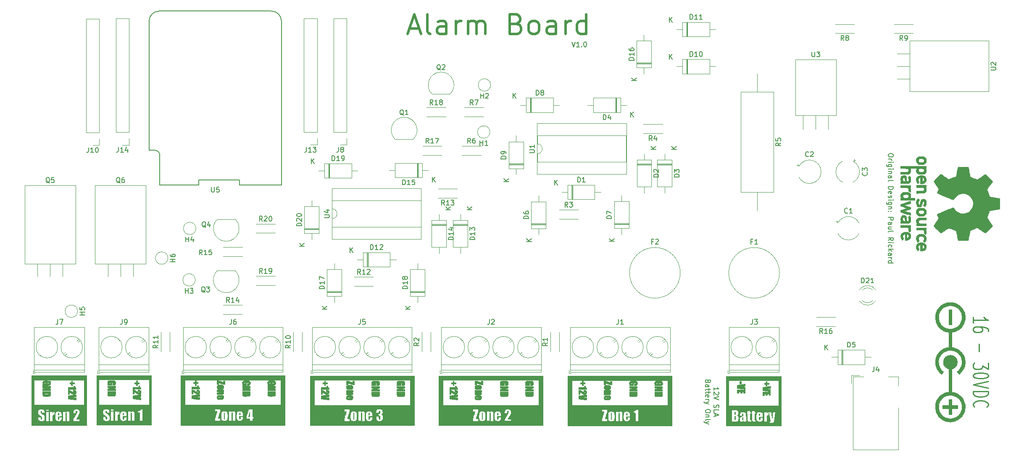
<source format=gbr>
%TF.GenerationSoftware,KiCad,Pcbnew,(5.1.6-0-10_14)*%
%TF.CreationDate,2020-06-01T17:05:25+10:00*%
%TF.ProjectId,Alarm_board_v_1_0,416c6172-6d5f-4626-9f61-72645f765f31,rev?*%
%TF.SameCoordinates,Original*%
%TF.FileFunction,Legend,Top*%
%TF.FilePolarity,Positive*%
%FSLAX46Y46*%
G04 Gerber Fmt 4.6, Leading zero omitted, Abs format (unit mm)*
G04 Created by KiCad (PCBNEW (5.1.6-0-10_14)) date 2020-06-01 17:05:25*
%MOMM*%
%LPD*%
G01*
G04 APERTURE LIST*
%ADD10C,0.150000*%
%ADD11C,0.500000*%
%ADD12C,0.250000*%
%ADD13C,0.010000*%
%ADD14C,0.120000*%
G04 APERTURE END LIST*
D10*
X152781190Y-78370180D02*
X153114523Y-79370180D01*
X153447857Y-78370180D01*
X154305000Y-79370180D02*
X153733571Y-79370180D01*
X154019285Y-79370180D02*
X154019285Y-78370180D01*
X153924047Y-78513038D01*
X153828809Y-78608276D01*
X153733571Y-78655895D01*
X154733571Y-79274942D02*
X154781190Y-79322561D01*
X154733571Y-79370180D01*
X154685952Y-79322561D01*
X154733571Y-79274942D01*
X154733571Y-79370180D01*
X155400238Y-78370180D02*
X155495476Y-78370180D01*
X155590714Y-78417800D01*
X155638333Y-78465419D01*
X155685952Y-78560657D01*
X155733571Y-78751133D01*
X155733571Y-78989228D01*
X155685952Y-79179704D01*
X155638333Y-79274942D01*
X155590714Y-79322561D01*
X155495476Y-79370180D01*
X155400238Y-79370180D01*
X155305000Y-79322561D01*
X155257380Y-79274942D01*
X155209761Y-79179704D01*
X155162142Y-78989228D01*
X155162142Y-78751133D01*
X155209761Y-78560657D01*
X155257380Y-78465419D01*
X155305000Y-78417800D01*
X155400238Y-78370180D01*
D11*
X120068038Y-75672866D02*
X121972800Y-75672866D01*
X119687085Y-76815723D02*
X121020419Y-72815723D01*
X122353752Y-76815723D01*
X124258514Y-76815723D02*
X123877561Y-76625247D01*
X123687085Y-76244295D01*
X123687085Y-72815723D01*
X127496609Y-76815723D02*
X127496609Y-74720485D01*
X127306133Y-74339533D01*
X126925180Y-74149057D01*
X126163276Y-74149057D01*
X125782323Y-74339533D01*
X127496609Y-76625247D02*
X127115657Y-76815723D01*
X126163276Y-76815723D01*
X125782323Y-76625247D01*
X125591847Y-76244295D01*
X125591847Y-75863342D01*
X125782323Y-75482390D01*
X126163276Y-75291914D01*
X127115657Y-75291914D01*
X127496609Y-75101438D01*
X129401371Y-76815723D02*
X129401371Y-74149057D01*
X129401371Y-74910961D02*
X129591847Y-74530009D01*
X129782323Y-74339533D01*
X130163276Y-74149057D01*
X130544228Y-74149057D01*
X131877561Y-76815723D02*
X131877561Y-74149057D01*
X131877561Y-74530009D02*
X132068038Y-74339533D01*
X132448990Y-74149057D01*
X133020419Y-74149057D01*
X133401371Y-74339533D01*
X133591847Y-74720485D01*
X133591847Y-76815723D01*
X133591847Y-74720485D02*
X133782323Y-74339533D01*
X134163276Y-74149057D01*
X134734704Y-74149057D01*
X135115657Y-74339533D01*
X135306133Y-74720485D01*
X135306133Y-76815723D01*
X141591847Y-74720485D02*
X142163276Y-74910961D01*
X142353752Y-75101438D01*
X142544228Y-75482390D01*
X142544228Y-76053819D01*
X142353752Y-76434771D01*
X142163276Y-76625247D01*
X141782323Y-76815723D01*
X140258514Y-76815723D01*
X140258514Y-72815723D01*
X141591847Y-72815723D01*
X141972800Y-73006200D01*
X142163276Y-73196676D01*
X142353752Y-73577628D01*
X142353752Y-73958580D01*
X142163276Y-74339533D01*
X141972800Y-74530009D01*
X141591847Y-74720485D01*
X140258514Y-74720485D01*
X144829942Y-76815723D02*
X144448990Y-76625247D01*
X144258514Y-76434771D01*
X144068038Y-76053819D01*
X144068038Y-74910961D01*
X144258514Y-74530009D01*
X144448990Y-74339533D01*
X144829942Y-74149057D01*
X145401371Y-74149057D01*
X145782323Y-74339533D01*
X145972800Y-74530009D01*
X146163276Y-74910961D01*
X146163276Y-76053819D01*
X145972800Y-76434771D01*
X145782323Y-76625247D01*
X145401371Y-76815723D01*
X144829942Y-76815723D01*
X149591847Y-76815723D02*
X149591847Y-74720485D01*
X149401371Y-74339533D01*
X149020419Y-74149057D01*
X148258514Y-74149057D01*
X147877561Y-74339533D01*
X149591847Y-76625247D02*
X149210895Y-76815723D01*
X148258514Y-76815723D01*
X147877561Y-76625247D01*
X147687085Y-76244295D01*
X147687085Y-75863342D01*
X147877561Y-75482390D01*
X148258514Y-75291914D01*
X149210895Y-75291914D01*
X149591847Y-75101438D01*
X151496609Y-76815723D02*
X151496609Y-74149057D01*
X151496609Y-74910961D02*
X151687085Y-74530009D01*
X151877561Y-74339533D01*
X152258514Y-74149057D01*
X152639466Y-74149057D01*
X155687085Y-76815723D02*
X155687085Y-72815723D01*
X155687085Y-76625247D02*
X155306133Y-76815723D01*
X154544228Y-76815723D01*
X154163276Y-76625247D01*
X153972800Y-76434771D01*
X153782323Y-76053819D01*
X153782323Y-74910961D01*
X153972800Y-74530009D01*
X154163276Y-74339533D01*
X154544228Y-74149057D01*
X155306133Y-74149057D01*
X155687085Y-74339533D01*
D10*
X217547619Y-101190476D02*
X217547619Y-101380952D01*
X217500000Y-101476190D01*
X217404761Y-101571428D01*
X217214285Y-101619047D01*
X216880952Y-101619047D01*
X216690476Y-101571428D01*
X216595238Y-101476190D01*
X216547619Y-101380952D01*
X216547619Y-101190476D01*
X216595238Y-101095238D01*
X216690476Y-100999999D01*
X216880952Y-100952380D01*
X217214285Y-100952380D01*
X217404761Y-100999999D01*
X217500000Y-101095238D01*
X217547619Y-101190476D01*
X216547619Y-102047619D02*
X217214285Y-102047619D01*
X217023809Y-102047619D02*
X217119047Y-102095238D01*
X217166666Y-102142857D01*
X217214285Y-102238095D01*
X217214285Y-102333333D01*
X216547619Y-102666666D02*
X217214285Y-102666666D01*
X217547619Y-102666666D02*
X217500000Y-102619047D01*
X217452380Y-102666666D01*
X217500000Y-102714285D01*
X217547619Y-102666666D01*
X217452380Y-102666666D01*
X217214285Y-103571428D02*
X216404761Y-103571428D01*
X216309523Y-103523809D01*
X216261904Y-103476190D01*
X216214285Y-103380952D01*
X216214285Y-103238095D01*
X216261904Y-103142857D01*
X216595238Y-103571428D02*
X216547619Y-103476190D01*
X216547619Y-103285714D01*
X216595238Y-103190476D01*
X216642857Y-103142857D01*
X216738095Y-103095238D01*
X217023809Y-103095238D01*
X217119047Y-103142857D01*
X217166666Y-103190476D01*
X217214285Y-103285714D01*
X217214285Y-103476190D01*
X217166666Y-103571428D01*
X216547619Y-104047619D02*
X217214285Y-104047619D01*
X217547619Y-104047619D02*
X217500000Y-103999999D01*
X217452380Y-104047619D01*
X217500000Y-104095238D01*
X217547619Y-104047619D01*
X217452380Y-104047619D01*
X217214285Y-104523809D02*
X216547619Y-104523809D01*
X217119047Y-104523809D02*
X217166666Y-104571428D01*
X217214285Y-104666666D01*
X217214285Y-104809523D01*
X217166666Y-104904761D01*
X217071428Y-104952380D01*
X216547619Y-104952380D01*
X216547619Y-105857142D02*
X217071428Y-105857142D01*
X217166666Y-105809523D01*
X217214285Y-105714285D01*
X217214285Y-105523809D01*
X217166666Y-105428571D01*
X216595238Y-105857142D02*
X216547619Y-105761904D01*
X216547619Y-105523809D01*
X216595238Y-105428571D01*
X216690476Y-105380952D01*
X216785714Y-105380952D01*
X216880952Y-105428571D01*
X216928571Y-105523809D01*
X216928571Y-105761904D01*
X216976190Y-105857142D01*
X216547619Y-106476190D02*
X216595238Y-106380952D01*
X216690476Y-106333333D01*
X217547619Y-106333333D01*
X216547619Y-107619047D02*
X217547619Y-107619047D01*
X217547619Y-107857142D01*
X217500000Y-107999999D01*
X217404761Y-108095238D01*
X217309523Y-108142857D01*
X217119047Y-108190476D01*
X216976190Y-108190476D01*
X216785714Y-108142857D01*
X216690476Y-108095238D01*
X216595238Y-107999999D01*
X216547619Y-107857142D01*
X216547619Y-107619047D01*
X216595238Y-108999999D02*
X216547619Y-108904761D01*
X216547619Y-108714285D01*
X216595238Y-108619047D01*
X216690476Y-108571428D01*
X217071428Y-108571428D01*
X217166666Y-108619047D01*
X217214285Y-108714285D01*
X217214285Y-108904761D01*
X217166666Y-108999999D01*
X217071428Y-109047619D01*
X216976190Y-109047619D01*
X216880952Y-108571428D01*
X216595238Y-109428571D02*
X216547619Y-109523809D01*
X216547619Y-109714285D01*
X216595238Y-109809523D01*
X216690476Y-109857142D01*
X216738095Y-109857142D01*
X216833333Y-109809523D01*
X216880952Y-109714285D01*
X216880952Y-109571428D01*
X216928571Y-109476190D01*
X217023809Y-109428571D01*
X217071428Y-109428571D01*
X217166666Y-109476190D01*
X217214285Y-109571428D01*
X217214285Y-109714285D01*
X217166666Y-109809523D01*
X216547619Y-110285714D02*
X217214285Y-110285714D01*
X217547619Y-110285714D02*
X217500000Y-110238095D01*
X217452380Y-110285714D01*
X217500000Y-110333333D01*
X217547619Y-110285714D01*
X217452380Y-110285714D01*
X217214285Y-111190476D02*
X216404761Y-111190476D01*
X216309523Y-111142857D01*
X216261904Y-111095238D01*
X216214285Y-110999999D01*
X216214285Y-110857142D01*
X216261904Y-110761904D01*
X216595238Y-111190476D02*
X216547619Y-111095238D01*
X216547619Y-110904761D01*
X216595238Y-110809523D01*
X216642857Y-110761904D01*
X216738095Y-110714285D01*
X217023809Y-110714285D01*
X217119047Y-110761904D01*
X217166666Y-110809523D01*
X217214285Y-110904761D01*
X217214285Y-111095238D01*
X217166666Y-111190476D01*
X217214285Y-111666666D02*
X216547619Y-111666666D01*
X217119047Y-111666666D02*
X217166666Y-111714285D01*
X217214285Y-111809523D01*
X217214285Y-111952380D01*
X217166666Y-112047619D01*
X217071428Y-112095238D01*
X216547619Y-112095238D01*
X216642857Y-112571428D02*
X216595238Y-112619047D01*
X216547619Y-112571428D01*
X216595238Y-112523809D01*
X216642857Y-112571428D01*
X216547619Y-112571428D01*
X217166666Y-112571428D02*
X217119047Y-112619047D01*
X217071428Y-112571428D01*
X217119047Y-112523809D01*
X217166666Y-112571428D01*
X217071428Y-112571428D01*
X216547619Y-113809523D02*
X217547619Y-113809523D01*
X217547619Y-114190476D01*
X217500000Y-114285714D01*
X217452380Y-114333333D01*
X217357142Y-114380952D01*
X217214285Y-114380952D01*
X217119047Y-114333333D01*
X217071428Y-114285714D01*
X217023809Y-114190476D01*
X217023809Y-113809523D01*
X216547619Y-115238095D02*
X217071428Y-115238095D01*
X217166666Y-115190476D01*
X217214285Y-115095238D01*
X217214285Y-114904761D01*
X217166666Y-114809523D01*
X216595238Y-115238095D02*
X216547619Y-115142857D01*
X216547619Y-114904761D01*
X216595238Y-114809523D01*
X216690476Y-114761904D01*
X216785714Y-114761904D01*
X216880952Y-114809523D01*
X216928571Y-114904761D01*
X216928571Y-115142857D01*
X216976190Y-115238095D01*
X217214285Y-116142857D02*
X216547619Y-116142857D01*
X217214285Y-115714285D02*
X216690476Y-115714285D01*
X216595238Y-115761904D01*
X216547619Y-115857142D01*
X216547619Y-115999999D01*
X216595238Y-116095238D01*
X216642857Y-116142857D01*
X216547619Y-116761904D02*
X216595238Y-116666666D01*
X216690476Y-116619047D01*
X217547619Y-116619047D01*
X216547619Y-118476190D02*
X217023809Y-118142857D01*
X216547619Y-117904761D02*
X217547619Y-117904761D01*
X217547619Y-118285714D01*
X217500000Y-118380952D01*
X217452380Y-118428571D01*
X217357142Y-118476190D01*
X217214285Y-118476190D01*
X217119047Y-118428571D01*
X217071428Y-118380952D01*
X217023809Y-118285714D01*
X217023809Y-117904761D01*
X216547619Y-118904761D02*
X217214285Y-118904761D01*
X217547619Y-118904761D02*
X217500000Y-118857142D01*
X217452380Y-118904761D01*
X217500000Y-118952380D01*
X217547619Y-118904761D01*
X217452380Y-118904761D01*
X216595238Y-119809523D02*
X216547619Y-119714285D01*
X216547619Y-119523809D01*
X216595238Y-119428571D01*
X216642857Y-119380952D01*
X216738095Y-119333333D01*
X217023809Y-119333333D01*
X217119047Y-119380952D01*
X217166666Y-119428571D01*
X217214285Y-119523809D01*
X217214285Y-119714285D01*
X217166666Y-119809523D01*
X216547619Y-120238095D02*
X217547619Y-120238095D01*
X216928571Y-120333333D02*
X216547619Y-120619047D01*
X217214285Y-120619047D02*
X216833333Y-120238095D01*
X216547619Y-121476190D02*
X217071428Y-121476190D01*
X217166666Y-121428571D01*
X217214285Y-121333333D01*
X217214285Y-121142857D01*
X217166666Y-121047619D01*
X216595238Y-121476190D02*
X216547619Y-121380952D01*
X216547619Y-121142857D01*
X216595238Y-121047619D01*
X216690476Y-121000000D01*
X216785714Y-121000000D01*
X216880952Y-121047619D01*
X216928571Y-121142857D01*
X216928571Y-121380952D01*
X216976190Y-121476190D01*
X216547619Y-121952380D02*
X217214285Y-121952380D01*
X217023809Y-121952380D02*
X217119047Y-122000000D01*
X217166666Y-122047619D01*
X217214285Y-122142857D01*
X217214285Y-122238095D01*
X216547619Y-123000000D02*
X217547619Y-123000000D01*
X216595238Y-123000000D02*
X216547619Y-122904761D01*
X216547619Y-122714285D01*
X216595238Y-122619047D01*
X216642857Y-122571428D01*
X216738095Y-122523809D01*
X217023809Y-122523809D01*
X217119047Y-122571428D01*
X217166666Y-122619047D01*
X217214285Y-122714285D01*
X217214285Y-122904761D01*
X217166666Y-123000000D01*
X181372619Y-148690476D02*
X181372619Y-148119047D01*
X181372619Y-148404761D02*
X182372619Y-148404761D01*
X182229761Y-148309523D01*
X182134523Y-148214285D01*
X182086904Y-148119047D01*
X182277380Y-149071428D02*
X182325000Y-149119047D01*
X182372619Y-149214285D01*
X182372619Y-149452380D01*
X182325000Y-149547619D01*
X182277380Y-149595238D01*
X182182142Y-149642857D01*
X182086904Y-149642857D01*
X181944047Y-149595238D01*
X181372619Y-149023809D01*
X181372619Y-149642857D01*
X182372619Y-149928571D02*
X181372619Y-150261904D01*
X182372619Y-150595238D01*
X181420238Y-151642857D02*
X181372619Y-151785714D01*
X181372619Y-152023809D01*
X181420238Y-152119047D01*
X181467857Y-152166666D01*
X181563095Y-152214285D01*
X181658333Y-152214285D01*
X181753571Y-152166666D01*
X181801190Y-152119047D01*
X181848809Y-152023809D01*
X181896428Y-151833333D01*
X181944047Y-151738095D01*
X181991666Y-151690476D01*
X182086904Y-151642857D01*
X182182142Y-151642857D01*
X182277380Y-151690476D01*
X182325000Y-151738095D01*
X182372619Y-151833333D01*
X182372619Y-152071428D01*
X182325000Y-152214285D01*
X181372619Y-153119047D02*
X181372619Y-152642857D01*
X182372619Y-152642857D01*
X181658333Y-153404761D02*
X181658333Y-153880952D01*
X181372619Y-153309523D02*
X182372619Y-153642857D01*
X181372619Y-153976190D01*
X180246428Y-146928571D02*
X180198809Y-147071428D01*
X180151190Y-147119047D01*
X180055952Y-147166666D01*
X179913095Y-147166666D01*
X179817857Y-147119047D01*
X179770238Y-147071428D01*
X179722619Y-146976190D01*
X179722619Y-146595238D01*
X180722619Y-146595238D01*
X180722619Y-146928571D01*
X180675000Y-147023809D01*
X180627380Y-147071428D01*
X180532142Y-147119047D01*
X180436904Y-147119047D01*
X180341666Y-147071428D01*
X180294047Y-147023809D01*
X180246428Y-146928571D01*
X180246428Y-146595238D01*
X179722619Y-148023809D02*
X180246428Y-148023809D01*
X180341666Y-147976190D01*
X180389285Y-147880952D01*
X180389285Y-147690476D01*
X180341666Y-147595238D01*
X179770238Y-148023809D02*
X179722619Y-147928571D01*
X179722619Y-147690476D01*
X179770238Y-147595238D01*
X179865476Y-147547619D01*
X179960714Y-147547619D01*
X180055952Y-147595238D01*
X180103571Y-147690476D01*
X180103571Y-147928571D01*
X180151190Y-148023809D01*
X180389285Y-148357142D02*
X180389285Y-148738095D01*
X180722619Y-148500000D02*
X179865476Y-148500000D01*
X179770238Y-148547619D01*
X179722619Y-148642857D01*
X179722619Y-148738095D01*
X180389285Y-148928571D02*
X180389285Y-149309523D01*
X180722619Y-149071428D02*
X179865476Y-149071428D01*
X179770238Y-149119047D01*
X179722619Y-149214285D01*
X179722619Y-149309523D01*
X179770238Y-150023809D02*
X179722619Y-149928571D01*
X179722619Y-149738095D01*
X179770238Y-149642857D01*
X179865476Y-149595238D01*
X180246428Y-149595238D01*
X180341666Y-149642857D01*
X180389285Y-149738095D01*
X180389285Y-149928571D01*
X180341666Y-150023809D01*
X180246428Y-150071428D01*
X180151190Y-150071428D01*
X180055952Y-149595238D01*
X179722619Y-150500000D02*
X180389285Y-150500000D01*
X180198809Y-150500000D02*
X180294047Y-150547619D01*
X180341666Y-150595238D01*
X180389285Y-150690476D01*
X180389285Y-150785714D01*
X180389285Y-151023809D02*
X179722619Y-151261904D01*
X180389285Y-151500000D02*
X179722619Y-151261904D01*
X179484523Y-151166666D01*
X179436904Y-151119047D01*
X179389285Y-151023809D01*
X180722619Y-152833333D02*
X180722619Y-153023809D01*
X180675000Y-153119047D01*
X180579761Y-153214285D01*
X180389285Y-153261904D01*
X180055952Y-153261904D01*
X179865476Y-153214285D01*
X179770238Y-153119047D01*
X179722619Y-153023809D01*
X179722619Y-152833333D01*
X179770238Y-152738095D01*
X179865476Y-152642857D01*
X180055952Y-152595238D01*
X180389285Y-152595238D01*
X180579761Y-152642857D01*
X180675000Y-152738095D01*
X180722619Y-152833333D01*
X180389285Y-153690476D02*
X179722619Y-153690476D01*
X180294047Y-153690476D02*
X180341666Y-153738095D01*
X180389285Y-153833333D01*
X180389285Y-153976190D01*
X180341666Y-154071428D01*
X180246428Y-154119047D01*
X179722619Y-154119047D01*
X179722619Y-154738095D02*
X179770238Y-154642857D01*
X179865476Y-154595238D01*
X180722619Y-154595238D01*
X180389285Y-155023809D02*
X179722619Y-155261904D01*
X180389285Y-155500000D02*
X179722619Y-155261904D01*
X179484523Y-155166666D01*
X179436904Y-155119047D01*
X179389285Y-155023809D01*
D12*
X233642857Y-135095238D02*
X233642857Y-133952380D01*
X233642857Y-134523809D02*
X236642857Y-134523809D01*
X236214285Y-134333333D01*
X235928571Y-134142857D01*
X235785714Y-133952380D01*
X236642857Y-136809523D02*
X236642857Y-136428571D01*
X236500000Y-136238095D01*
X236357142Y-136142857D01*
X235928571Y-135952380D01*
X235357142Y-135857142D01*
X234214285Y-135857142D01*
X233928571Y-135952380D01*
X233785714Y-136047619D01*
X233642857Y-136238095D01*
X233642857Y-136619047D01*
X233785714Y-136809523D01*
X233928571Y-136904761D01*
X234214285Y-137000000D01*
X234928571Y-137000000D01*
X235214285Y-136904761D01*
X235357142Y-136809523D01*
X235500000Y-136619047D01*
X235500000Y-136238095D01*
X235357142Y-136047619D01*
X235214285Y-135952380D01*
X234928571Y-135857142D01*
X234785714Y-139380952D02*
X234785714Y-140904761D01*
X236642857Y-143190476D02*
X236642857Y-144428571D01*
X235500000Y-143761904D01*
X235500000Y-144047619D01*
X235357142Y-144238095D01*
X235214285Y-144333333D01*
X234928571Y-144428571D01*
X234214285Y-144428571D01*
X233928571Y-144333333D01*
X233785714Y-144238095D01*
X233642857Y-144047619D01*
X233642857Y-143476190D01*
X233785714Y-143285714D01*
X233928571Y-143190476D01*
X236642857Y-145666666D02*
X236642857Y-145857142D01*
X236500000Y-146047619D01*
X236357142Y-146142857D01*
X236071428Y-146238095D01*
X235500000Y-146333333D01*
X234785714Y-146333333D01*
X234214285Y-146238095D01*
X233928571Y-146142857D01*
X233785714Y-146047619D01*
X233642857Y-145857142D01*
X233642857Y-145666666D01*
X233785714Y-145476190D01*
X233928571Y-145380952D01*
X234214285Y-145285714D01*
X234785714Y-145190476D01*
X235500000Y-145190476D01*
X236071428Y-145285714D01*
X236357142Y-145380952D01*
X236500000Y-145476190D01*
X236642857Y-145666666D01*
X236642857Y-146904761D02*
X233642857Y-147571428D01*
X236642857Y-148238095D01*
X233642857Y-148904761D02*
X236642857Y-148904761D01*
X236642857Y-149380952D01*
X236500000Y-149666666D01*
X236214285Y-149857142D01*
X235928571Y-149952380D01*
X235357142Y-150047619D01*
X234928571Y-150047619D01*
X234357142Y-149952380D01*
X234071428Y-149857142D01*
X233785714Y-149666666D01*
X233642857Y-149380952D01*
X233642857Y-148904761D01*
X233928571Y-152047619D02*
X233785714Y-151952380D01*
X233642857Y-151666666D01*
X233642857Y-151476190D01*
X233785714Y-151190476D01*
X234071428Y-151000000D01*
X234357142Y-150904761D01*
X234928571Y-150809523D01*
X235357142Y-150809523D01*
X235928571Y-150904761D01*
X236214285Y-151000000D01*
X236500000Y-151190476D01*
X236642857Y-151476190D01*
X236642857Y-151666666D01*
X236500000Y-151952380D01*
X236357142Y-152047619D01*
D13*
%TO.C,G\u002A\u002A\u002A*%
G36*
X194899718Y-155884809D02*
G01*
X183890509Y-155884809D01*
X183890509Y-154999016D01*
X184932951Y-154999016D01*
X185525279Y-154990611D01*
X185718372Y-154987449D01*
X185867305Y-154983772D01*
X185978765Y-154979043D01*
X186059445Y-154972724D01*
X186116032Y-154964276D01*
X186155218Y-154953161D01*
X186183692Y-154938841D01*
X186185811Y-154937473D01*
X186244430Y-154890760D01*
X186287303Y-154833269D01*
X186317059Y-154756418D01*
X186336323Y-154651623D01*
X186347724Y-154510303D01*
X186352187Y-154393863D01*
X186353810Y-154211749D01*
X186345244Y-154072108D01*
X186323799Y-153967116D01*
X186286786Y-153888952D01*
X186231515Y-153829794D01*
X186155297Y-153781818D01*
X186138930Y-153773662D01*
X186016595Y-153714441D01*
X186097045Y-153687263D01*
X186098056Y-153686761D01*
X186534753Y-153686761D01*
X186534753Y-153799924D01*
X187094112Y-153799924D01*
X187094112Y-153624026D01*
X187096928Y-153503925D01*
X187106893Y-153426542D01*
X187126285Y-153383976D01*
X187157383Y-153368327D01*
X187168024Y-153367692D01*
X187219888Y-153380895D01*
X187252432Y-153425028D01*
X187268712Y-153506880D01*
X187272090Y-153598682D01*
X187271044Y-153677857D01*
X187262991Y-153735425D01*
X187240559Y-153778963D01*
X187196377Y-153816050D01*
X187123073Y-153854264D01*
X187013276Y-153901183D01*
X186954272Y-153925403D01*
X186796035Y-153996172D01*
X186681440Y-154065452D01*
X186604444Y-154142573D01*
X186559004Y-154236869D01*
X186539076Y-154357671D01*
X186538617Y-154514311D01*
X186541023Y-154563525D01*
X186556750Y-154719386D01*
X186586090Y-154833296D01*
X186632411Y-154913110D01*
X186699081Y-154966684D01*
X186717967Y-154976270D01*
X186834835Y-155023076D01*
X186931160Y-155040584D01*
X187026120Y-155031242D01*
X187066941Y-155020845D01*
X187145712Y-154985196D01*
X187220426Y-154931992D01*
X187225682Y-154927100D01*
X187297516Y-154858278D01*
X187297516Y-154994919D01*
X187888510Y-154994919D01*
X187876692Y-154213087D01*
X187872920Y-153986139D01*
X187868954Y-153804115D01*
X187864418Y-153661090D01*
X187858939Y-153551136D01*
X187852140Y-153468328D01*
X187843649Y-153406739D01*
X187833089Y-153360444D01*
X187820501Y-153324510D01*
X187784376Y-153265990D01*
X187984002Y-153265990D01*
X187985396Y-153350571D01*
X187992814Y-153396240D01*
X188011107Y-153414922D01*
X188045127Y-153418542D01*
X188046071Y-153418543D01*
X188108140Y-153418543D01*
X188123842Y-154812935D01*
X188187405Y-154881282D01*
X188234413Y-154926857D01*
X188282766Y-154957976D01*
X188343369Y-154977425D01*
X188427129Y-154987989D01*
X188544951Y-154992455D01*
X188625994Y-154993308D01*
X188899317Y-154994919D01*
X188899317Y-154689814D01*
X188822412Y-154689814D01*
X188759618Y-154677881D01*
X188724461Y-154633864D01*
X188720710Y-154624595D01*
X188713476Y-154580726D01*
X188707073Y-154494346D01*
X188701828Y-154373793D01*
X188698067Y-154227407D01*
X188696115Y-154063524D01*
X188695914Y-153990571D01*
X188695914Y-153421765D01*
X188778547Y-153413797D01*
X188825343Y-153406909D01*
X188850785Y-153389165D01*
X188862557Y-153347578D01*
X188868342Y-153269163D01*
X188868509Y-153265990D01*
X188899317Y-153265990D01*
X188900700Y-153350563D01*
X188908103Y-153396226D01*
X188926405Y-153414909D01*
X188960489Y-153418542D01*
X188961731Y-153418543D01*
X189024145Y-153418543D01*
X189031651Y-154115737D01*
X189039157Y-154812930D01*
X189102721Y-154881280D01*
X189149728Y-154926855D01*
X189198080Y-154957975D01*
X189258682Y-154977424D01*
X189342441Y-154987989D01*
X189460263Y-154992455D01*
X189541309Y-154993308D01*
X189814633Y-154994919D01*
X189814633Y-154842367D01*
X189813612Y-154757923D01*
X189806603Y-154712345D01*
X189787682Y-154693647D01*
X189750927Y-154689842D01*
X189739251Y-154689814D01*
X189667151Y-154671904D01*
X189637549Y-154640635D01*
X189628836Y-154598532D01*
X189621631Y-154510815D01*
X189616153Y-154382705D01*
X189612617Y-154219422D01*
X189611240Y-154026188D01*
X189611229Y-154006610D01*
X189611229Y-153819379D01*
X189893782Y-153819379D01*
X189893896Y-154045462D01*
X189894963Y-154114558D01*
X189898309Y-154285018D01*
X189902130Y-154413206D01*
X189907453Y-154507697D01*
X189915308Y-154577069D01*
X189926721Y-154629896D01*
X189942723Y-154674754D01*
X189964340Y-154720219D01*
X189968577Y-154728489D01*
X190060451Y-154853310D01*
X190189261Y-154950253D01*
X190345744Y-155012687D01*
X190375134Y-155019539D01*
X190502644Y-155033997D01*
X190647077Y-155031580D01*
X190786413Y-155013863D01*
X190898635Y-154982423D01*
X190899673Y-154981992D01*
X191037974Y-154903118D01*
X191138506Y-154796020D01*
X191203295Y-154657149D01*
X191234368Y-154482960D01*
X191237898Y-154390205D01*
X191238456Y-154179585D01*
X190965133Y-154186802D01*
X190691810Y-154194018D01*
X190684343Y-154408867D01*
X190676428Y-154535755D01*
X190661193Y-154619523D01*
X190635668Y-154667715D01*
X190596878Y-154687876D01*
X190573653Y-154689814D01*
X190530565Y-154672525D01*
X190501170Y-154618185D01*
X190484563Y-154523086D01*
X190479838Y-154383517D01*
X190481177Y-154310838D01*
X190488406Y-154066891D01*
X191238456Y-154052819D01*
X191238456Y-153803859D01*
X191232488Y-153619905D01*
X191212519Y-153475891D01*
X191175459Y-153362089D01*
X191118212Y-153268770D01*
X191043748Y-153191489D01*
X190938836Y-153113751D01*
X190826343Y-153063800D01*
X190820235Y-153062587D01*
X191441860Y-153062587D01*
X191441860Y-154994919D01*
X192026645Y-154994919D01*
X192028454Y-154607181D01*
X192030380Y-154451541D01*
X192034400Y-154294893D01*
X192039976Y-154153099D01*
X192046567Y-154042021D01*
X192048446Y-154019403D01*
X192065442Y-153894461D01*
X192094270Y-153810493D01*
X192142228Y-153757825D01*
X192216612Y-153726784D01*
X192278627Y-153714248D01*
X192381038Y-153697871D01*
X192388176Y-153386586D01*
X192395313Y-153075300D01*
X192579332Y-153990615D01*
X192627167Y-154229367D01*
X192665470Y-154423186D01*
X192694969Y-154576944D01*
X192716392Y-154695515D01*
X192730464Y-154783772D01*
X192737914Y-154846585D01*
X192739468Y-154888829D01*
X192735854Y-154915375D01*
X192727798Y-154931096D01*
X192720668Y-154937712D01*
X192663328Y-154961809D01*
X192606570Y-154969494D01*
X192567310Y-154971813D01*
X192545960Y-154986685D01*
X192537065Y-155025979D01*
X192535172Y-155101566D01*
X192535153Y-155124932D01*
X192535153Y-155280370D01*
X192884853Y-155270766D01*
X193032649Y-155265627D01*
X193139664Y-155258696D01*
X193215964Y-155248570D01*
X193271617Y-155233847D01*
X193316690Y-155213124D01*
X193322542Y-155209774D01*
X193366239Y-155182082D01*
X193403752Y-155151098D01*
X193436202Y-155112324D01*
X193464712Y-155061259D01*
X193490405Y-154993404D01*
X193514403Y-154904261D01*
X193537828Y-154789330D01*
X193561803Y-154644112D01*
X193587450Y-154464108D01*
X193615892Y-154244819D01*
X193648251Y-153981745D01*
X193666318Y-153831825D01*
X193688915Y-153643148D01*
X193709409Y-153471231D01*
X193727048Y-153322442D01*
X193741079Y-153203154D01*
X193750752Y-153119737D01*
X193755314Y-153078562D01*
X193755574Y-153075418D01*
X193731911Y-153070121D01*
X193667970Y-153065888D01*
X193574319Y-153063233D01*
X193491882Y-153062587D01*
X193228191Y-153062587D01*
X193213397Y-153183358D01*
X193207092Y-153247001D01*
X193198504Y-153350970D01*
X193188419Y-153484831D01*
X193177623Y-153638151D01*
X193167097Y-153797454D01*
X193156360Y-153949089D01*
X193145315Y-154075837D01*
X193134673Y-154171423D01*
X193125147Y-154229570D01*
X193117446Y-154244004D01*
X193116639Y-154242399D01*
X193108976Y-154207666D01*
X193095567Y-154131633D01*
X193077777Y-154023350D01*
X193056972Y-153891870D01*
X193034516Y-153746242D01*
X193011775Y-153595518D01*
X192990114Y-153448750D01*
X192970897Y-153314987D01*
X192955490Y-153203281D01*
X192945258Y-153122684D01*
X192941566Y-153082245D01*
X192941572Y-153081656D01*
X192918023Y-153073994D01*
X192853871Y-153067802D01*
X192759360Y-153063779D01*
X192662280Y-153062587D01*
X192548481Y-153060577D01*
X192457442Y-153055108D01*
X192399092Y-153047019D01*
X192382601Y-153038936D01*
X192364540Y-153022407D01*
X192318119Y-153031740D01*
X192254978Y-153061402D01*
X192186756Y-153105860D01*
X192125094Y-153159578D01*
X192121990Y-153162834D01*
X192026645Y-153264021D01*
X192026645Y-153062587D01*
X191441860Y-153062587D01*
X190820235Y-153062587D01*
X190692261Y-153037175D01*
X190535095Y-153029432D01*
X190421299Y-153033278D01*
X190332368Y-153049698D01*
X190242791Y-153084357D01*
X190204565Y-153102844D01*
X190113902Y-153154512D01*
X190041728Y-153213055D01*
X189986202Y-153284486D01*
X189945486Y-153374821D01*
X189917737Y-153490072D01*
X189901116Y-153636253D01*
X189893782Y-153819379D01*
X189611229Y-153819379D01*
X189611229Y-153421765D01*
X189693862Y-153413797D01*
X189740658Y-153406909D01*
X189766100Y-153389165D01*
X189777872Y-153347578D01*
X189783657Y-153269163D01*
X189784069Y-153261336D01*
X189791643Y-153116841D01*
X189707793Y-153108783D01*
X189660531Y-153102004D01*
X189634741Y-153084700D01*
X189622770Y-153043967D01*
X189616966Y-152966902D01*
X189616317Y-152954529D01*
X189608692Y-152808333D01*
X189026444Y-152808333D01*
X189026444Y-152960885D01*
X189025099Y-153045432D01*
X189017744Y-153091078D01*
X188999406Y-153109766D01*
X188965109Y-153113434D01*
X188962881Y-153113438D01*
X188927653Y-153116668D01*
X188908634Y-153134318D01*
X188900847Y-153178330D01*
X188899319Y-153260643D01*
X188899317Y-153265990D01*
X188868509Y-153265990D01*
X188868754Y-153261336D01*
X188876328Y-153116841D01*
X188792477Y-153108783D01*
X188745215Y-153102004D01*
X188719425Y-153084700D01*
X188707454Y-153043967D01*
X188701651Y-152966902D01*
X188701001Y-152954529D01*
X188693376Y-152808333D01*
X188111129Y-152808333D01*
X188111129Y-152960885D01*
X188109783Y-153045432D01*
X188102429Y-153091078D01*
X188084091Y-153109766D01*
X188049794Y-153113434D01*
X188047566Y-153113438D01*
X188012338Y-153116668D01*
X187993318Y-153134318D01*
X187985532Y-153178330D01*
X187984003Y-153260643D01*
X187984002Y-153265990D01*
X187784376Y-153265990D01*
X187746499Y-153204632D01*
X187636463Y-153116506D01*
X187488715Y-153059323D01*
X187301575Y-153032274D01*
X187209302Y-153029704D01*
X187005349Y-153047228D01*
X186838395Y-153099608D01*
X186708161Y-153187118D01*
X186614365Y-153310031D01*
X186556727Y-153468620D01*
X186534968Y-153663158D01*
X186534753Y-153686761D01*
X186098056Y-153686761D01*
X186174175Y-153648981D01*
X186235353Y-153602119D01*
X186260637Y-153572922D01*
X186277271Y-153538745D01*
X186287045Y-153488920D01*
X186291745Y-153412782D01*
X186293160Y-153299663D01*
X186293211Y-153256975D01*
X186292468Y-153130511D01*
X186288743Y-153042521D01*
X186279791Y-152980634D01*
X186263368Y-152932480D01*
X186237229Y-152885687D01*
X186221444Y-152861392D01*
X186171883Y-152794482D01*
X186117864Y-152742571D01*
X186052255Y-152703638D01*
X185967923Y-152675660D01*
X185857736Y-152656615D01*
X185714561Y-152644480D01*
X185531266Y-152637233D01*
X185422390Y-152634811D01*
X184932951Y-152625675D01*
X184932951Y-154999016D01*
X183890509Y-154999016D01*
X183890509Y-146731656D01*
X184348166Y-146731656D01*
X184348166Y-151765890D01*
X194442060Y-151765890D01*
X194442060Y-146731656D01*
X184348166Y-146731656D01*
X183890509Y-146731656D01*
X183890509Y-145867192D01*
X194899718Y-145867192D01*
X194899718Y-155884809D01*
G37*
X194899718Y-155884809D02*
X183890509Y-155884809D01*
X183890509Y-154999016D01*
X184932951Y-154999016D01*
X185525279Y-154990611D01*
X185718372Y-154987449D01*
X185867305Y-154983772D01*
X185978765Y-154979043D01*
X186059445Y-154972724D01*
X186116032Y-154964276D01*
X186155218Y-154953161D01*
X186183692Y-154938841D01*
X186185811Y-154937473D01*
X186244430Y-154890760D01*
X186287303Y-154833269D01*
X186317059Y-154756418D01*
X186336323Y-154651623D01*
X186347724Y-154510303D01*
X186352187Y-154393863D01*
X186353810Y-154211749D01*
X186345244Y-154072108D01*
X186323799Y-153967116D01*
X186286786Y-153888952D01*
X186231515Y-153829794D01*
X186155297Y-153781818D01*
X186138930Y-153773662D01*
X186016595Y-153714441D01*
X186097045Y-153687263D01*
X186098056Y-153686761D01*
X186534753Y-153686761D01*
X186534753Y-153799924D01*
X187094112Y-153799924D01*
X187094112Y-153624026D01*
X187096928Y-153503925D01*
X187106893Y-153426542D01*
X187126285Y-153383976D01*
X187157383Y-153368327D01*
X187168024Y-153367692D01*
X187219888Y-153380895D01*
X187252432Y-153425028D01*
X187268712Y-153506880D01*
X187272090Y-153598682D01*
X187271044Y-153677857D01*
X187262991Y-153735425D01*
X187240559Y-153778963D01*
X187196377Y-153816050D01*
X187123073Y-153854264D01*
X187013276Y-153901183D01*
X186954272Y-153925403D01*
X186796035Y-153996172D01*
X186681440Y-154065452D01*
X186604444Y-154142573D01*
X186559004Y-154236869D01*
X186539076Y-154357671D01*
X186538617Y-154514311D01*
X186541023Y-154563525D01*
X186556750Y-154719386D01*
X186586090Y-154833296D01*
X186632411Y-154913110D01*
X186699081Y-154966684D01*
X186717967Y-154976270D01*
X186834835Y-155023076D01*
X186931160Y-155040584D01*
X187026120Y-155031242D01*
X187066941Y-155020845D01*
X187145712Y-154985196D01*
X187220426Y-154931992D01*
X187225682Y-154927100D01*
X187297516Y-154858278D01*
X187297516Y-154994919D01*
X187888510Y-154994919D01*
X187876692Y-154213087D01*
X187872920Y-153986139D01*
X187868954Y-153804115D01*
X187864418Y-153661090D01*
X187858939Y-153551136D01*
X187852140Y-153468328D01*
X187843649Y-153406739D01*
X187833089Y-153360444D01*
X187820501Y-153324510D01*
X187784376Y-153265990D01*
X187984002Y-153265990D01*
X187985396Y-153350571D01*
X187992814Y-153396240D01*
X188011107Y-153414922D01*
X188045127Y-153418542D01*
X188046071Y-153418543D01*
X188108140Y-153418543D01*
X188123842Y-154812935D01*
X188187405Y-154881282D01*
X188234413Y-154926857D01*
X188282766Y-154957976D01*
X188343369Y-154977425D01*
X188427129Y-154987989D01*
X188544951Y-154992455D01*
X188625994Y-154993308D01*
X188899317Y-154994919D01*
X188899317Y-154689814D01*
X188822412Y-154689814D01*
X188759618Y-154677881D01*
X188724461Y-154633864D01*
X188720710Y-154624595D01*
X188713476Y-154580726D01*
X188707073Y-154494346D01*
X188701828Y-154373793D01*
X188698067Y-154227407D01*
X188696115Y-154063524D01*
X188695914Y-153990571D01*
X188695914Y-153421765D01*
X188778547Y-153413797D01*
X188825343Y-153406909D01*
X188850785Y-153389165D01*
X188862557Y-153347578D01*
X188868342Y-153269163D01*
X188868509Y-153265990D01*
X188899317Y-153265990D01*
X188900700Y-153350563D01*
X188908103Y-153396226D01*
X188926405Y-153414909D01*
X188960489Y-153418542D01*
X188961731Y-153418543D01*
X189024145Y-153418543D01*
X189031651Y-154115737D01*
X189039157Y-154812930D01*
X189102721Y-154881280D01*
X189149728Y-154926855D01*
X189198080Y-154957975D01*
X189258682Y-154977424D01*
X189342441Y-154987989D01*
X189460263Y-154992455D01*
X189541309Y-154993308D01*
X189814633Y-154994919D01*
X189814633Y-154842367D01*
X189813612Y-154757923D01*
X189806603Y-154712345D01*
X189787682Y-154693647D01*
X189750927Y-154689842D01*
X189739251Y-154689814D01*
X189667151Y-154671904D01*
X189637549Y-154640635D01*
X189628836Y-154598532D01*
X189621631Y-154510815D01*
X189616153Y-154382705D01*
X189612617Y-154219422D01*
X189611240Y-154026188D01*
X189611229Y-154006610D01*
X189611229Y-153819379D01*
X189893782Y-153819379D01*
X189893896Y-154045462D01*
X189894963Y-154114558D01*
X189898309Y-154285018D01*
X189902130Y-154413206D01*
X189907453Y-154507697D01*
X189915308Y-154577069D01*
X189926721Y-154629896D01*
X189942723Y-154674754D01*
X189964340Y-154720219D01*
X189968577Y-154728489D01*
X190060451Y-154853310D01*
X190189261Y-154950253D01*
X190345744Y-155012687D01*
X190375134Y-155019539D01*
X190502644Y-155033997D01*
X190647077Y-155031580D01*
X190786413Y-155013863D01*
X190898635Y-154982423D01*
X190899673Y-154981992D01*
X191037974Y-154903118D01*
X191138506Y-154796020D01*
X191203295Y-154657149D01*
X191234368Y-154482960D01*
X191237898Y-154390205D01*
X191238456Y-154179585D01*
X190965133Y-154186802D01*
X190691810Y-154194018D01*
X190684343Y-154408867D01*
X190676428Y-154535755D01*
X190661193Y-154619523D01*
X190635668Y-154667715D01*
X190596878Y-154687876D01*
X190573653Y-154689814D01*
X190530565Y-154672525D01*
X190501170Y-154618185D01*
X190484563Y-154523086D01*
X190479838Y-154383517D01*
X190481177Y-154310838D01*
X190488406Y-154066891D01*
X191238456Y-154052819D01*
X191238456Y-153803859D01*
X191232488Y-153619905D01*
X191212519Y-153475891D01*
X191175459Y-153362089D01*
X191118212Y-153268770D01*
X191043748Y-153191489D01*
X190938836Y-153113751D01*
X190826343Y-153063800D01*
X190820235Y-153062587D01*
X191441860Y-153062587D01*
X191441860Y-154994919D01*
X192026645Y-154994919D01*
X192028454Y-154607181D01*
X192030380Y-154451541D01*
X192034400Y-154294893D01*
X192039976Y-154153099D01*
X192046567Y-154042021D01*
X192048446Y-154019403D01*
X192065442Y-153894461D01*
X192094270Y-153810493D01*
X192142228Y-153757825D01*
X192216612Y-153726784D01*
X192278627Y-153714248D01*
X192381038Y-153697871D01*
X192388176Y-153386586D01*
X192395313Y-153075300D01*
X192579332Y-153990615D01*
X192627167Y-154229367D01*
X192665470Y-154423186D01*
X192694969Y-154576944D01*
X192716392Y-154695515D01*
X192730464Y-154783772D01*
X192737914Y-154846585D01*
X192739468Y-154888829D01*
X192735854Y-154915375D01*
X192727798Y-154931096D01*
X192720668Y-154937712D01*
X192663328Y-154961809D01*
X192606570Y-154969494D01*
X192567310Y-154971813D01*
X192545960Y-154986685D01*
X192537065Y-155025979D01*
X192535172Y-155101566D01*
X192535153Y-155124932D01*
X192535153Y-155280370D01*
X192884853Y-155270766D01*
X193032649Y-155265627D01*
X193139664Y-155258696D01*
X193215964Y-155248570D01*
X193271617Y-155233847D01*
X193316690Y-155213124D01*
X193322542Y-155209774D01*
X193366239Y-155182082D01*
X193403752Y-155151098D01*
X193436202Y-155112324D01*
X193464712Y-155061259D01*
X193490405Y-154993404D01*
X193514403Y-154904261D01*
X193537828Y-154789330D01*
X193561803Y-154644112D01*
X193587450Y-154464108D01*
X193615892Y-154244819D01*
X193648251Y-153981745D01*
X193666318Y-153831825D01*
X193688915Y-153643148D01*
X193709409Y-153471231D01*
X193727048Y-153322442D01*
X193741079Y-153203154D01*
X193750752Y-153119737D01*
X193755314Y-153078562D01*
X193755574Y-153075418D01*
X193731911Y-153070121D01*
X193667970Y-153065888D01*
X193574319Y-153063233D01*
X193491882Y-153062587D01*
X193228191Y-153062587D01*
X193213397Y-153183358D01*
X193207092Y-153247001D01*
X193198504Y-153350970D01*
X193188419Y-153484831D01*
X193177623Y-153638151D01*
X193167097Y-153797454D01*
X193156360Y-153949089D01*
X193145315Y-154075837D01*
X193134673Y-154171423D01*
X193125147Y-154229570D01*
X193117446Y-154244004D01*
X193116639Y-154242399D01*
X193108976Y-154207666D01*
X193095567Y-154131633D01*
X193077777Y-154023350D01*
X193056972Y-153891870D01*
X193034516Y-153746242D01*
X193011775Y-153595518D01*
X192990114Y-153448750D01*
X192970897Y-153314987D01*
X192955490Y-153203281D01*
X192945258Y-153122684D01*
X192941566Y-153082245D01*
X192941572Y-153081656D01*
X192918023Y-153073994D01*
X192853871Y-153067802D01*
X192759360Y-153063779D01*
X192662280Y-153062587D01*
X192548481Y-153060577D01*
X192457442Y-153055108D01*
X192399092Y-153047019D01*
X192382601Y-153038936D01*
X192364540Y-153022407D01*
X192318119Y-153031740D01*
X192254978Y-153061402D01*
X192186756Y-153105860D01*
X192125094Y-153159578D01*
X192121990Y-153162834D01*
X192026645Y-153264021D01*
X192026645Y-153062587D01*
X191441860Y-153062587D01*
X190820235Y-153062587D01*
X190692261Y-153037175D01*
X190535095Y-153029432D01*
X190421299Y-153033278D01*
X190332368Y-153049698D01*
X190242791Y-153084357D01*
X190204565Y-153102844D01*
X190113902Y-153154512D01*
X190041728Y-153213055D01*
X189986202Y-153284486D01*
X189945486Y-153374821D01*
X189917737Y-153490072D01*
X189901116Y-153636253D01*
X189893782Y-153819379D01*
X189611229Y-153819379D01*
X189611229Y-153421765D01*
X189693862Y-153413797D01*
X189740658Y-153406909D01*
X189766100Y-153389165D01*
X189777872Y-153347578D01*
X189783657Y-153269163D01*
X189784069Y-153261336D01*
X189791643Y-153116841D01*
X189707793Y-153108783D01*
X189660531Y-153102004D01*
X189634741Y-153084700D01*
X189622770Y-153043967D01*
X189616966Y-152966902D01*
X189616317Y-152954529D01*
X189608692Y-152808333D01*
X189026444Y-152808333D01*
X189026444Y-152960885D01*
X189025099Y-153045432D01*
X189017744Y-153091078D01*
X188999406Y-153109766D01*
X188965109Y-153113434D01*
X188962881Y-153113438D01*
X188927653Y-153116668D01*
X188908634Y-153134318D01*
X188900847Y-153178330D01*
X188899319Y-153260643D01*
X188899317Y-153265990D01*
X188868509Y-153265990D01*
X188868754Y-153261336D01*
X188876328Y-153116841D01*
X188792477Y-153108783D01*
X188745215Y-153102004D01*
X188719425Y-153084700D01*
X188707454Y-153043967D01*
X188701651Y-152966902D01*
X188701001Y-152954529D01*
X188693376Y-152808333D01*
X188111129Y-152808333D01*
X188111129Y-152960885D01*
X188109783Y-153045432D01*
X188102429Y-153091078D01*
X188084091Y-153109766D01*
X188049794Y-153113434D01*
X188047566Y-153113438D01*
X188012338Y-153116668D01*
X187993318Y-153134318D01*
X187985532Y-153178330D01*
X187984003Y-153260643D01*
X187984002Y-153265990D01*
X187784376Y-153265990D01*
X187746499Y-153204632D01*
X187636463Y-153116506D01*
X187488715Y-153059323D01*
X187301575Y-153032274D01*
X187209302Y-153029704D01*
X187005349Y-153047228D01*
X186838395Y-153099608D01*
X186708161Y-153187118D01*
X186614365Y-153310031D01*
X186556727Y-153468620D01*
X186534968Y-153663158D01*
X186534753Y-153686761D01*
X186098056Y-153686761D01*
X186174175Y-153648981D01*
X186235353Y-153602119D01*
X186260637Y-153572922D01*
X186277271Y-153538745D01*
X186287045Y-153488920D01*
X186291745Y-153412782D01*
X186293160Y-153299663D01*
X186293211Y-153256975D01*
X186292468Y-153130511D01*
X186288743Y-153042521D01*
X186279791Y-152980634D01*
X186263368Y-152932480D01*
X186237229Y-152885687D01*
X186221444Y-152861392D01*
X186171883Y-152794482D01*
X186117864Y-152742571D01*
X186052255Y-152703638D01*
X185967923Y-152675660D01*
X185857736Y-152656615D01*
X185714561Y-152644480D01*
X185531266Y-152637233D01*
X185422390Y-152634811D01*
X184932951Y-152625675D01*
X184932951Y-154999016D01*
X183890509Y-154999016D01*
X183890509Y-146731656D01*
X184348166Y-146731656D01*
X184348166Y-151765890D01*
X194442060Y-151765890D01*
X194442060Y-146731656D01*
X184348166Y-146731656D01*
X183890509Y-146731656D01*
X183890509Y-145867192D01*
X194899718Y-145867192D01*
X194899718Y-155884809D01*
G36*
X187255651Y-154125427D02*
G01*
X187265745Y-154178816D01*
X187268426Y-154275986D01*
X187266589Y-154388662D01*
X187262933Y-154513348D01*
X187258136Y-154596125D01*
X187250307Y-154645930D01*
X187237555Y-154671699D01*
X187217991Y-154682367D01*
X187203890Y-154685001D01*
X187145758Y-154670635D01*
X187118516Y-154637054D01*
X187099147Y-154564245D01*
X187095735Y-154463276D01*
X187106456Y-154353626D01*
X187129487Y-154254777D01*
X187160410Y-154189539D01*
X187205032Y-154134629D01*
X187236096Y-154111978D01*
X187255651Y-154125427D01*
G37*
X187255651Y-154125427D02*
X187265745Y-154178816D01*
X187268426Y-154275986D01*
X187266589Y-154388662D01*
X187262933Y-154513348D01*
X187258136Y-154596125D01*
X187250307Y-154645930D01*
X187237555Y-154671699D01*
X187217991Y-154682367D01*
X187203890Y-154685001D01*
X187145758Y-154670635D01*
X187118516Y-154637054D01*
X187099147Y-154564245D01*
X187095735Y-154463276D01*
X187106456Y-154353626D01*
X187129487Y-154254777D01*
X187160410Y-154189539D01*
X187205032Y-154134629D01*
X187236096Y-154111978D01*
X187255651Y-154125427D01*
G36*
X190613003Y-153377807D02*
G01*
X190637376Y-153413615D01*
X190649989Y-153483312D01*
X190653670Y-153595094D01*
X190653672Y-153598600D01*
X190653672Y-153749073D01*
X190475694Y-153749073D01*
X190475694Y-153623601D01*
X190484852Y-153498560D01*
X190511331Y-153413182D01*
X190553635Y-153371358D01*
X190574046Y-153367692D01*
X190613003Y-153377807D01*
G37*
X190613003Y-153377807D02*
X190637376Y-153413615D01*
X190649989Y-153483312D01*
X190653670Y-153595094D01*
X190653672Y-153598600D01*
X190653672Y-153749073D01*
X190475694Y-153749073D01*
X190475694Y-153623601D01*
X190484852Y-153498560D01*
X190511331Y-153413182D01*
X190553635Y-153371358D01*
X190574046Y-153367692D01*
X190613003Y-153377807D01*
G36*
X185613081Y-153938399D02*
G01*
X185671741Y-153958942D01*
X185710782Y-153992948D01*
X185733458Y-154049306D01*
X185743025Y-154136903D01*
X185742736Y-154264626D01*
X185741962Y-154290324D01*
X185735590Y-154417855D01*
X185723690Y-154502945D01*
X185702269Y-154553979D01*
X185667335Y-154579345D01*
X185614894Y-154587429D01*
X185600368Y-154587723D01*
X185577131Y-154586178D01*
X185561230Y-154575773D01*
X185551274Y-154548410D01*
X185545872Y-154495993D01*
X185543633Y-154410424D01*
X185543165Y-154283608D01*
X185543161Y-154254826D01*
X185543161Y-153921539D01*
X185613081Y-153938399D01*
G37*
X185613081Y-153938399D02*
X185671741Y-153958942D01*
X185710782Y-153992948D01*
X185733458Y-154049306D01*
X185743025Y-154136903D01*
X185742736Y-154264626D01*
X185741962Y-154290324D01*
X185735590Y-154417855D01*
X185723690Y-154502945D01*
X185702269Y-154553979D01*
X185667335Y-154579345D01*
X185614894Y-154587429D01*
X185600368Y-154587723D01*
X185577131Y-154586178D01*
X185561230Y-154575773D01*
X185551274Y-154548410D01*
X185545872Y-154495993D01*
X185543633Y-154410424D01*
X185543165Y-154283608D01*
X185543161Y-154254826D01*
X185543161Y-153921539D01*
X185613081Y-153938399D01*
G36*
X185677369Y-153058911D02*
G01*
X185722910Y-153124258D01*
X185742828Y-153233349D01*
X185741766Y-153332680D01*
X185725749Y-153451154D01*
X185693285Y-153526266D01*
X185640608Y-153563900D01*
X185589152Y-153571095D01*
X185568548Y-153566491D01*
X185555174Y-153546767D01*
X185547503Y-153503057D01*
X185544008Y-153426494D01*
X185543162Y-153308212D01*
X185543161Y-153304128D01*
X185543161Y-153037161D01*
X185606139Y-153037161D01*
X185677369Y-153058911D01*
G37*
X185677369Y-153058911D02*
X185722910Y-153124258D01*
X185742828Y-153233349D01*
X185741766Y-153332680D01*
X185725749Y-153451154D01*
X185693285Y-153526266D01*
X185640608Y-153563900D01*
X185589152Y-153571095D01*
X185568548Y-153566491D01*
X185555174Y-153546767D01*
X185547503Y-153503057D01*
X185544008Y-153426494D01*
X185543162Y-153308212D01*
X185543161Y-153304128D01*
X185543161Y-153037161D01*
X185606139Y-153037161D01*
X185677369Y-153058911D01*
G36*
X191982150Y-149000513D02*
G01*
X192776695Y-149007232D01*
X192776695Y-149693718D01*
X192617786Y-149701288D01*
X192458877Y-149708857D01*
X192458877Y-149426751D01*
X192153772Y-149426751D01*
X192153772Y-149681005D01*
X191848667Y-149681005D01*
X191848667Y-149426751D01*
X191518136Y-149426751D01*
X191518136Y-149731856D01*
X191187606Y-149731856D01*
X191187606Y-148993794D01*
X191982150Y-149000513D01*
G37*
X191982150Y-149000513D02*
X192776695Y-149007232D01*
X192776695Y-149693718D01*
X192617786Y-149701288D01*
X192458877Y-149708857D01*
X192458877Y-149426751D01*
X192153772Y-149426751D01*
X192153772Y-149681005D01*
X191848667Y-149681005D01*
X191848667Y-149426751D01*
X191518136Y-149426751D01*
X191518136Y-149731856D01*
X191187606Y-149731856D01*
X191187606Y-148993794D01*
X191982150Y-149000513D01*
G36*
X187678897Y-149248773D02*
G01*
X187348366Y-149248773D01*
X187348366Y-148969093D01*
X187068687Y-148969093D01*
X187068687Y-149223348D01*
X186738156Y-149223348D01*
X186738156Y-148969093D01*
X186407626Y-148969093D01*
X186407626Y-149274199D01*
X186077095Y-149274199D01*
X186077095Y-148562287D01*
X187678897Y-148562287D01*
X187678897Y-149248773D01*
G37*
X187678897Y-149248773D02*
X187348366Y-149248773D01*
X187348366Y-148969093D01*
X187068687Y-148969093D01*
X187068687Y-149223348D01*
X186738156Y-149223348D01*
X186738156Y-148969093D01*
X186407626Y-148969093D01*
X186407626Y-149274199D01*
X186077095Y-149274199D01*
X186077095Y-148562287D01*
X187678897Y-148562287D01*
X187678897Y-149248773D01*
G36*
X192777169Y-147886296D02*
G01*
X192780537Y-147889358D01*
X192785066Y-147927785D01*
X192786526Y-148001770D01*
X192784657Y-148096098D01*
X192784245Y-148106847D01*
X192776695Y-148294997D01*
X192649568Y-148314149D01*
X192577238Y-148323533D01*
X192467722Y-148335887D01*
X192334492Y-148349771D01*
X192191020Y-148363741D01*
X192153772Y-148367203D01*
X191785103Y-148401105D01*
X191988506Y-148421268D01*
X192102607Y-148432546D01*
X192245575Y-148446632D01*
X192395672Y-148461384D01*
X192484302Y-148470077D01*
X192776695Y-148498723D01*
X192776695Y-148712720D01*
X192773858Y-148814976D01*
X192766172Y-148890668D01*
X192754873Y-148929148D01*
X192751269Y-148931796D01*
X192720587Y-148929760D01*
X192645906Y-148921564D01*
X192533600Y-148908004D01*
X192390042Y-148889875D01*
X192221607Y-148867974D01*
X192034668Y-148843097D01*
X191956725Y-148832570D01*
X191187606Y-148728267D01*
X191187606Y-148416448D01*
X191188091Y-148297053D01*
X191189417Y-148198461D01*
X191191383Y-148130472D01*
X191193792Y-148102885D01*
X191193962Y-148102723D01*
X191219697Y-148098544D01*
X191289608Y-148087606D01*
X191397608Y-148070850D01*
X191537610Y-148049217D01*
X191703525Y-148023648D01*
X191889266Y-147995087D01*
X191984799Y-147980418D01*
X192225720Y-147944115D01*
X192419379Y-147916484D01*
X192568566Y-147897206D01*
X192676067Y-147885961D01*
X192744672Y-147882431D01*
X192777169Y-147886296D01*
G37*
X192777169Y-147886296D02*
X192780537Y-147889358D01*
X192785066Y-147927785D01*
X192786526Y-148001770D01*
X192784657Y-148096098D01*
X192784245Y-148106847D01*
X192776695Y-148294997D01*
X192649568Y-148314149D01*
X192577238Y-148323533D01*
X192467722Y-148335887D01*
X192334492Y-148349771D01*
X192191020Y-148363741D01*
X192153772Y-148367203D01*
X191785103Y-148401105D01*
X191988506Y-148421268D01*
X192102607Y-148432546D01*
X192245575Y-148446632D01*
X192395672Y-148461384D01*
X192484302Y-148470077D01*
X192776695Y-148498723D01*
X192776695Y-148712720D01*
X192773858Y-148814976D01*
X192766172Y-148890668D01*
X192754873Y-148929148D01*
X192751269Y-148931796D01*
X192720587Y-148929760D01*
X192645906Y-148921564D01*
X192533600Y-148908004D01*
X192390042Y-148889875D01*
X192221607Y-148867974D01*
X192034668Y-148843097D01*
X191956725Y-148832570D01*
X191187606Y-148728267D01*
X191187606Y-148416448D01*
X191188091Y-148297053D01*
X191189417Y-148198461D01*
X191191383Y-148130472D01*
X191193792Y-148102885D01*
X191193962Y-148102723D01*
X191219697Y-148098544D01*
X191289608Y-148087606D01*
X191397608Y-148070850D01*
X191537610Y-148049217D01*
X191703525Y-148023648D01*
X191889266Y-147995087D01*
X191984799Y-147980418D01*
X192225720Y-147944115D01*
X192419379Y-147916484D01*
X192568566Y-147897206D01*
X192676067Y-147885961D01*
X192744672Y-147882431D01*
X192777169Y-147886296D01*
G36*
X187663312Y-147433372D02*
G01*
X187673711Y-147483348D01*
X187678394Y-147574501D01*
X187678897Y-147634259D01*
X187676823Y-147732092D01*
X187671290Y-147807123D01*
X187663329Y-147847600D01*
X187659828Y-147851480D01*
X187596921Y-147856477D01*
X187501857Y-147865667D01*
X187384423Y-147877934D01*
X187254408Y-147892158D01*
X187121600Y-147907221D01*
X186995788Y-147922002D01*
X186886760Y-147935385D01*
X186804305Y-147946249D01*
X186758210Y-147953477D01*
X186751931Y-147955251D01*
X186771802Y-147961050D01*
X186834290Y-147969572D01*
X186931293Y-147979927D01*
X187054706Y-147991227D01*
X187152312Y-147999209D01*
X187328643Y-148012540D01*
X187460773Y-148023421D01*
X187555023Y-148035135D01*
X187617720Y-148050966D01*
X187655185Y-148074199D01*
X187673745Y-148108117D01*
X187679722Y-148156004D01*
X187679441Y-148221144D01*
X187678897Y-148272651D01*
X187678164Y-148376515D01*
X187674161Y-148439487D01*
X187664179Y-148471519D01*
X187645510Y-148482568D01*
X187621690Y-148482945D01*
X187580956Y-148478695D01*
X187497692Y-148468434D01*
X187379731Y-148453182D01*
X187234904Y-148433964D01*
X187071043Y-148411798D01*
X186966985Y-148397529D01*
X186788808Y-148373058D01*
X186618805Y-148349870D01*
X186466346Y-148329229D01*
X186340799Y-148312403D01*
X186251536Y-148300655D01*
X186223291Y-148297064D01*
X186077095Y-148278948D01*
X186077095Y-147962960D01*
X186077958Y-147842933D01*
X186080315Y-147743862D01*
X186083816Y-147675400D01*
X186088109Y-147647205D01*
X186088551Y-147646971D01*
X186115616Y-147643313D01*
X186186698Y-147632961D01*
X186295540Y-147616845D01*
X186435882Y-147595900D01*
X186601468Y-147571055D01*
X186786039Y-147543244D01*
X186856779Y-147532557D01*
X187047954Y-147503813D01*
X187223551Y-147477714D01*
X187377079Y-147455202D01*
X187502049Y-147437217D01*
X187591969Y-147424701D01*
X187640349Y-147418592D01*
X187646224Y-147418142D01*
X187663312Y-147433372D01*
G37*
X187663312Y-147433372D02*
X187673711Y-147483348D01*
X187678394Y-147574501D01*
X187678897Y-147634259D01*
X187676823Y-147732092D01*
X187671290Y-147807123D01*
X187663329Y-147847600D01*
X187659828Y-147851480D01*
X187596921Y-147856477D01*
X187501857Y-147865667D01*
X187384423Y-147877934D01*
X187254408Y-147892158D01*
X187121600Y-147907221D01*
X186995788Y-147922002D01*
X186886760Y-147935385D01*
X186804305Y-147946249D01*
X186758210Y-147953477D01*
X186751931Y-147955251D01*
X186771802Y-147961050D01*
X186834290Y-147969572D01*
X186931293Y-147979927D01*
X187054706Y-147991227D01*
X187152312Y-147999209D01*
X187328643Y-148012540D01*
X187460773Y-148023421D01*
X187555023Y-148035135D01*
X187617720Y-148050966D01*
X187655185Y-148074199D01*
X187673745Y-148108117D01*
X187679722Y-148156004D01*
X187679441Y-148221144D01*
X187678897Y-148272651D01*
X187678164Y-148376515D01*
X187674161Y-148439487D01*
X187664179Y-148471519D01*
X187645510Y-148482568D01*
X187621690Y-148482945D01*
X187580956Y-148478695D01*
X187497692Y-148468434D01*
X187379731Y-148453182D01*
X187234904Y-148433964D01*
X187071043Y-148411798D01*
X186966985Y-148397529D01*
X186788808Y-148373058D01*
X186618805Y-148349870D01*
X186466346Y-148329229D01*
X186340799Y-148312403D01*
X186251536Y-148300655D01*
X186223291Y-148297064D01*
X186077095Y-148278948D01*
X186077095Y-147962960D01*
X186077958Y-147842933D01*
X186080315Y-147743862D01*
X186083816Y-147675400D01*
X186088109Y-147647205D01*
X186088551Y-147646971D01*
X186115616Y-147643313D01*
X186186698Y-147632961D01*
X186295540Y-147616845D01*
X186435882Y-147595900D01*
X186601468Y-147571055D01*
X186786039Y-147543244D01*
X186856779Y-147532557D01*
X187047954Y-147503813D01*
X187223551Y-147477714D01*
X187377079Y-147455202D01*
X187502049Y-147437217D01*
X187591969Y-147424701D01*
X187640349Y-147418592D01*
X187646224Y-147418142D01*
X187663312Y-147433372D01*
G36*
X192102921Y-147214739D02*
G01*
X192458877Y-147214739D01*
X192458877Y-147468993D01*
X192102921Y-147468993D01*
X192102921Y-147824949D01*
X191992744Y-147824949D01*
X191921397Y-147821343D01*
X191873507Y-147812290D01*
X191865617Y-147807999D01*
X191856794Y-147775484D01*
X191850664Y-147707616D01*
X191848667Y-147630021D01*
X191848667Y-147468993D01*
X191518136Y-147468993D01*
X191518136Y-147214739D01*
X191846343Y-147214739D01*
X191853861Y-147043117D01*
X191861379Y-146871496D01*
X191982150Y-146863746D01*
X192102921Y-146855997D01*
X192102921Y-147214739D01*
G37*
X192102921Y-147214739D02*
X192458877Y-147214739D01*
X192458877Y-147468993D01*
X192102921Y-147468993D01*
X192102921Y-147824949D01*
X191992744Y-147824949D01*
X191921397Y-147821343D01*
X191873507Y-147812290D01*
X191865617Y-147807999D01*
X191856794Y-147775484D01*
X191850664Y-147707616D01*
X191848667Y-147630021D01*
X191848667Y-147468993D01*
X191518136Y-147468993D01*
X191518136Y-147214739D01*
X191846343Y-147214739D01*
X191853861Y-147043117D01*
X191861379Y-146871496D01*
X191982150Y-146863746D01*
X192102921Y-146855997D01*
X192102921Y-147214739D01*
G36*
X186865283Y-147392717D02*
G01*
X186583825Y-147392717D01*
X186591070Y-147132106D01*
X186598316Y-146871496D01*
X186731800Y-146863811D01*
X186865283Y-146856126D01*
X186865283Y-147392717D01*
G37*
X186865283Y-147392717D02*
X186583825Y-147392717D01*
X186591070Y-147132106D01*
X186598316Y-146871496D01*
X186731800Y-146863811D01*
X186865283Y-146856126D01*
X186865283Y-147392717D01*
G36*
X54945718Y-155757809D02*
G01*
X43936509Y-155757809D01*
X43936509Y-153155461D01*
X45160308Y-153155461D01*
X45161706Y-153189867D01*
X45172078Y-153320016D01*
X45193369Y-153425001D01*
X45231638Y-153514059D01*
X45292945Y-153596423D01*
X45383352Y-153681328D01*
X45508920Y-153778011D01*
X45581966Y-153830260D01*
X45719262Y-153928517D01*
X45819853Y-154005790D01*
X45889405Y-154069213D01*
X45933584Y-154125923D01*
X45958055Y-154183052D01*
X45968482Y-154247737D01*
X45970543Y-154319616D01*
X45964249Y-154429226D01*
X45942592Y-154496886D01*
X45901401Y-154530249D01*
X45851938Y-154537389D01*
X45801717Y-154524027D01*
X45768160Y-154479922D01*
X45748977Y-154399040D01*
X45741884Y-154275351D01*
X45741714Y-154246668D01*
X45741714Y-154054306D01*
X45176440Y-154054306D01*
X45187073Y-154302204D01*
X45201286Y-154473175D01*
X45229395Y-154603187D01*
X45274618Y-154700996D01*
X45340175Y-154775361D01*
X45369292Y-154798023D01*
X45517909Y-154876284D01*
X45694816Y-154925166D01*
X45885495Y-154942738D01*
X46075429Y-154927070D01*
X46170846Y-154904622D01*
X46297040Y-154849682D01*
X46407813Y-154769165D01*
X46490710Y-154673934D01*
X46529256Y-154592093D01*
X46546432Y-154490666D01*
X46553997Y-154357878D01*
X46552319Y-154212227D01*
X46541765Y-154072213D01*
X46522701Y-153956336D01*
X46516146Y-153931598D01*
X46481972Y-153843988D01*
X46430443Y-153763103D01*
X46355046Y-153682353D01*
X46249267Y-153595151D01*
X46106593Y-153494907D01*
X46043238Y-153453251D01*
X45942065Y-153384922D01*
X45855811Y-153321687D01*
X45794255Y-153271038D01*
X45768116Y-153242517D01*
X45750324Y-153181840D01*
X45742814Y-153098808D01*
X45745339Y-153012914D01*
X45757655Y-152943652D01*
X45772224Y-152915247D01*
X45829944Y-152886514D01*
X45888198Y-152900084D01*
X45918797Y-152933915D01*
X45934298Y-152987755D01*
X45943756Y-153068555D01*
X45945117Y-153111893D01*
X45945117Y-153240692D01*
X46510853Y-153240692D01*
X46499729Y-153028748D01*
X46493237Y-152961012D01*
X46733305Y-152961012D01*
X46733305Y-154893345D01*
X47343516Y-154893345D01*
X47343516Y-152961012D01*
X47572344Y-152961012D01*
X47572344Y-154893345D01*
X48157129Y-154893345D01*
X48157129Y-154345027D01*
X48157954Y-154138106D01*
X48161755Y-153976126D01*
X48169432Y-153868464D01*
X48616358Y-153868464D01*
X48616666Y-154031975D01*
X48619672Y-154188067D01*
X48625376Y-154325251D01*
X48633779Y-154432039D01*
X48642137Y-154486538D01*
X48694555Y-154627926D01*
X48778087Y-154748749D01*
X48874820Y-154829532D01*
X49016323Y-154889493D01*
X49184432Y-154923026D01*
X49361764Y-154929210D01*
X49530931Y-154907121D01*
X49644517Y-154870343D01*
X49752546Y-154802241D01*
X49849318Y-154704975D01*
X49918585Y-154596082D01*
X49933270Y-154558639D01*
X49947860Y-154490384D01*
X49960199Y-154392272D01*
X49967659Y-154285291D01*
X49967743Y-154283134D01*
X49975047Y-154092444D01*
X49415688Y-154092444D01*
X49402975Y-154318628D01*
X49391083Y-154449754D01*
X49371216Y-154535251D01*
X49340850Y-154580048D01*
X49297464Y-154589073D01*
X49268617Y-154581149D01*
X49240295Y-154545264D01*
X49218878Y-154467360D01*
X49205582Y-154355947D01*
X49201625Y-154219539D01*
X49204174Y-154130582D01*
X49212284Y-153965317D01*
X49987760Y-153951279D01*
X49987567Y-153843884D01*
X49981366Y-153691321D01*
X49964818Y-153537307D01*
X49940212Y-153395561D01*
X49909837Y-153279802D01*
X49882555Y-153214470D01*
X49785881Y-153089372D01*
X49655809Y-153000090D01*
X49536905Y-152961012D01*
X50165738Y-152961012D01*
X50165738Y-154893345D01*
X50775234Y-154893345D01*
X50781947Y-154086087D01*
X50788661Y-153278830D01*
X50845827Y-153270711D01*
X50895726Y-153279184D01*
X50928167Y-153328807D01*
X50928460Y-153329573D01*
X50935593Y-153373864D01*
X50941808Y-153463310D01*
X50946926Y-153592222D01*
X50950770Y-153754908D01*
X50953161Y-153945680D01*
X50953926Y-154144950D01*
X50953926Y-154893345D01*
X51541785Y-154893345D01*
X51533892Y-154035237D01*
X51531558Y-153801699D01*
X51529086Y-153613492D01*
X51526146Y-153465097D01*
X51522410Y-153350994D01*
X51517549Y-153265664D01*
X51511235Y-153203586D01*
X51503623Y-153161899D01*
X52250623Y-153161899D01*
X52250623Y-153344173D01*
X52511233Y-153336927D01*
X52771844Y-153329681D01*
X52779230Y-153119833D01*
X52784338Y-153014404D01*
X52792840Y-152947492D01*
X52808107Y-152906764D01*
X52833508Y-152879885D01*
X52847445Y-152870128D01*
X52918799Y-152847631D01*
X52981571Y-152870725D01*
X53024087Y-152934246D01*
X53028901Y-152950414D01*
X53037716Y-153014801D01*
X53032222Y-153088825D01*
X53010478Y-153176934D01*
X52970544Y-153283575D01*
X52910480Y-153413195D01*
X52828346Y-153570243D01*
X52722200Y-153759165D01*
X52590102Y-153984410D01*
X52544400Y-154060937D01*
X52250623Y-154551207D01*
X52250623Y-154893345D01*
X53547319Y-154893345D01*
X53547319Y-154488057D01*
X52914223Y-154473825D01*
X53130687Y-154143295D01*
X53284965Y-153899330D01*
X53406233Y-153687498D01*
X53496269Y-153502842D01*
X53556851Y-153340404D01*
X53589756Y-153195227D01*
X53596763Y-153062355D01*
X53579649Y-152936831D01*
X53572958Y-152910206D01*
X53511687Y-152774970D01*
X53412897Y-152662646D01*
X53285343Y-152575058D01*
X53137780Y-152514032D01*
X52978961Y-152481394D01*
X52817641Y-152478969D01*
X52662575Y-152508583D01*
X52522517Y-152572062D01*
X52409402Y-152667580D01*
X52331351Y-152773023D01*
X52282005Y-152885542D01*
X52256704Y-153019644D01*
X52250623Y-153161899D01*
X51503623Y-153161899D01*
X51503137Y-153159242D01*
X51492928Y-153127111D01*
X51480279Y-153101675D01*
X51478057Y-153097942D01*
X51391802Y-153000389D01*
X51280201Y-152940304D01*
X51153473Y-152918810D01*
X51021837Y-152937032D01*
X50895515Y-152996095D01*
X50851578Y-153029021D01*
X50775948Y-153092660D01*
X50775948Y-152961012D01*
X50165738Y-152961012D01*
X49536905Y-152961012D01*
X49490697Y-152945826D01*
X49288904Y-152925781D01*
X49288561Y-152925776D01*
X49176363Y-152926762D01*
X49093664Y-152936454D01*
X49019298Y-152959214D01*
X48932605Y-152999150D01*
X48803517Y-153079812D01*
X48715556Y-153177081D01*
X48659189Y-153303126D01*
X48642120Y-153370000D01*
X48631630Y-153448301D01*
X48623841Y-153565138D01*
X48618750Y-153709022D01*
X48616358Y-153868464D01*
X48169432Y-153868464D01*
X48170522Y-153853184D01*
X48186245Y-153763379D01*
X48210913Y-153700810D01*
X48246516Y-153659574D01*
X48295045Y-153633771D01*
X48358488Y-153617499D01*
X48405027Y-153609783D01*
X48513085Y-153593532D01*
X48513085Y-153266060D01*
X48511492Y-153142213D01*
X48507138Y-153037677D01*
X48500660Y-152962458D01*
X48492694Y-152926565D01*
X48491401Y-152925186D01*
X48450728Y-152926065D01*
X48386592Y-152953190D01*
X48312699Y-152998104D01*
X48242753Y-153052349D01*
X48190459Y-153107468D01*
X48186139Y-153113565D01*
X48125750Y-153202554D01*
X48142997Y-153081783D01*
X48160245Y-152961012D01*
X47572344Y-152961012D01*
X47343516Y-152961012D01*
X46733305Y-152961012D01*
X46493237Y-152961012D01*
X46485376Y-152879006D01*
X46456271Y-152768199D01*
X46406111Y-152685118D01*
X46328594Y-152618554D01*
X46241188Y-152568930D01*
X46132362Y-152528780D01*
X46733305Y-152528780D01*
X46733305Y-152833885D01*
X47343516Y-152833885D01*
X47343516Y-152528780D01*
X46733305Y-152528780D01*
X46132362Y-152528780D01*
X46077092Y-152508389D01*
X45900013Y-152480023D01*
X45721484Y-152482798D01*
X45553039Y-152515681D01*
X45406211Y-152577637D01*
X45306706Y-152652700D01*
X45233848Y-152744198D01*
X45186953Y-152851856D01*
X45163336Y-152985626D01*
X45160308Y-153155461D01*
X43936509Y-153155461D01*
X43936509Y-146604656D01*
X44394166Y-146604656D01*
X44394166Y-151638890D01*
X54488060Y-151638890D01*
X54488060Y-146604656D01*
X44394166Y-146604656D01*
X43936509Y-146604656D01*
X43936509Y-145740192D01*
X54945718Y-145740192D01*
X54945718Y-155757809D01*
G37*
X54945718Y-155757809D02*
X43936509Y-155757809D01*
X43936509Y-153155461D01*
X45160308Y-153155461D01*
X45161706Y-153189867D01*
X45172078Y-153320016D01*
X45193369Y-153425001D01*
X45231638Y-153514059D01*
X45292945Y-153596423D01*
X45383352Y-153681328D01*
X45508920Y-153778011D01*
X45581966Y-153830260D01*
X45719262Y-153928517D01*
X45819853Y-154005790D01*
X45889405Y-154069213D01*
X45933584Y-154125923D01*
X45958055Y-154183052D01*
X45968482Y-154247737D01*
X45970543Y-154319616D01*
X45964249Y-154429226D01*
X45942592Y-154496886D01*
X45901401Y-154530249D01*
X45851938Y-154537389D01*
X45801717Y-154524027D01*
X45768160Y-154479922D01*
X45748977Y-154399040D01*
X45741884Y-154275351D01*
X45741714Y-154246668D01*
X45741714Y-154054306D01*
X45176440Y-154054306D01*
X45187073Y-154302204D01*
X45201286Y-154473175D01*
X45229395Y-154603187D01*
X45274618Y-154700996D01*
X45340175Y-154775361D01*
X45369292Y-154798023D01*
X45517909Y-154876284D01*
X45694816Y-154925166D01*
X45885495Y-154942738D01*
X46075429Y-154927070D01*
X46170846Y-154904622D01*
X46297040Y-154849682D01*
X46407813Y-154769165D01*
X46490710Y-154673934D01*
X46529256Y-154592093D01*
X46546432Y-154490666D01*
X46553997Y-154357878D01*
X46552319Y-154212227D01*
X46541765Y-154072213D01*
X46522701Y-153956336D01*
X46516146Y-153931598D01*
X46481972Y-153843988D01*
X46430443Y-153763103D01*
X46355046Y-153682353D01*
X46249267Y-153595151D01*
X46106593Y-153494907D01*
X46043238Y-153453251D01*
X45942065Y-153384922D01*
X45855811Y-153321687D01*
X45794255Y-153271038D01*
X45768116Y-153242517D01*
X45750324Y-153181840D01*
X45742814Y-153098808D01*
X45745339Y-153012914D01*
X45757655Y-152943652D01*
X45772224Y-152915247D01*
X45829944Y-152886514D01*
X45888198Y-152900084D01*
X45918797Y-152933915D01*
X45934298Y-152987755D01*
X45943756Y-153068555D01*
X45945117Y-153111893D01*
X45945117Y-153240692D01*
X46510853Y-153240692D01*
X46499729Y-153028748D01*
X46493237Y-152961012D01*
X46733305Y-152961012D01*
X46733305Y-154893345D01*
X47343516Y-154893345D01*
X47343516Y-152961012D01*
X47572344Y-152961012D01*
X47572344Y-154893345D01*
X48157129Y-154893345D01*
X48157129Y-154345027D01*
X48157954Y-154138106D01*
X48161755Y-153976126D01*
X48169432Y-153868464D01*
X48616358Y-153868464D01*
X48616666Y-154031975D01*
X48619672Y-154188067D01*
X48625376Y-154325251D01*
X48633779Y-154432039D01*
X48642137Y-154486538D01*
X48694555Y-154627926D01*
X48778087Y-154748749D01*
X48874820Y-154829532D01*
X49016323Y-154889493D01*
X49184432Y-154923026D01*
X49361764Y-154929210D01*
X49530931Y-154907121D01*
X49644517Y-154870343D01*
X49752546Y-154802241D01*
X49849318Y-154704975D01*
X49918585Y-154596082D01*
X49933270Y-154558639D01*
X49947860Y-154490384D01*
X49960199Y-154392272D01*
X49967659Y-154285291D01*
X49967743Y-154283134D01*
X49975047Y-154092444D01*
X49415688Y-154092444D01*
X49402975Y-154318628D01*
X49391083Y-154449754D01*
X49371216Y-154535251D01*
X49340850Y-154580048D01*
X49297464Y-154589073D01*
X49268617Y-154581149D01*
X49240295Y-154545264D01*
X49218878Y-154467360D01*
X49205582Y-154355947D01*
X49201625Y-154219539D01*
X49204174Y-154130582D01*
X49212284Y-153965317D01*
X49987760Y-153951279D01*
X49987567Y-153843884D01*
X49981366Y-153691321D01*
X49964818Y-153537307D01*
X49940212Y-153395561D01*
X49909837Y-153279802D01*
X49882555Y-153214470D01*
X49785881Y-153089372D01*
X49655809Y-153000090D01*
X49536905Y-152961012D01*
X50165738Y-152961012D01*
X50165738Y-154893345D01*
X50775234Y-154893345D01*
X50781947Y-154086087D01*
X50788661Y-153278830D01*
X50845827Y-153270711D01*
X50895726Y-153279184D01*
X50928167Y-153328807D01*
X50928460Y-153329573D01*
X50935593Y-153373864D01*
X50941808Y-153463310D01*
X50946926Y-153592222D01*
X50950770Y-153754908D01*
X50953161Y-153945680D01*
X50953926Y-154144950D01*
X50953926Y-154893345D01*
X51541785Y-154893345D01*
X51533892Y-154035237D01*
X51531558Y-153801699D01*
X51529086Y-153613492D01*
X51526146Y-153465097D01*
X51522410Y-153350994D01*
X51517549Y-153265664D01*
X51511235Y-153203586D01*
X51503623Y-153161899D01*
X52250623Y-153161899D01*
X52250623Y-153344173D01*
X52511233Y-153336927D01*
X52771844Y-153329681D01*
X52779230Y-153119833D01*
X52784338Y-153014404D01*
X52792840Y-152947492D01*
X52808107Y-152906764D01*
X52833508Y-152879885D01*
X52847445Y-152870128D01*
X52918799Y-152847631D01*
X52981571Y-152870725D01*
X53024087Y-152934246D01*
X53028901Y-152950414D01*
X53037716Y-153014801D01*
X53032222Y-153088825D01*
X53010478Y-153176934D01*
X52970544Y-153283575D01*
X52910480Y-153413195D01*
X52828346Y-153570243D01*
X52722200Y-153759165D01*
X52590102Y-153984410D01*
X52544400Y-154060937D01*
X52250623Y-154551207D01*
X52250623Y-154893345D01*
X53547319Y-154893345D01*
X53547319Y-154488057D01*
X52914223Y-154473825D01*
X53130687Y-154143295D01*
X53284965Y-153899330D01*
X53406233Y-153687498D01*
X53496269Y-153502842D01*
X53556851Y-153340404D01*
X53589756Y-153195227D01*
X53596763Y-153062355D01*
X53579649Y-152936831D01*
X53572958Y-152910206D01*
X53511687Y-152774970D01*
X53412897Y-152662646D01*
X53285343Y-152575058D01*
X53137780Y-152514032D01*
X52978961Y-152481394D01*
X52817641Y-152478969D01*
X52662575Y-152508583D01*
X52522517Y-152572062D01*
X52409402Y-152667580D01*
X52331351Y-152773023D01*
X52282005Y-152885542D01*
X52256704Y-153019644D01*
X52250623Y-153161899D01*
X51503623Y-153161899D01*
X51503137Y-153159242D01*
X51492928Y-153127111D01*
X51480279Y-153101675D01*
X51478057Y-153097942D01*
X51391802Y-153000389D01*
X51280201Y-152940304D01*
X51153473Y-152918810D01*
X51021837Y-152937032D01*
X50895515Y-152996095D01*
X50851578Y-153029021D01*
X50775948Y-153092660D01*
X50775948Y-152961012D01*
X50165738Y-152961012D01*
X49536905Y-152961012D01*
X49490697Y-152945826D01*
X49288904Y-152925781D01*
X49288561Y-152925776D01*
X49176363Y-152926762D01*
X49093664Y-152936454D01*
X49019298Y-152959214D01*
X48932605Y-152999150D01*
X48803517Y-153079812D01*
X48715556Y-153177081D01*
X48659189Y-153303126D01*
X48642120Y-153370000D01*
X48631630Y-153448301D01*
X48623841Y-153565138D01*
X48618750Y-153709022D01*
X48616358Y-153868464D01*
X48169432Y-153868464D01*
X48170522Y-153853184D01*
X48186245Y-153763379D01*
X48210913Y-153700810D01*
X48246516Y-153659574D01*
X48295045Y-153633771D01*
X48358488Y-153617499D01*
X48405027Y-153609783D01*
X48513085Y-153593532D01*
X48513085Y-153266060D01*
X48511492Y-153142213D01*
X48507138Y-153037677D01*
X48500660Y-152962458D01*
X48492694Y-152926565D01*
X48491401Y-152925186D01*
X48450728Y-152926065D01*
X48386592Y-152953190D01*
X48312699Y-152998104D01*
X48242753Y-153052349D01*
X48190459Y-153107468D01*
X48186139Y-153113565D01*
X48125750Y-153202554D01*
X48142997Y-153081783D01*
X48160245Y-152961012D01*
X47572344Y-152961012D01*
X47343516Y-152961012D01*
X46733305Y-152961012D01*
X46493237Y-152961012D01*
X46485376Y-152879006D01*
X46456271Y-152768199D01*
X46406111Y-152685118D01*
X46328594Y-152618554D01*
X46241188Y-152568930D01*
X46132362Y-152528780D01*
X46733305Y-152528780D01*
X46733305Y-152833885D01*
X47343516Y-152833885D01*
X47343516Y-152528780D01*
X46733305Y-152528780D01*
X46132362Y-152528780D01*
X46077092Y-152508389D01*
X45900013Y-152480023D01*
X45721484Y-152482798D01*
X45553039Y-152515681D01*
X45406211Y-152577637D01*
X45306706Y-152652700D01*
X45233848Y-152744198D01*
X45186953Y-152851856D01*
X45163336Y-152985626D01*
X45160308Y-153155461D01*
X43936509Y-153155461D01*
X43936509Y-146604656D01*
X44394166Y-146604656D01*
X44394166Y-151638890D01*
X54488060Y-151638890D01*
X54488060Y-146604656D01*
X44394166Y-146604656D01*
X43936509Y-146604656D01*
X43936509Y-145740192D01*
X54945718Y-145740192D01*
X54945718Y-155757809D01*
G36*
X49330009Y-153274047D02*
G01*
X49358282Y-153309963D01*
X49373128Y-153384239D01*
X49377160Y-153488590D01*
X49377550Y-153647499D01*
X49288561Y-153647499D01*
X49232860Y-153644903D01*
X49207704Y-153627630D01*
X49201773Y-153581455D01*
X49202580Y-153539441D01*
X49212999Y-153405129D01*
X49235942Y-153317774D01*
X49272187Y-153274857D01*
X49285710Y-153270283D01*
X49330009Y-153274047D01*
G37*
X49330009Y-153274047D02*
X49358282Y-153309963D01*
X49373128Y-153384239D01*
X49377160Y-153488590D01*
X49377550Y-153647499D01*
X49288561Y-153647499D01*
X49232860Y-153644903D01*
X49207704Y-153627630D01*
X49201773Y-153581455D01*
X49202580Y-153539441D01*
X49212999Y-153405129D01*
X49235942Y-153317774D01*
X49272187Y-153274857D01*
X49285710Y-153270283D01*
X49330009Y-153274047D01*
G36*
X52829134Y-149577481D02*
G01*
X52833095Y-149640117D01*
X52835214Y-149730225D01*
X52835407Y-149769637D01*
X52834510Y-149874736D01*
X52830034Y-149939656D01*
X52819309Y-149975061D01*
X52799662Y-149991615D01*
X52778200Y-149997913D01*
X52737737Y-150003806D01*
X52657195Y-150013301D01*
X52547131Y-150025329D01*
X52418104Y-150038824D01*
X52280669Y-150052718D01*
X52145385Y-150065943D01*
X52022808Y-150077433D01*
X51923497Y-150086119D01*
X51858372Y-150090915D01*
X51863510Y-150093991D01*
X51912118Y-150100535D01*
X51996997Y-150109742D01*
X52110945Y-150120805D01*
X52187059Y-150127714D01*
X52333697Y-150140993D01*
X52474031Y-150154191D01*
X52594738Y-150166020D01*
X52682494Y-150175196D01*
X52701924Y-150177419D01*
X52835407Y-150193300D01*
X52835407Y-150621873D01*
X52752775Y-150618655D01*
X52706273Y-150614388D01*
X52616861Y-150603979D01*
X52491981Y-150588377D01*
X52339079Y-150568533D01*
X52165596Y-150545399D01*
X51978976Y-150519924D01*
X51970943Y-150518814D01*
X51787967Y-150493555D01*
X51621505Y-150470627D01*
X51478191Y-150450940D01*
X51364659Y-150435403D01*
X51287542Y-150424927D01*
X51253476Y-150420419D01*
X51252675Y-150420330D01*
X51245447Y-150395776D01*
X51239476Y-150330078D01*
X51235342Y-150232937D01*
X51233622Y-150114056D01*
X51233606Y-150100652D01*
X51234906Y-149961126D01*
X51239233Y-149866169D01*
X51247227Y-149809552D01*
X51259529Y-149785048D01*
X51266278Y-149782834D01*
X51298827Y-149779154D01*
X51375155Y-149768741D01*
X51488770Y-149752536D01*
X51633182Y-149731479D01*
X51801901Y-149706511D01*
X51988437Y-149678573D01*
X52055723Y-149668420D01*
X52245655Y-149639760D01*
X52418883Y-149613727D01*
X52569147Y-149591253D01*
X52690191Y-149573269D01*
X52775756Y-149560709D01*
X52819583Y-149554504D01*
X52823952Y-149554005D01*
X52829134Y-149577481D01*
G37*
X52829134Y-149577481D02*
X52833095Y-149640117D01*
X52835214Y-149730225D01*
X52835407Y-149769637D01*
X52834510Y-149874736D01*
X52830034Y-149939656D01*
X52819309Y-149975061D01*
X52799662Y-149991615D01*
X52778200Y-149997913D01*
X52737737Y-150003806D01*
X52657195Y-150013301D01*
X52547131Y-150025329D01*
X52418104Y-150038824D01*
X52280669Y-150052718D01*
X52145385Y-150065943D01*
X52022808Y-150077433D01*
X51923497Y-150086119D01*
X51858372Y-150090915D01*
X51863510Y-150093991D01*
X51912118Y-150100535D01*
X51996997Y-150109742D01*
X52110945Y-150120805D01*
X52187059Y-150127714D01*
X52333697Y-150140993D01*
X52474031Y-150154191D01*
X52594738Y-150166020D01*
X52682494Y-150175196D01*
X52701924Y-150177419D01*
X52835407Y-150193300D01*
X52835407Y-150621873D01*
X52752775Y-150618655D01*
X52706273Y-150614388D01*
X52616861Y-150603979D01*
X52491981Y-150588377D01*
X52339079Y-150568533D01*
X52165596Y-150545399D01*
X51978976Y-150519924D01*
X51970943Y-150518814D01*
X51787967Y-150493555D01*
X51621505Y-150470627D01*
X51478191Y-150450940D01*
X51364659Y-150435403D01*
X51287542Y-150424927D01*
X51253476Y-150420419D01*
X51252675Y-150420330D01*
X51245447Y-150395776D01*
X51239476Y-150330078D01*
X51235342Y-150232937D01*
X51233622Y-150114056D01*
X51233606Y-150100652D01*
X51234906Y-149961126D01*
X51239233Y-149866169D01*
X51247227Y-149809552D01*
X51259529Y-149785048D01*
X51266278Y-149782834D01*
X51298827Y-149779154D01*
X51375155Y-149768741D01*
X51488770Y-149752536D01*
X51633182Y-149731479D01*
X51801901Y-149706511D01*
X51988437Y-149678573D01*
X52055723Y-149668420D01*
X52245655Y-149639760D01*
X52418883Y-149613727D01*
X52569147Y-149591253D01*
X52690191Y-149573269D01*
X52775756Y-149560709D01*
X52819583Y-149554504D01*
X52823952Y-149554005D01*
X52829134Y-149577481D01*
G36*
X47719419Y-149293901D02*
G01*
X47710624Y-149466944D01*
X47696778Y-149597484D01*
X47675429Y-149693802D01*
X47644122Y-149764180D01*
X47600405Y-149816899D01*
X47553949Y-149852515D01*
X47525229Y-149867616D01*
X47486473Y-149879122D01*
X47430652Y-149887598D01*
X47350734Y-149893614D01*
X47239687Y-149897734D01*
X47090481Y-149900527D01*
X46937912Y-149902196D01*
X46770827Y-149902545D01*
X46616401Y-149900699D01*
X46483507Y-149896934D01*
X46381018Y-149891529D01*
X46317807Y-149884762D01*
X46307749Y-149882483D01*
X46249066Y-149857634D01*
X46204879Y-149818461D01*
X46172996Y-149758113D01*
X46151229Y-149669739D01*
X46137385Y-149546487D01*
X46129529Y-149386661D01*
X46402775Y-149386661D01*
X46410684Y-149416548D01*
X46418208Y-149437511D01*
X46429465Y-149451610D01*
X46455292Y-149462042D01*
X46502321Y-149469332D01*
X46577178Y-149474010D01*
X46686495Y-149476601D01*
X46836900Y-149477633D01*
X46923996Y-149477729D01*
X47096082Y-149477250D01*
X47223952Y-149475459D01*
X47314237Y-149471832D01*
X47373565Y-149465839D01*
X47408566Y-149456955D01*
X47425869Y-149444652D01*
X47429784Y-149437511D01*
X47443246Y-149396981D01*
X47445217Y-149386661D01*
X47421045Y-149383466D01*
X47353541Y-149380656D01*
X47250222Y-149378383D01*
X47118607Y-149376801D01*
X46966213Y-149376062D01*
X46923996Y-149376027D01*
X46767421Y-149376520D01*
X46629664Y-149377898D01*
X46518243Y-149380005D01*
X46440676Y-149382690D01*
X46404481Y-149385799D01*
X46402775Y-149386661D01*
X46129529Y-149386661D01*
X46129275Y-149381507D01*
X46127534Y-149318820D01*
X46118431Y-148943795D01*
X47732009Y-148943795D01*
X47719419Y-149293901D01*
G37*
X47719419Y-149293901D02*
X47710624Y-149466944D01*
X47696778Y-149597484D01*
X47675429Y-149693802D01*
X47644122Y-149764180D01*
X47600405Y-149816899D01*
X47553949Y-149852515D01*
X47525229Y-149867616D01*
X47486473Y-149879122D01*
X47430652Y-149887598D01*
X47350734Y-149893614D01*
X47239687Y-149897734D01*
X47090481Y-149900527D01*
X46937912Y-149902196D01*
X46770827Y-149902545D01*
X46616401Y-149900699D01*
X46483507Y-149896934D01*
X46381018Y-149891529D01*
X46317807Y-149884762D01*
X46307749Y-149882483D01*
X46249066Y-149857634D01*
X46204879Y-149818461D01*
X46172996Y-149758113D01*
X46151229Y-149669739D01*
X46137385Y-149546487D01*
X46129529Y-149386661D01*
X46402775Y-149386661D01*
X46410684Y-149416548D01*
X46418208Y-149437511D01*
X46429465Y-149451610D01*
X46455292Y-149462042D01*
X46502321Y-149469332D01*
X46577178Y-149474010D01*
X46686495Y-149476601D01*
X46836900Y-149477633D01*
X46923996Y-149477729D01*
X47096082Y-149477250D01*
X47223952Y-149475459D01*
X47314237Y-149471832D01*
X47373565Y-149465839D01*
X47408566Y-149456955D01*
X47425869Y-149444652D01*
X47429784Y-149437511D01*
X47443246Y-149396981D01*
X47445217Y-149386661D01*
X47421045Y-149383466D01*
X47353541Y-149380656D01*
X47250222Y-149378383D01*
X47118607Y-149376801D01*
X46966213Y-149376062D01*
X46923996Y-149376027D01*
X46767421Y-149376520D01*
X46629664Y-149377898D01*
X46518243Y-149380005D01*
X46440676Y-149382690D01*
X46404481Y-149385799D01*
X46402775Y-149386661D01*
X46129529Y-149386661D01*
X46129275Y-149381507D01*
X46127534Y-149318820D01*
X46118431Y-148943795D01*
X47732009Y-148943795D01*
X47719419Y-149293901D01*
G36*
X52441039Y-148617847D02*
G01*
X52574075Y-148637091D01*
X52675188Y-148680780D01*
X52760722Y-148757352D01*
X52795595Y-148800896D01*
X52826836Y-148857024D01*
X52843098Y-148929480D01*
X52848004Y-149034856D01*
X52848017Y-149040866D01*
X52833327Y-149202213D01*
X52787130Y-149327241D01*
X52706567Y-149421647D01*
X52632392Y-149470364D01*
X52520804Y-149514563D01*
X52409174Y-149523508D01*
X52279522Y-149498223D01*
X52257895Y-149491694D01*
X52165633Y-149456441D01*
X52057365Y-149402157D01*
X51925803Y-149324774D01*
X51763659Y-149220224D01*
X51724193Y-149193868D01*
X51640246Y-149138529D01*
X51573063Y-149096114D01*
X51533145Y-149073176D01*
X51527146Y-149070922D01*
X51520709Y-149094339D01*
X51515862Y-149156569D01*
X51513424Y-149245577D01*
X51513285Y-149274326D01*
X51513285Y-149477729D01*
X51233606Y-149477729D01*
X51233606Y-148613265D01*
X51349599Y-148613265D01*
X51401110Y-148616666D01*
X51454797Y-148629484D01*
X51519525Y-148655641D01*
X51604161Y-148699059D01*
X51717570Y-148763660D01*
X51800978Y-148812948D01*
X51970795Y-148913366D01*
X52103997Y-148990109D01*
X52207159Y-149046341D01*
X52286856Y-149085229D01*
X52349662Y-149109937D01*
X52402153Y-149123631D01*
X52450904Y-149129477D01*
X52459344Y-149129920D01*
X52538782Y-149124722D01*
X52584053Y-149097268D01*
X52590331Y-149088502D01*
X52599040Y-149039962D01*
X52563324Y-149001430D01*
X52489223Y-148976659D01*
X52398316Y-148969221D01*
X52276048Y-148969221D01*
X52276048Y-148607341D01*
X52441039Y-148617847D01*
G37*
X52441039Y-148617847D02*
X52574075Y-148637091D01*
X52675188Y-148680780D01*
X52760722Y-148757352D01*
X52795595Y-148800896D01*
X52826836Y-148857024D01*
X52843098Y-148929480D01*
X52848004Y-149034856D01*
X52848017Y-149040866D01*
X52833327Y-149202213D01*
X52787130Y-149327241D01*
X52706567Y-149421647D01*
X52632392Y-149470364D01*
X52520804Y-149514563D01*
X52409174Y-149523508D01*
X52279522Y-149498223D01*
X52257895Y-149491694D01*
X52165633Y-149456441D01*
X52057365Y-149402157D01*
X51925803Y-149324774D01*
X51763659Y-149220224D01*
X51724193Y-149193868D01*
X51640246Y-149138529D01*
X51573063Y-149096114D01*
X51533145Y-149073176D01*
X51527146Y-149070922D01*
X51520709Y-149094339D01*
X51515862Y-149156569D01*
X51513424Y-149245577D01*
X51513285Y-149274326D01*
X51513285Y-149477729D01*
X51233606Y-149477729D01*
X51233606Y-148613265D01*
X51349599Y-148613265D01*
X51401110Y-148616666D01*
X51454797Y-148629484D01*
X51519525Y-148655641D01*
X51604161Y-148699059D01*
X51717570Y-148763660D01*
X51800978Y-148812948D01*
X51970795Y-148913366D01*
X52103997Y-148990109D01*
X52207159Y-149046341D01*
X52286856Y-149085229D01*
X52349662Y-149109937D01*
X52402153Y-149123631D01*
X52450904Y-149129477D01*
X52459344Y-149129920D01*
X52538782Y-149124722D01*
X52584053Y-149097268D01*
X52590331Y-149088502D01*
X52599040Y-149039962D01*
X52563324Y-149001430D01*
X52489223Y-148976659D01*
X52398316Y-148969221D01*
X52276048Y-148969221D01*
X52276048Y-148607341D01*
X52441039Y-148617847D01*
G36*
X47712184Y-148217328D02*
G01*
X47381654Y-148324863D01*
X47051123Y-148432398D01*
X47388010Y-148433842D01*
X47724897Y-148435287D01*
X47724897Y-148791243D01*
X46120867Y-148791243D01*
X46128338Y-148606908D01*
X46135808Y-148422574D01*
X46275648Y-148379523D01*
X46373056Y-148349542D01*
X46492780Y-148312705D01*
X46606178Y-148277821D01*
X46796869Y-148219170D01*
X46458837Y-148212068D01*
X46120806Y-148204966D01*
X46128307Y-148034090D01*
X46135808Y-147863215D01*
X47712184Y-147863215D01*
X47712184Y-148217328D01*
G37*
X47712184Y-148217328D02*
X47381654Y-148324863D01*
X47051123Y-148432398D01*
X47388010Y-148433842D01*
X47724897Y-148435287D01*
X47724897Y-148791243D01*
X46120867Y-148791243D01*
X46128338Y-148606908D01*
X46135808Y-148422574D01*
X46275648Y-148379523D01*
X46373056Y-148349542D01*
X46492780Y-148312705D01*
X46606178Y-148277821D01*
X46796869Y-148219170D01*
X46458837Y-148212068D01*
X46120806Y-148204966D01*
X46128307Y-148034090D01*
X46135808Y-147863215D01*
X47712184Y-147863215D01*
X47712184Y-148217328D01*
G36*
X52537186Y-147803248D02*
G01*
X52571453Y-147823073D01*
X52594531Y-147872676D01*
X52605424Y-147907709D01*
X52676397Y-148067779D01*
X52782366Y-148207015D01*
X52790424Y-148215064D01*
X52824077Y-148269885D01*
X52831379Y-148351047D01*
X52830403Y-148367617D01*
X52822695Y-148473425D01*
X52028150Y-148480143D01*
X51233606Y-148486862D01*
X51233606Y-148079331D01*
X51779358Y-148079331D01*
X51968628Y-148079178D01*
X52113097Y-148077446D01*
X52218811Y-148072224D01*
X52291818Y-148061602D01*
X52338165Y-148043670D01*
X52363901Y-148016518D01*
X52375073Y-147978234D01*
X52377729Y-147926910D01*
X52377750Y-147890311D01*
X52380972Y-147831457D01*
X52400607Y-147805904D01*
X52451607Y-147799776D01*
X52475427Y-147799651D01*
X52537186Y-147803248D01*
G37*
X52537186Y-147803248D02*
X52571453Y-147823073D01*
X52594531Y-147872676D01*
X52605424Y-147907709D01*
X52676397Y-148067779D01*
X52782366Y-148207015D01*
X52790424Y-148215064D01*
X52824077Y-148269885D01*
X52831379Y-148351047D01*
X52830403Y-148367617D01*
X52822695Y-148473425D01*
X52028150Y-148480143D01*
X51233606Y-148486862D01*
X51233606Y-148079331D01*
X51779358Y-148079331D01*
X51968628Y-148079178D01*
X52113097Y-148077446D01*
X52218811Y-148072224D01*
X52291818Y-148061602D01*
X52338165Y-148043670D01*
X52363901Y-148016518D01*
X52375073Y-147978234D01*
X52377729Y-147926910D01*
X52377750Y-147890311D01*
X52380972Y-147831457D01*
X52400607Y-147805904D01*
X52451607Y-147799776D01*
X52475427Y-147799651D01*
X52537186Y-147803248D01*
G36*
X52148921Y-147138590D02*
G01*
X52504877Y-147138590D01*
X52504877Y-147392844D01*
X52148921Y-147392844D01*
X52148921Y-147748800D01*
X52038744Y-147748800D01*
X51967397Y-147745194D01*
X51919507Y-147736141D01*
X51911617Y-147731850D01*
X51902794Y-147699335D01*
X51896664Y-147631467D01*
X51894667Y-147553872D01*
X51894667Y-147392844D01*
X51564136Y-147392844D01*
X51564136Y-147138590D01*
X51892343Y-147138590D01*
X51899861Y-146966968D01*
X51907379Y-146795347D01*
X52028150Y-146787597D01*
X52148921Y-146779848D01*
X52148921Y-147138590D01*
G37*
X52148921Y-147138590D02*
X52504877Y-147138590D01*
X52504877Y-147392844D01*
X52148921Y-147392844D01*
X52148921Y-147748800D01*
X52038744Y-147748800D01*
X51967397Y-147745194D01*
X51919507Y-147736141D01*
X51911617Y-147731850D01*
X51902794Y-147699335D01*
X51896664Y-147631467D01*
X51894667Y-147553872D01*
X51894667Y-147392844D01*
X51564136Y-147392844D01*
X51564136Y-147138590D01*
X51892343Y-147138590D01*
X51899861Y-146966968D01*
X51907379Y-146795347D01*
X52028150Y-146787597D01*
X52148921Y-146779848D01*
X52148921Y-147138590D01*
G36*
X46869304Y-146761031D02*
G01*
X46960522Y-146762192D01*
X47142459Y-146764850D01*
X47280605Y-146767639D01*
X47382014Y-146771361D01*
X47453740Y-146776821D01*
X47502839Y-146784821D01*
X47536366Y-146796166D01*
X47561374Y-146811658D01*
X47584920Y-146832103D01*
X47586419Y-146833485D01*
X47677660Y-146950383D01*
X47732383Y-147091651D01*
X47748377Y-147244124D01*
X47723430Y-147394638D01*
X47693115Y-147468601D01*
X47628196Y-147571897D01*
X47551760Y-147638862D01*
X47451265Y-147677009D01*
X47317277Y-147693677D01*
X47140112Y-147703688D01*
X47140112Y-147293569D01*
X47299021Y-147285999D01*
X47386667Y-147279900D01*
X47434785Y-147269419D01*
X47454696Y-147250394D01*
X47457930Y-147227579D01*
X47455860Y-147210559D01*
X47445365Y-147197706D01*
X47420020Y-147188318D01*
X47373397Y-147181692D01*
X47299070Y-147177127D01*
X47190613Y-147173919D01*
X47041599Y-147171367D01*
X46929753Y-147169854D01*
X46750913Y-147167927D01*
X46616475Y-147167700D01*
X46520008Y-147169569D01*
X46455079Y-147173929D01*
X46415256Y-147181178D01*
X46394108Y-147191711D01*
X46386087Y-147203345D01*
X46381199Y-147242741D01*
X46406760Y-147270452D01*
X46469608Y-147290183D01*
X46574396Y-147305396D01*
X46660899Y-147313905D01*
X46708521Y-147313156D01*
X46728802Y-147300508D01*
X46733282Y-147273316D01*
X46733305Y-147269001D01*
X46739133Y-147236668D01*
X46765086Y-147220536D01*
X46823874Y-147215194D01*
X46860432Y-147214866D01*
X46987560Y-147214866D01*
X46987560Y-147697949D01*
X46123095Y-147697949D01*
X46123095Y-147572535D01*
X46126697Y-147494268D01*
X46141081Y-147452157D01*
X46171619Y-147431799D01*
X46176120Y-147430292D01*
X46229145Y-147413463D01*
X46173175Y-147353886D01*
X46118037Y-147260218D01*
X46101348Y-147146115D01*
X46123646Y-147025028D01*
X46157203Y-146952482D01*
X46194945Y-146892622D01*
X46233973Y-146846192D01*
X46280969Y-146811611D01*
X46342615Y-146787294D01*
X46425590Y-146771661D01*
X46536576Y-146763127D01*
X46682253Y-146760112D01*
X46869304Y-146761031D01*
G37*
X46869304Y-146761031D02*
X46960522Y-146762192D01*
X47142459Y-146764850D01*
X47280605Y-146767639D01*
X47382014Y-146771361D01*
X47453740Y-146776821D01*
X47502839Y-146784821D01*
X47536366Y-146796166D01*
X47561374Y-146811658D01*
X47584920Y-146832103D01*
X47586419Y-146833485D01*
X47677660Y-146950383D01*
X47732383Y-147091651D01*
X47748377Y-147244124D01*
X47723430Y-147394638D01*
X47693115Y-147468601D01*
X47628196Y-147571897D01*
X47551760Y-147638862D01*
X47451265Y-147677009D01*
X47317277Y-147693677D01*
X47140112Y-147703688D01*
X47140112Y-147293569D01*
X47299021Y-147285999D01*
X47386667Y-147279900D01*
X47434785Y-147269419D01*
X47454696Y-147250394D01*
X47457930Y-147227579D01*
X47455860Y-147210559D01*
X47445365Y-147197706D01*
X47420020Y-147188318D01*
X47373397Y-147181692D01*
X47299070Y-147177127D01*
X47190613Y-147173919D01*
X47041599Y-147171367D01*
X46929753Y-147169854D01*
X46750913Y-147167927D01*
X46616475Y-147167700D01*
X46520008Y-147169569D01*
X46455079Y-147173929D01*
X46415256Y-147181178D01*
X46394108Y-147191711D01*
X46386087Y-147203345D01*
X46381199Y-147242741D01*
X46406760Y-147270452D01*
X46469608Y-147290183D01*
X46574396Y-147305396D01*
X46660899Y-147313905D01*
X46708521Y-147313156D01*
X46728802Y-147300508D01*
X46733282Y-147273316D01*
X46733305Y-147269001D01*
X46739133Y-147236668D01*
X46765086Y-147220536D01*
X46823874Y-147215194D01*
X46860432Y-147214866D01*
X46987560Y-147214866D01*
X46987560Y-147697949D01*
X46123095Y-147697949D01*
X46123095Y-147572535D01*
X46126697Y-147494268D01*
X46141081Y-147452157D01*
X46171619Y-147431799D01*
X46176120Y-147430292D01*
X46229145Y-147413463D01*
X46173175Y-147353886D01*
X46118037Y-147260218D01*
X46101348Y-147146115D01*
X46123646Y-147025028D01*
X46157203Y-146952482D01*
X46194945Y-146892622D01*
X46233973Y-146846192D01*
X46280969Y-146811611D01*
X46342615Y-146787294D01*
X46425590Y-146771661D01*
X46536576Y-146763127D01*
X46682253Y-146760112D01*
X46869304Y-146761031D01*
G36*
X68026718Y-155732409D02*
G01*
X57017509Y-155732409D01*
X57017509Y-153130061D01*
X58241308Y-153130061D01*
X58242706Y-153164467D01*
X58253078Y-153294616D01*
X58274369Y-153399601D01*
X58312638Y-153488659D01*
X58373945Y-153571023D01*
X58464352Y-153655928D01*
X58589920Y-153752611D01*
X58662966Y-153804860D01*
X58800262Y-153903117D01*
X58900853Y-153980390D01*
X58970405Y-154043813D01*
X59014584Y-154100523D01*
X59039055Y-154157652D01*
X59049482Y-154222337D01*
X59051543Y-154294216D01*
X59045249Y-154403826D01*
X59023592Y-154471486D01*
X58982401Y-154504849D01*
X58932938Y-154511989D01*
X58882717Y-154498627D01*
X58849160Y-154454522D01*
X58829977Y-154373640D01*
X58822884Y-154249951D01*
X58822714Y-154221268D01*
X58822714Y-154028906D01*
X58257440Y-154028906D01*
X58268073Y-154276804D01*
X58282286Y-154447775D01*
X58310395Y-154577787D01*
X58355618Y-154675596D01*
X58421175Y-154749961D01*
X58450292Y-154772623D01*
X58598909Y-154850884D01*
X58775816Y-154899766D01*
X58966495Y-154917338D01*
X59156429Y-154901670D01*
X59251846Y-154879222D01*
X59378040Y-154824282D01*
X59488813Y-154743765D01*
X59571710Y-154648534D01*
X59610256Y-154566693D01*
X59627432Y-154465266D01*
X59634997Y-154332478D01*
X59633319Y-154186827D01*
X59622765Y-154046813D01*
X59603701Y-153930936D01*
X59597146Y-153906198D01*
X59562972Y-153818588D01*
X59511443Y-153737703D01*
X59436046Y-153656953D01*
X59330267Y-153569751D01*
X59187593Y-153469507D01*
X59124238Y-153427851D01*
X59023065Y-153359522D01*
X58936811Y-153296287D01*
X58875255Y-153245638D01*
X58849116Y-153217117D01*
X58831324Y-153156440D01*
X58823814Y-153073408D01*
X58826339Y-152987514D01*
X58838655Y-152918252D01*
X58853224Y-152889847D01*
X58910944Y-152861114D01*
X58969198Y-152874684D01*
X58999797Y-152908515D01*
X59015298Y-152962355D01*
X59024756Y-153043155D01*
X59026117Y-153086493D01*
X59026117Y-153215292D01*
X59591853Y-153215292D01*
X59580729Y-153003348D01*
X59574237Y-152935612D01*
X59814305Y-152935612D01*
X59814305Y-154867945D01*
X60424516Y-154867945D01*
X60424516Y-152935612D01*
X60653344Y-152935612D01*
X60653344Y-154867945D01*
X61238129Y-154867945D01*
X61238129Y-154319627D01*
X61238954Y-154112706D01*
X61242755Y-153950726D01*
X61250432Y-153843064D01*
X61697358Y-153843064D01*
X61697666Y-154006575D01*
X61700672Y-154162667D01*
X61706376Y-154299851D01*
X61714779Y-154406639D01*
X61723137Y-154461138D01*
X61775555Y-154602526D01*
X61859087Y-154723349D01*
X61955820Y-154804132D01*
X62097323Y-154864093D01*
X62265432Y-154897626D01*
X62442764Y-154903810D01*
X62611931Y-154881721D01*
X62725517Y-154844943D01*
X62833546Y-154776841D01*
X62930318Y-154679575D01*
X62999585Y-154570682D01*
X63014270Y-154533239D01*
X63028860Y-154464984D01*
X63041199Y-154366872D01*
X63048659Y-154259891D01*
X63048743Y-154257734D01*
X63056047Y-154067044D01*
X62496688Y-154067044D01*
X62483975Y-154293228D01*
X62472083Y-154424354D01*
X62452216Y-154509851D01*
X62421850Y-154554648D01*
X62378464Y-154563673D01*
X62349617Y-154555749D01*
X62321295Y-154519864D01*
X62299878Y-154441960D01*
X62286582Y-154330547D01*
X62282625Y-154194139D01*
X62285174Y-154105182D01*
X62293284Y-153939917D01*
X63068760Y-153925879D01*
X63068567Y-153818484D01*
X63062366Y-153665921D01*
X63045818Y-153511907D01*
X63021212Y-153370161D01*
X62990837Y-153254402D01*
X62963555Y-153189070D01*
X62866881Y-153063972D01*
X62736809Y-152974690D01*
X62617905Y-152935612D01*
X63246738Y-152935612D01*
X63246738Y-154867945D01*
X63856234Y-154867945D01*
X63862947Y-154060687D01*
X63869661Y-153253430D01*
X63926827Y-153245311D01*
X63976726Y-153253784D01*
X64009167Y-153303407D01*
X64009460Y-153304173D01*
X64016593Y-153348464D01*
X64022808Y-153437910D01*
X64027926Y-153566822D01*
X64031770Y-153729508D01*
X64034161Y-153920280D01*
X64034926Y-154119550D01*
X64034926Y-154867945D01*
X64622785Y-154867945D01*
X64614892Y-154009837D01*
X64612558Y-153776299D01*
X64610086Y-153588092D01*
X64607146Y-153439697D01*
X64603410Y-153325594D01*
X64598549Y-153240264D01*
X64592235Y-153178186D01*
X64584137Y-153133842D01*
X64573928Y-153101711D01*
X64561279Y-153076275D01*
X64559057Y-153072542D01*
X64472802Y-152974989D01*
X64361201Y-152914904D01*
X64234473Y-152893410D01*
X64102837Y-152911632D01*
X63976515Y-152970695D01*
X63932578Y-153003621D01*
X63856948Y-153067260D01*
X63856948Y-152935612D01*
X63246738Y-152935612D01*
X62617905Y-152935612D01*
X62571697Y-152920426D01*
X62369904Y-152900381D01*
X62369561Y-152900376D01*
X62257363Y-152901362D01*
X62174664Y-152911054D01*
X62100298Y-152933814D01*
X62013605Y-152973750D01*
X61884517Y-153054412D01*
X61796556Y-153151681D01*
X61740189Y-153277726D01*
X61723120Y-153344600D01*
X61712630Y-153422901D01*
X61704841Y-153539738D01*
X61699750Y-153683622D01*
X61697358Y-153843064D01*
X61250432Y-153843064D01*
X61251522Y-153827784D01*
X61267245Y-153737979D01*
X61291913Y-153675410D01*
X61327516Y-153634174D01*
X61376045Y-153608371D01*
X61439488Y-153592099D01*
X61486027Y-153584383D01*
X61594085Y-153568132D01*
X61594085Y-153240660D01*
X61592492Y-153116813D01*
X61588138Y-153012277D01*
X61581660Y-152937058D01*
X61573694Y-152901165D01*
X61572401Y-152899786D01*
X61531728Y-152900665D01*
X61467592Y-152927790D01*
X61393699Y-152972704D01*
X61323753Y-153026949D01*
X61271459Y-153082068D01*
X61267139Y-153088165D01*
X61206750Y-153177154D01*
X61223997Y-153056383D01*
X61241245Y-152935612D01*
X60653344Y-152935612D01*
X60424516Y-152935612D01*
X59814305Y-152935612D01*
X59574237Y-152935612D01*
X59568814Y-152879030D01*
X65268059Y-152879030D01*
X65268059Y-153151728D01*
X65423116Y-153164441D01*
X65487113Y-153169078D01*
X65538573Y-153174782D01*
X65578859Y-153186639D01*
X65609329Y-153209734D01*
X65631348Y-153249152D01*
X65646274Y-153309979D01*
X65655470Y-153397300D01*
X65660297Y-153516199D01*
X65662115Y-153671763D01*
X65662287Y-153869076D01*
X65662153Y-154057444D01*
X65662153Y-154867945D01*
X66272363Y-154867945D01*
X66272363Y-152503380D01*
X66091688Y-152503380D01*
X65994024Y-152505321D01*
X65932840Y-152513675D01*
X65893833Y-152532237D01*
X65863343Y-152563983D01*
X65789914Y-152634320D01*
X65683193Y-152708061D01*
X65559062Y-152775664D01*
X65433406Y-152827591D01*
X65413951Y-152833891D01*
X65268059Y-152879030D01*
X59568814Y-152879030D01*
X59566376Y-152853606D01*
X59537271Y-152742799D01*
X59487111Y-152659718D01*
X59409594Y-152593154D01*
X59322188Y-152543530D01*
X59213362Y-152503380D01*
X59814305Y-152503380D01*
X59814305Y-152808485D01*
X60424516Y-152808485D01*
X60424516Y-152503380D01*
X59814305Y-152503380D01*
X59213362Y-152503380D01*
X59158092Y-152482989D01*
X58981013Y-152454623D01*
X58802484Y-152457398D01*
X58634039Y-152490281D01*
X58487211Y-152552237D01*
X58387706Y-152627300D01*
X58314848Y-152718798D01*
X58267953Y-152826456D01*
X58244336Y-152960226D01*
X58241308Y-153130061D01*
X57017509Y-153130061D01*
X57017509Y-146579256D01*
X57475166Y-146579256D01*
X57475166Y-151613490D01*
X67569060Y-151613490D01*
X67569060Y-146579256D01*
X57475166Y-146579256D01*
X57017509Y-146579256D01*
X57017509Y-145714792D01*
X68026718Y-145714792D01*
X68026718Y-155732409D01*
G37*
X68026718Y-155732409D02*
X57017509Y-155732409D01*
X57017509Y-153130061D01*
X58241308Y-153130061D01*
X58242706Y-153164467D01*
X58253078Y-153294616D01*
X58274369Y-153399601D01*
X58312638Y-153488659D01*
X58373945Y-153571023D01*
X58464352Y-153655928D01*
X58589920Y-153752611D01*
X58662966Y-153804860D01*
X58800262Y-153903117D01*
X58900853Y-153980390D01*
X58970405Y-154043813D01*
X59014584Y-154100523D01*
X59039055Y-154157652D01*
X59049482Y-154222337D01*
X59051543Y-154294216D01*
X59045249Y-154403826D01*
X59023592Y-154471486D01*
X58982401Y-154504849D01*
X58932938Y-154511989D01*
X58882717Y-154498627D01*
X58849160Y-154454522D01*
X58829977Y-154373640D01*
X58822884Y-154249951D01*
X58822714Y-154221268D01*
X58822714Y-154028906D01*
X58257440Y-154028906D01*
X58268073Y-154276804D01*
X58282286Y-154447775D01*
X58310395Y-154577787D01*
X58355618Y-154675596D01*
X58421175Y-154749961D01*
X58450292Y-154772623D01*
X58598909Y-154850884D01*
X58775816Y-154899766D01*
X58966495Y-154917338D01*
X59156429Y-154901670D01*
X59251846Y-154879222D01*
X59378040Y-154824282D01*
X59488813Y-154743765D01*
X59571710Y-154648534D01*
X59610256Y-154566693D01*
X59627432Y-154465266D01*
X59634997Y-154332478D01*
X59633319Y-154186827D01*
X59622765Y-154046813D01*
X59603701Y-153930936D01*
X59597146Y-153906198D01*
X59562972Y-153818588D01*
X59511443Y-153737703D01*
X59436046Y-153656953D01*
X59330267Y-153569751D01*
X59187593Y-153469507D01*
X59124238Y-153427851D01*
X59023065Y-153359522D01*
X58936811Y-153296287D01*
X58875255Y-153245638D01*
X58849116Y-153217117D01*
X58831324Y-153156440D01*
X58823814Y-153073408D01*
X58826339Y-152987514D01*
X58838655Y-152918252D01*
X58853224Y-152889847D01*
X58910944Y-152861114D01*
X58969198Y-152874684D01*
X58999797Y-152908515D01*
X59015298Y-152962355D01*
X59024756Y-153043155D01*
X59026117Y-153086493D01*
X59026117Y-153215292D01*
X59591853Y-153215292D01*
X59580729Y-153003348D01*
X59574237Y-152935612D01*
X59814305Y-152935612D01*
X59814305Y-154867945D01*
X60424516Y-154867945D01*
X60424516Y-152935612D01*
X60653344Y-152935612D01*
X60653344Y-154867945D01*
X61238129Y-154867945D01*
X61238129Y-154319627D01*
X61238954Y-154112706D01*
X61242755Y-153950726D01*
X61250432Y-153843064D01*
X61697358Y-153843064D01*
X61697666Y-154006575D01*
X61700672Y-154162667D01*
X61706376Y-154299851D01*
X61714779Y-154406639D01*
X61723137Y-154461138D01*
X61775555Y-154602526D01*
X61859087Y-154723349D01*
X61955820Y-154804132D01*
X62097323Y-154864093D01*
X62265432Y-154897626D01*
X62442764Y-154903810D01*
X62611931Y-154881721D01*
X62725517Y-154844943D01*
X62833546Y-154776841D01*
X62930318Y-154679575D01*
X62999585Y-154570682D01*
X63014270Y-154533239D01*
X63028860Y-154464984D01*
X63041199Y-154366872D01*
X63048659Y-154259891D01*
X63048743Y-154257734D01*
X63056047Y-154067044D01*
X62496688Y-154067044D01*
X62483975Y-154293228D01*
X62472083Y-154424354D01*
X62452216Y-154509851D01*
X62421850Y-154554648D01*
X62378464Y-154563673D01*
X62349617Y-154555749D01*
X62321295Y-154519864D01*
X62299878Y-154441960D01*
X62286582Y-154330547D01*
X62282625Y-154194139D01*
X62285174Y-154105182D01*
X62293284Y-153939917D01*
X63068760Y-153925879D01*
X63068567Y-153818484D01*
X63062366Y-153665921D01*
X63045818Y-153511907D01*
X63021212Y-153370161D01*
X62990837Y-153254402D01*
X62963555Y-153189070D01*
X62866881Y-153063972D01*
X62736809Y-152974690D01*
X62617905Y-152935612D01*
X63246738Y-152935612D01*
X63246738Y-154867945D01*
X63856234Y-154867945D01*
X63862947Y-154060687D01*
X63869661Y-153253430D01*
X63926827Y-153245311D01*
X63976726Y-153253784D01*
X64009167Y-153303407D01*
X64009460Y-153304173D01*
X64016593Y-153348464D01*
X64022808Y-153437910D01*
X64027926Y-153566822D01*
X64031770Y-153729508D01*
X64034161Y-153920280D01*
X64034926Y-154119550D01*
X64034926Y-154867945D01*
X64622785Y-154867945D01*
X64614892Y-154009837D01*
X64612558Y-153776299D01*
X64610086Y-153588092D01*
X64607146Y-153439697D01*
X64603410Y-153325594D01*
X64598549Y-153240264D01*
X64592235Y-153178186D01*
X64584137Y-153133842D01*
X64573928Y-153101711D01*
X64561279Y-153076275D01*
X64559057Y-153072542D01*
X64472802Y-152974989D01*
X64361201Y-152914904D01*
X64234473Y-152893410D01*
X64102837Y-152911632D01*
X63976515Y-152970695D01*
X63932578Y-153003621D01*
X63856948Y-153067260D01*
X63856948Y-152935612D01*
X63246738Y-152935612D01*
X62617905Y-152935612D01*
X62571697Y-152920426D01*
X62369904Y-152900381D01*
X62369561Y-152900376D01*
X62257363Y-152901362D01*
X62174664Y-152911054D01*
X62100298Y-152933814D01*
X62013605Y-152973750D01*
X61884517Y-153054412D01*
X61796556Y-153151681D01*
X61740189Y-153277726D01*
X61723120Y-153344600D01*
X61712630Y-153422901D01*
X61704841Y-153539738D01*
X61699750Y-153683622D01*
X61697358Y-153843064D01*
X61250432Y-153843064D01*
X61251522Y-153827784D01*
X61267245Y-153737979D01*
X61291913Y-153675410D01*
X61327516Y-153634174D01*
X61376045Y-153608371D01*
X61439488Y-153592099D01*
X61486027Y-153584383D01*
X61594085Y-153568132D01*
X61594085Y-153240660D01*
X61592492Y-153116813D01*
X61588138Y-153012277D01*
X61581660Y-152937058D01*
X61573694Y-152901165D01*
X61572401Y-152899786D01*
X61531728Y-152900665D01*
X61467592Y-152927790D01*
X61393699Y-152972704D01*
X61323753Y-153026949D01*
X61271459Y-153082068D01*
X61267139Y-153088165D01*
X61206750Y-153177154D01*
X61223997Y-153056383D01*
X61241245Y-152935612D01*
X60653344Y-152935612D01*
X60424516Y-152935612D01*
X59814305Y-152935612D01*
X59574237Y-152935612D01*
X59568814Y-152879030D01*
X65268059Y-152879030D01*
X65268059Y-153151728D01*
X65423116Y-153164441D01*
X65487113Y-153169078D01*
X65538573Y-153174782D01*
X65578859Y-153186639D01*
X65609329Y-153209734D01*
X65631348Y-153249152D01*
X65646274Y-153309979D01*
X65655470Y-153397300D01*
X65660297Y-153516199D01*
X65662115Y-153671763D01*
X65662287Y-153869076D01*
X65662153Y-154057444D01*
X65662153Y-154867945D01*
X66272363Y-154867945D01*
X66272363Y-152503380D01*
X66091688Y-152503380D01*
X65994024Y-152505321D01*
X65932840Y-152513675D01*
X65893833Y-152532237D01*
X65863343Y-152563983D01*
X65789914Y-152634320D01*
X65683193Y-152708061D01*
X65559062Y-152775664D01*
X65433406Y-152827591D01*
X65413951Y-152833891D01*
X65268059Y-152879030D01*
X59568814Y-152879030D01*
X59566376Y-152853606D01*
X59537271Y-152742799D01*
X59487111Y-152659718D01*
X59409594Y-152593154D01*
X59322188Y-152543530D01*
X59213362Y-152503380D01*
X59814305Y-152503380D01*
X59814305Y-152808485D01*
X60424516Y-152808485D01*
X60424516Y-152503380D01*
X59814305Y-152503380D01*
X59213362Y-152503380D01*
X59158092Y-152482989D01*
X58981013Y-152454623D01*
X58802484Y-152457398D01*
X58634039Y-152490281D01*
X58487211Y-152552237D01*
X58387706Y-152627300D01*
X58314848Y-152718798D01*
X58267953Y-152826456D01*
X58244336Y-152960226D01*
X58241308Y-153130061D01*
X57017509Y-153130061D01*
X57017509Y-146579256D01*
X57475166Y-146579256D01*
X57475166Y-151613490D01*
X67569060Y-151613490D01*
X67569060Y-146579256D01*
X57475166Y-146579256D01*
X57017509Y-146579256D01*
X57017509Y-145714792D01*
X68026718Y-145714792D01*
X68026718Y-155732409D01*
G36*
X62411009Y-153248647D02*
G01*
X62439282Y-153284563D01*
X62454128Y-153358839D01*
X62458160Y-153463190D01*
X62458550Y-153622099D01*
X62369561Y-153622099D01*
X62313860Y-153619503D01*
X62288704Y-153602230D01*
X62282773Y-153556055D01*
X62283580Y-153514041D01*
X62293999Y-153379729D01*
X62316942Y-153292374D01*
X62353187Y-153249457D01*
X62366710Y-153244883D01*
X62411009Y-153248647D01*
G37*
X62411009Y-153248647D02*
X62439282Y-153284563D01*
X62454128Y-153358839D01*
X62458160Y-153463190D01*
X62458550Y-153622099D01*
X62369561Y-153622099D01*
X62313860Y-153619503D01*
X62288704Y-153602230D01*
X62282773Y-153556055D01*
X62283580Y-153514041D01*
X62293999Y-153379729D01*
X62316942Y-153292374D01*
X62353187Y-153249457D01*
X62366710Y-153244883D01*
X62411009Y-153248647D01*
G36*
X65910134Y-149552081D02*
G01*
X65914095Y-149614717D01*
X65916214Y-149704825D01*
X65916407Y-149744237D01*
X65915510Y-149849336D01*
X65911034Y-149914256D01*
X65900309Y-149949661D01*
X65880662Y-149966215D01*
X65859200Y-149972513D01*
X65818737Y-149978406D01*
X65738195Y-149987901D01*
X65628131Y-149999929D01*
X65499104Y-150013424D01*
X65361669Y-150027318D01*
X65226385Y-150040543D01*
X65103808Y-150052033D01*
X65004497Y-150060719D01*
X64939372Y-150065515D01*
X64944510Y-150068591D01*
X64993118Y-150075135D01*
X65077997Y-150084342D01*
X65191945Y-150095405D01*
X65268059Y-150102314D01*
X65414697Y-150115593D01*
X65555031Y-150128791D01*
X65675738Y-150140620D01*
X65763494Y-150149796D01*
X65782924Y-150152019D01*
X65916407Y-150167900D01*
X65916407Y-150596473D01*
X65833775Y-150593255D01*
X65787273Y-150588988D01*
X65697861Y-150578579D01*
X65572981Y-150562977D01*
X65420079Y-150543133D01*
X65246596Y-150519999D01*
X65059976Y-150494524D01*
X65051943Y-150493414D01*
X64868967Y-150468155D01*
X64702505Y-150445227D01*
X64559191Y-150425540D01*
X64445659Y-150410003D01*
X64368542Y-150399527D01*
X64334476Y-150395019D01*
X64333675Y-150394930D01*
X64326447Y-150370376D01*
X64320476Y-150304678D01*
X64316342Y-150207537D01*
X64314622Y-150088656D01*
X64314606Y-150075252D01*
X64315906Y-149935726D01*
X64320233Y-149840769D01*
X64328227Y-149784152D01*
X64340529Y-149759648D01*
X64347278Y-149757434D01*
X64379827Y-149753754D01*
X64456155Y-149743341D01*
X64569770Y-149727136D01*
X64714182Y-149706079D01*
X64882901Y-149681111D01*
X65069437Y-149653173D01*
X65136723Y-149643020D01*
X65326655Y-149614360D01*
X65499883Y-149588327D01*
X65650147Y-149565853D01*
X65771191Y-149547869D01*
X65856756Y-149535309D01*
X65900583Y-149529104D01*
X65904952Y-149528605D01*
X65910134Y-149552081D01*
G37*
X65910134Y-149552081D02*
X65914095Y-149614717D01*
X65916214Y-149704825D01*
X65916407Y-149744237D01*
X65915510Y-149849336D01*
X65911034Y-149914256D01*
X65900309Y-149949661D01*
X65880662Y-149966215D01*
X65859200Y-149972513D01*
X65818737Y-149978406D01*
X65738195Y-149987901D01*
X65628131Y-149999929D01*
X65499104Y-150013424D01*
X65361669Y-150027318D01*
X65226385Y-150040543D01*
X65103808Y-150052033D01*
X65004497Y-150060719D01*
X64939372Y-150065515D01*
X64944510Y-150068591D01*
X64993118Y-150075135D01*
X65077997Y-150084342D01*
X65191945Y-150095405D01*
X65268059Y-150102314D01*
X65414697Y-150115593D01*
X65555031Y-150128791D01*
X65675738Y-150140620D01*
X65763494Y-150149796D01*
X65782924Y-150152019D01*
X65916407Y-150167900D01*
X65916407Y-150596473D01*
X65833775Y-150593255D01*
X65787273Y-150588988D01*
X65697861Y-150578579D01*
X65572981Y-150562977D01*
X65420079Y-150543133D01*
X65246596Y-150519999D01*
X65059976Y-150494524D01*
X65051943Y-150493414D01*
X64868967Y-150468155D01*
X64702505Y-150445227D01*
X64559191Y-150425540D01*
X64445659Y-150410003D01*
X64368542Y-150399527D01*
X64334476Y-150395019D01*
X64333675Y-150394930D01*
X64326447Y-150370376D01*
X64320476Y-150304678D01*
X64316342Y-150207537D01*
X64314622Y-150088656D01*
X64314606Y-150075252D01*
X64315906Y-149935726D01*
X64320233Y-149840769D01*
X64328227Y-149784152D01*
X64340529Y-149759648D01*
X64347278Y-149757434D01*
X64379827Y-149753754D01*
X64456155Y-149743341D01*
X64569770Y-149727136D01*
X64714182Y-149706079D01*
X64882901Y-149681111D01*
X65069437Y-149653173D01*
X65136723Y-149643020D01*
X65326655Y-149614360D01*
X65499883Y-149588327D01*
X65650147Y-149565853D01*
X65771191Y-149547869D01*
X65856756Y-149535309D01*
X65900583Y-149529104D01*
X65904952Y-149528605D01*
X65910134Y-149552081D01*
G36*
X60800419Y-149268501D02*
G01*
X60791624Y-149441544D01*
X60777778Y-149572084D01*
X60756429Y-149668402D01*
X60725122Y-149738780D01*
X60681405Y-149791499D01*
X60634949Y-149827115D01*
X60606229Y-149842216D01*
X60567473Y-149853722D01*
X60511652Y-149862198D01*
X60431734Y-149868214D01*
X60320687Y-149872334D01*
X60171481Y-149875127D01*
X60018912Y-149876796D01*
X59851827Y-149877145D01*
X59697401Y-149875299D01*
X59564507Y-149871534D01*
X59462018Y-149866129D01*
X59398807Y-149859362D01*
X59388749Y-149857083D01*
X59330066Y-149832234D01*
X59285879Y-149793061D01*
X59253996Y-149732713D01*
X59232229Y-149644339D01*
X59218385Y-149521087D01*
X59210529Y-149361261D01*
X59483775Y-149361261D01*
X59491684Y-149391148D01*
X59499208Y-149412111D01*
X59510465Y-149426210D01*
X59536292Y-149436642D01*
X59583321Y-149443932D01*
X59658178Y-149448610D01*
X59767495Y-149451201D01*
X59917900Y-149452233D01*
X60004996Y-149452329D01*
X60177082Y-149451850D01*
X60304952Y-149450059D01*
X60395237Y-149446432D01*
X60454565Y-149440439D01*
X60489566Y-149431555D01*
X60506869Y-149419252D01*
X60510784Y-149412111D01*
X60524246Y-149371581D01*
X60526217Y-149361261D01*
X60502045Y-149358066D01*
X60434541Y-149355256D01*
X60331222Y-149352983D01*
X60199607Y-149351401D01*
X60047213Y-149350662D01*
X60004996Y-149350627D01*
X59848421Y-149351120D01*
X59710664Y-149352498D01*
X59599243Y-149354605D01*
X59521676Y-149357290D01*
X59485481Y-149360399D01*
X59483775Y-149361261D01*
X59210529Y-149361261D01*
X59210275Y-149356107D01*
X59208534Y-149293420D01*
X59199431Y-148918395D01*
X60813009Y-148918395D01*
X60800419Y-149268501D01*
G37*
X60800419Y-149268501D02*
X60791624Y-149441544D01*
X60777778Y-149572084D01*
X60756429Y-149668402D01*
X60725122Y-149738780D01*
X60681405Y-149791499D01*
X60634949Y-149827115D01*
X60606229Y-149842216D01*
X60567473Y-149853722D01*
X60511652Y-149862198D01*
X60431734Y-149868214D01*
X60320687Y-149872334D01*
X60171481Y-149875127D01*
X60018912Y-149876796D01*
X59851827Y-149877145D01*
X59697401Y-149875299D01*
X59564507Y-149871534D01*
X59462018Y-149866129D01*
X59398807Y-149859362D01*
X59388749Y-149857083D01*
X59330066Y-149832234D01*
X59285879Y-149793061D01*
X59253996Y-149732713D01*
X59232229Y-149644339D01*
X59218385Y-149521087D01*
X59210529Y-149361261D01*
X59483775Y-149361261D01*
X59491684Y-149391148D01*
X59499208Y-149412111D01*
X59510465Y-149426210D01*
X59536292Y-149436642D01*
X59583321Y-149443932D01*
X59658178Y-149448610D01*
X59767495Y-149451201D01*
X59917900Y-149452233D01*
X60004996Y-149452329D01*
X60177082Y-149451850D01*
X60304952Y-149450059D01*
X60395237Y-149446432D01*
X60454565Y-149440439D01*
X60489566Y-149431555D01*
X60506869Y-149419252D01*
X60510784Y-149412111D01*
X60524246Y-149371581D01*
X60526217Y-149361261D01*
X60502045Y-149358066D01*
X60434541Y-149355256D01*
X60331222Y-149352983D01*
X60199607Y-149351401D01*
X60047213Y-149350662D01*
X60004996Y-149350627D01*
X59848421Y-149351120D01*
X59710664Y-149352498D01*
X59599243Y-149354605D01*
X59521676Y-149357290D01*
X59485481Y-149360399D01*
X59483775Y-149361261D01*
X59210529Y-149361261D01*
X59210275Y-149356107D01*
X59208534Y-149293420D01*
X59199431Y-148918395D01*
X60813009Y-148918395D01*
X60800419Y-149268501D01*
G36*
X65522039Y-148592447D02*
G01*
X65655075Y-148611691D01*
X65756188Y-148655380D01*
X65841722Y-148731952D01*
X65876595Y-148775496D01*
X65907836Y-148831624D01*
X65924098Y-148904080D01*
X65929004Y-149009456D01*
X65929017Y-149015466D01*
X65914327Y-149176813D01*
X65868130Y-149301841D01*
X65787567Y-149396247D01*
X65713392Y-149444964D01*
X65601804Y-149489163D01*
X65490174Y-149498108D01*
X65360522Y-149472823D01*
X65338895Y-149466294D01*
X65246633Y-149431041D01*
X65138365Y-149376757D01*
X65006803Y-149299374D01*
X64844659Y-149194824D01*
X64805193Y-149168468D01*
X64721246Y-149113129D01*
X64654063Y-149070714D01*
X64614145Y-149047776D01*
X64608146Y-149045522D01*
X64601709Y-149068939D01*
X64596862Y-149131169D01*
X64594424Y-149220177D01*
X64594285Y-149248926D01*
X64594285Y-149452329D01*
X64314606Y-149452329D01*
X64314606Y-148587865D01*
X64430599Y-148587865D01*
X64482110Y-148591266D01*
X64535797Y-148604084D01*
X64600525Y-148630241D01*
X64685161Y-148673659D01*
X64798570Y-148738260D01*
X64881978Y-148787548D01*
X65051795Y-148887966D01*
X65184997Y-148964709D01*
X65288159Y-149020941D01*
X65367856Y-149059829D01*
X65430662Y-149084537D01*
X65483153Y-149098231D01*
X65531904Y-149104077D01*
X65540344Y-149104520D01*
X65619782Y-149099322D01*
X65665053Y-149071868D01*
X65671331Y-149063102D01*
X65680040Y-149014562D01*
X65644324Y-148976030D01*
X65570223Y-148951259D01*
X65479316Y-148943821D01*
X65357048Y-148943821D01*
X65357048Y-148581941D01*
X65522039Y-148592447D01*
G37*
X65522039Y-148592447D02*
X65655075Y-148611691D01*
X65756188Y-148655380D01*
X65841722Y-148731952D01*
X65876595Y-148775496D01*
X65907836Y-148831624D01*
X65924098Y-148904080D01*
X65929004Y-149009456D01*
X65929017Y-149015466D01*
X65914327Y-149176813D01*
X65868130Y-149301841D01*
X65787567Y-149396247D01*
X65713392Y-149444964D01*
X65601804Y-149489163D01*
X65490174Y-149498108D01*
X65360522Y-149472823D01*
X65338895Y-149466294D01*
X65246633Y-149431041D01*
X65138365Y-149376757D01*
X65006803Y-149299374D01*
X64844659Y-149194824D01*
X64805193Y-149168468D01*
X64721246Y-149113129D01*
X64654063Y-149070714D01*
X64614145Y-149047776D01*
X64608146Y-149045522D01*
X64601709Y-149068939D01*
X64596862Y-149131169D01*
X64594424Y-149220177D01*
X64594285Y-149248926D01*
X64594285Y-149452329D01*
X64314606Y-149452329D01*
X64314606Y-148587865D01*
X64430599Y-148587865D01*
X64482110Y-148591266D01*
X64535797Y-148604084D01*
X64600525Y-148630241D01*
X64685161Y-148673659D01*
X64798570Y-148738260D01*
X64881978Y-148787548D01*
X65051795Y-148887966D01*
X65184997Y-148964709D01*
X65288159Y-149020941D01*
X65367856Y-149059829D01*
X65430662Y-149084537D01*
X65483153Y-149098231D01*
X65531904Y-149104077D01*
X65540344Y-149104520D01*
X65619782Y-149099322D01*
X65665053Y-149071868D01*
X65671331Y-149063102D01*
X65680040Y-149014562D01*
X65644324Y-148976030D01*
X65570223Y-148951259D01*
X65479316Y-148943821D01*
X65357048Y-148943821D01*
X65357048Y-148581941D01*
X65522039Y-148592447D01*
G36*
X60793184Y-148191928D02*
G01*
X60462654Y-148299463D01*
X60132123Y-148406998D01*
X60469010Y-148408442D01*
X60805897Y-148409887D01*
X60805897Y-148765843D01*
X59201867Y-148765843D01*
X59209338Y-148581508D01*
X59216808Y-148397174D01*
X59356648Y-148354123D01*
X59454056Y-148324142D01*
X59573780Y-148287305D01*
X59687178Y-148252421D01*
X59877869Y-148193770D01*
X59539837Y-148186668D01*
X59201806Y-148179566D01*
X59209307Y-148008690D01*
X59216808Y-147837815D01*
X60793184Y-147837815D01*
X60793184Y-148191928D01*
G37*
X60793184Y-148191928D02*
X60462654Y-148299463D01*
X60132123Y-148406998D01*
X60469010Y-148408442D01*
X60805897Y-148409887D01*
X60805897Y-148765843D01*
X59201867Y-148765843D01*
X59209338Y-148581508D01*
X59216808Y-148397174D01*
X59356648Y-148354123D01*
X59454056Y-148324142D01*
X59573780Y-148287305D01*
X59687178Y-148252421D01*
X59877869Y-148193770D01*
X59539837Y-148186668D01*
X59201806Y-148179566D01*
X59209307Y-148008690D01*
X59216808Y-147837815D01*
X60793184Y-147837815D01*
X60793184Y-148191928D01*
G36*
X65618186Y-147777848D02*
G01*
X65652453Y-147797673D01*
X65675531Y-147847276D01*
X65686424Y-147882309D01*
X65757397Y-148042379D01*
X65863366Y-148181615D01*
X65871424Y-148189664D01*
X65905077Y-148244485D01*
X65912379Y-148325647D01*
X65911403Y-148342217D01*
X65903695Y-148448025D01*
X65109150Y-148454743D01*
X64314606Y-148461462D01*
X64314606Y-148053931D01*
X64860358Y-148053931D01*
X65049628Y-148053778D01*
X65194097Y-148052046D01*
X65299811Y-148046824D01*
X65372818Y-148036202D01*
X65419165Y-148018270D01*
X65444901Y-147991118D01*
X65456073Y-147952834D01*
X65458729Y-147901510D01*
X65458750Y-147864911D01*
X65461972Y-147806057D01*
X65481607Y-147780504D01*
X65532607Y-147774376D01*
X65556427Y-147774251D01*
X65618186Y-147777848D01*
G37*
X65618186Y-147777848D02*
X65652453Y-147797673D01*
X65675531Y-147847276D01*
X65686424Y-147882309D01*
X65757397Y-148042379D01*
X65863366Y-148181615D01*
X65871424Y-148189664D01*
X65905077Y-148244485D01*
X65912379Y-148325647D01*
X65911403Y-148342217D01*
X65903695Y-148448025D01*
X65109150Y-148454743D01*
X64314606Y-148461462D01*
X64314606Y-148053931D01*
X64860358Y-148053931D01*
X65049628Y-148053778D01*
X65194097Y-148052046D01*
X65299811Y-148046824D01*
X65372818Y-148036202D01*
X65419165Y-148018270D01*
X65444901Y-147991118D01*
X65456073Y-147952834D01*
X65458729Y-147901510D01*
X65458750Y-147864911D01*
X65461972Y-147806057D01*
X65481607Y-147780504D01*
X65532607Y-147774376D01*
X65556427Y-147774251D01*
X65618186Y-147777848D01*
G36*
X65229921Y-147113190D02*
G01*
X65585877Y-147113190D01*
X65585877Y-147367444D01*
X65229921Y-147367444D01*
X65229921Y-147723400D01*
X65119744Y-147723400D01*
X65048397Y-147719794D01*
X65000507Y-147710741D01*
X64992617Y-147706450D01*
X64983794Y-147673935D01*
X64977664Y-147606067D01*
X64975667Y-147528472D01*
X64975667Y-147367444D01*
X64645136Y-147367444D01*
X64645136Y-147113190D01*
X64973343Y-147113190D01*
X64980861Y-146941568D01*
X64988379Y-146769947D01*
X65109150Y-146762197D01*
X65229921Y-146754448D01*
X65229921Y-147113190D01*
G37*
X65229921Y-147113190D02*
X65585877Y-147113190D01*
X65585877Y-147367444D01*
X65229921Y-147367444D01*
X65229921Y-147723400D01*
X65119744Y-147723400D01*
X65048397Y-147719794D01*
X65000507Y-147710741D01*
X64992617Y-147706450D01*
X64983794Y-147673935D01*
X64977664Y-147606067D01*
X64975667Y-147528472D01*
X64975667Y-147367444D01*
X64645136Y-147367444D01*
X64645136Y-147113190D01*
X64973343Y-147113190D01*
X64980861Y-146941568D01*
X64988379Y-146769947D01*
X65109150Y-146762197D01*
X65229921Y-146754448D01*
X65229921Y-147113190D01*
G36*
X59950304Y-146735631D02*
G01*
X60041522Y-146736792D01*
X60223459Y-146739450D01*
X60361605Y-146742239D01*
X60463014Y-146745961D01*
X60534740Y-146751421D01*
X60583839Y-146759421D01*
X60617366Y-146770766D01*
X60642374Y-146786258D01*
X60665920Y-146806703D01*
X60667419Y-146808085D01*
X60758660Y-146924983D01*
X60813383Y-147066251D01*
X60829377Y-147218724D01*
X60804430Y-147369238D01*
X60774115Y-147443201D01*
X60709196Y-147546497D01*
X60632760Y-147613462D01*
X60532265Y-147651609D01*
X60398277Y-147668277D01*
X60221112Y-147678288D01*
X60221112Y-147268169D01*
X60380021Y-147260599D01*
X60467667Y-147254500D01*
X60515785Y-147244019D01*
X60535696Y-147224994D01*
X60538930Y-147202179D01*
X60536860Y-147185159D01*
X60526365Y-147172306D01*
X60501020Y-147162918D01*
X60454397Y-147156292D01*
X60380070Y-147151727D01*
X60271613Y-147148519D01*
X60122599Y-147145967D01*
X60010753Y-147144454D01*
X59831913Y-147142527D01*
X59697475Y-147142300D01*
X59601008Y-147144169D01*
X59536079Y-147148529D01*
X59496256Y-147155778D01*
X59475108Y-147166311D01*
X59467087Y-147177945D01*
X59462199Y-147217341D01*
X59487760Y-147245052D01*
X59550608Y-147264783D01*
X59655396Y-147279996D01*
X59741899Y-147288505D01*
X59789521Y-147287756D01*
X59809802Y-147275108D01*
X59814282Y-147247916D01*
X59814305Y-147243601D01*
X59820133Y-147211268D01*
X59846086Y-147195136D01*
X59904874Y-147189794D01*
X59941432Y-147189466D01*
X60068560Y-147189466D01*
X60068560Y-147672549D01*
X59204095Y-147672549D01*
X59204095Y-147547135D01*
X59207697Y-147468868D01*
X59222081Y-147426757D01*
X59252619Y-147406399D01*
X59257120Y-147404892D01*
X59310145Y-147388063D01*
X59254175Y-147328486D01*
X59199037Y-147234818D01*
X59182348Y-147120715D01*
X59204646Y-146999628D01*
X59238203Y-146927082D01*
X59275945Y-146867222D01*
X59314973Y-146820792D01*
X59361969Y-146786211D01*
X59423615Y-146761894D01*
X59506590Y-146746261D01*
X59617576Y-146737727D01*
X59763253Y-146734712D01*
X59950304Y-146735631D01*
G37*
X59950304Y-146735631D02*
X60041522Y-146736792D01*
X60223459Y-146739450D01*
X60361605Y-146742239D01*
X60463014Y-146745961D01*
X60534740Y-146751421D01*
X60583839Y-146759421D01*
X60617366Y-146770766D01*
X60642374Y-146786258D01*
X60665920Y-146806703D01*
X60667419Y-146808085D01*
X60758660Y-146924983D01*
X60813383Y-147066251D01*
X60829377Y-147218724D01*
X60804430Y-147369238D01*
X60774115Y-147443201D01*
X60709196Y-147546497D01*
X60632760Y-147613462D01*
X60532265Y-147651609D01*
X60398277Y-147668277D01*
X60221112Y-147678288D01*
X60221112Y-147268169D01*
X60380021Y-147260599D01*
X60467667Y-147254500D01*
X60515785Y-147244019D01*
X60535696Y-147224994D01*
X60538930Y-147202179D01*
X60536860Y-147185159D01*
X60526365Y-147172306D01*
X60501020Y-147162918D01*
X60454397Y-147156292D01*
X60380070Y-147151727D01*
X60271613Y-147148519D01*
X60122599Y-147145967D01*
X60010753Y-147144454D01*
X59831913Y-147142527D01*
X59697475Y-147142300D01*
X59601008Y-147144169D01*
X59536079Y-147148529D01*
X59496256Y-147155778D01*
X59475108Y-147166311D01*
X59467087Y-147177945D01*
X59462199Y-147217341D01*
X59487760Y-147245052D01*
X59550608Y-147264783D01*
X59655396Y-147279996D01*
X59741899Y-147288505D01*
X59789521Y-147287756D01*
X59809802Y-147275108D01*
X59814282Y-147247916D01*
X59814305Y-147243601D01*
X59820133Y-147211268D01*
X59846086Y-147195136D01*
X59904874Y-147189794D01*
X59941432Y-147189466D01*
X60068560Y-147189466D01*
X60068560Y-147672549D01*
X59204095Y-147672549D01*
X59204095Y-147547135D01*
X59207697Y-147468868D01*
X59222081Y-147426757D01*
X59252619Y-147406399D01*
X59257120Y-147404892D01*
X59310145Y-147388063D01*
X59254175Y-147328486D01*
X59199037Y-147234818D01*
X59182348Y-147120715D01*
X59204646Y-146999628D01*
X59238203Y-146927082D01*
X59275945Y-146867222D01*
X59314973Y-146820792D01*
X59361969Y-146786211D01*
X59423615Y-146761894D01*
X59506590Y-146746261D01*
X59617576Y-146737727D01*
X59763253Y-146734712D01*
X59950304Y-146735631D01*
G36*
X81423880Y-146739421D02*
G01*
X81524881Y-146760908D01*
X81657051Y-146794102D01*
X81811840Y-146836863D01*
X81971851Y-146884336D01*
X82123517Y-146930412D01*
X82259170Y-146970905D01*
X82371112Y-147003575D01*
X82451650Y-147026183D01*
X82493087Y-147036492D01*
X82496283Y-147036888D01*
X82511527Y-147013928D01*
X82521005Y-146954762D01*
X82522668Y-146909761D01*
X82522668Y-146782634D01*
X82853198Y-146782634D01*
X82853198Y-147494546D01*
X82667998Y-147494546D01*
X82590160Y-147492199D01*
X82513751Y-147483557D01*
X82428411Y-147466216D01*
X82323778Y-147437774D01*
X82189493Y-147395829D01*
X82065010Y-147354706D01*
X81926313Y-147308888D01*
X81803234Y-147269371D01*
X81704332Y-147238813D01*
X81638168Y-147219870D01*
X81614575Y-147214866D01*
X81593585Y-147235426D01*
X81583331Y-147299783D01*
X81581927Y-147354706D01*
X81581927Y-147494546D01*
X81251397Y-147494546D01*
X81251397Y-146731783D01*
X81362600Y-146731783D01*
X81423880Y-146739421D01*
G37*
X81423880Y-146739421D02*
X81524881Y-146760908D01*
X81657051Y-146794102D01*
X81811840Y-146836863D01*
X81971851Y-146884336D01*
X82123517Y-146930412D01*
X82259170Y-146970905D01*
X82371112Y-147003575D01*
X82451650Y-147026183D01*
X82493087Y-147036492D01*
X82496283Y-147036888D01*
X82511527Y-147013928D01*
X82521005Y-146954762D01*
X82522668Y-146909761D01*
X82522668Y-146782634D01*
X82853198Y-146782634D01*
X82853198Y-147494546D01*
X82667998Y-147494546D01*
X82590160Y-147492199D01*
X82513751Y-147483557D01*
X82428411Y-147466216D01*
X82323778Y-147437774D01*
X82189493Y-147395829D01*
X82065010Y-147354706D01*
X81926313Y-147308888D01*
X81803234Y-147269371D01*
X81704332Y-147238813D01*
X81638168Y-147219870D01*
X81614575Y-147214866D01*
X81593585Y-147235426D01*
X81583331Y-147299783D01*
X81581927Y-147354706D01*
X81581927Y-147494546D01*
X81251397Y-147494546D01*
X81251397Y-146731783D01*
X81362600Y-146731783D01*
X81423880Y-146739421D01*
G36*
X92339917Y-146735680D02*
G01*
X92504353Y-146739582D01*
X92626043Y-146744096D01*
X92713092Y-146750178D01*
X92773602Y-146758784D01*
X92815678Y-146770869D01*
X92847424Y-146787391D01*
X92861402Y-146797199D01*
X92971894Y-146909229D01*
X93039098Y-147045968D01*
X93061630Y-147203321D01*
X93045993Y-147343980D01*
X92993737Y-147488695D01*
X92907311Y-147595809D01*
X92787085Y-147665041D01*
X92633431Y-147696111D01*
X92579240Y-147697949D01*
X92438584Y-147697949D01*
X92438584Y-147291142D01*
X92573564Y-147291142D01*
X92670913Y-147282820D01*
X92744378Y-147260671D01*
X92784857Y-147228924D01*
X92784211Y-147193298D01*
X92753791Y-147183593D01*
X92681805Y-147175710D01*
X92577491Y-147169672D01*
X92450088Y-147165502D01*
X92308834Y-147163224D01*
X92162969Y-147162860D01*
X92021732Y-147164434D01*
X91894361Y-147167969D01*
X91790096Y-147173487D01*
X91718175Y-147181013D01*
X91687845Y-147190555D01*
X91682537Y-147233853D01*
X91722910Y-147266425D01*
X91804523Y-147286114D01*
X91895050Y-147291142D01*
X91986753Y-147288511D01*
X92037319Y-147279125D01*
X92056263Y-147260746D01*
X92057202Y-147253004D01*
X92072176Y-147227867D01*
X92123089Y-147216417D01*
X92171617Y-147214866D01*
X92286031Y-147214866D01*
X92286031Y-147697949D01*
X91446992Y-147697949D01*
X91446992Y-147558109D01*
X91450416Y-147473778D01*
X91462431Y-147430360D01*
X91485130Y-147418270D01*
X91519456Y-147404845D01*
X91512769Y-147371150D01*
X91485566Y-147342355D01*
X91433677Y-147268631D01*
X91414306Y-147170031D01*
X91426234Y-147059725D01*
X91468241Y-146950883D01*
X91529641Y-146866227D01*
X91582657Y-146820446D01*
X91647602Y-146785542D01*
X91731130Y-146760442D01*
X91839890Y-146744075D01*
X91980536Y-146735369D01*
X92159719Y-146733253D01*
X92339917Y-146735680D01*
G37*
X92339917Y-146735680D02*
X92504353Y-146739582D01*
X92626043Y-146744096D01*
X92713092Y-146750178D01*
X92773602Y-146758784D01*
X92815678Y-146770869D01*
X92847424Y-146787391D01*
X92861402Y-146797199D01*
X92971894Y-146909229D01*
X93039098Y-147045968D01*
X93061630Y-147203321D01*
X93045993Y-147343980D01*
X92993737Y-147488695D01*
X92907311Y-147595809D01*
X92787085Y-147665041D01*
X92633431Y-147696111D01*
X92579240Y-147697949D01*
X92438584Y-147697949D01*
X92438584Y-147291142D01*
X92573564Y-147291142D01*
X92670913Y-147282820D01*
X92744378Y-147260671D01*
X92784857Y-147228924D01*
X92784211Y-147193298D01*
X92753791Y-147183593D01*
X92681805Y-147175710D01*
X92577491Y-147169672D01*
X92450088Y-147165502D01*
X92308834Y-147163224D01*
X92162969Y-147162860D01*
X92021732Y-147164434D01*
X91894361Y-147167969D01*
X91790096Y-147173487D01*
X91718175Y-147181013D01*
X91687845Y-147190555D01*
X91682537Y-147233853D01*
X91722910Y-147266425D01*
X91804523Y-147286114D01*
X91895050Y-147291142D01*
X91986753Y-147288511D01*
X92037319Y-147279125D01*
X92056263Y-147260746D01*
X92057202Y-147253004D01*
X92072176Y-147227867D01*
X92123089Y-147216417D01*
X92171617Y-147214866D01*
X92286031Y-147214866D01*
X92286031Y-147697949D01*
X91446992Y-147697949D01*
X91446992Y-147558109D01*
X91450416Y-147473778D01*
X91462431Y-147430360D01*
X91485130Y-147418270D01*
X91519456Y-147404845D01*
X91512769Y-147371150D01*
X91485566Y-147342355D01*
X91433677Y-147268631D01*
X91414306Y-147170031D01*
X91426234Y-147059725D01*
X91468241Y-146950883D01*
X91529641Y-146866227D01*
X91582657Y-146820446D01*
X91647602Y-146785542D01*
X91731130Y-146760442D01*
X91839890Y-146744075D01*
X91980536Y-146735369D01*
X92159719Y-146733253D01*
X92339917Y-146735680D01*
G36*
X87350365Y-146735545D02*
G01*
X87507119Y-146743013D01*
X87627518Y-146757141D01*
X87718725Y-146779152D01*
X87787898Y-146810272D01*
X87842200Y-146851724D01*
X87842350Y-146851869D01*
X87915847Y-146954684D01*
X87958959Y-147084253D01*
X87971687Y-147226619D01*
X87954030Y-147367821D01*
X87905989Y-147493902D01*
X87842350Y-147577724D01*
X87749307Y-147647023D01*
X87641397Y-147685324D01*
X87503249Y-147697897D01*
X87491683Y-147697949D01*
X87353499Y-147697949D01*
X87353499Y-147291142D01*
X87488479Y-147291142D01*
X87585828Y-147282820D01*
X87659292Y-147260671D01*
X87699772Y-147228924D01*
X87699126Y-147193298D01*
X87668706Y-147183593D01*
X87596720Y-147175710D01*
X87492406Y-147169672D01*
X87365003Y-147165502D01*
X87223749Y-147163224D01*
X87077884Y-147162860D01*
X86936647Y-147164434D01*
X86809276Y-147167969D01*
X86705011Y-147173487D01*
X86633090Y-147181013D01*
X86602760Y-147190555D01*
X86597452Y-147233853D01*
X86637825Y-147266425D01*
X86719438Y-147286114D01*
X86809965Y-147291142D01*
X86901668Y-147288511D01*
X86952234Y-147279125D01*
X86971178Y-147260746D01*
X86972117Y-147253004D01*
X86987091Y-147227867D01*
X87038004Y-147216417D01*
X87086532Y-147214866D01*
X87200946Y-147214866D01*
X87200946Y-147697949D01*
X86361907Y-147697949D01*
X86361907Y-147558109D01*
X86365331Y-147473778D01*
X86377346Y-147430360D01*
X86400045Y-147418270D01*
X86434374Y-147404769D01*
X86427760Y-147371059D01*
X86401346Y-147343073D01*
X86344759Y-147265509D01*
X86323528Y-147165051D01*
X86336438Y-147054138D01*
X86382273Y-146945207D01*
X86448404Y-146861326D01*
X86498330Y-146818869D01*
X86553946Y-146786829D01*
X86622994Y-146763793D01*
X86713218Y-146748353D01*
X86832360Y-146739097D01*
X86988164Y-146734615D01*
X87150095Y-146733512D01*
X87350365Y-146735545D01*
G37*
X87350365Y-146735545D02*
X87507119Y-146743013D01*
X87627518Y-146757141D01*
X87718725Y-146779152D01*
X87787898Y-146810272D01*
X87842200Y-146851724D01*
X87842350Y-146851869D01*
X87915847Y-146954684D01*
X87958959Y-147084253D01*
X87971687Y-147226619D01*
X87954030Y-147367821D01*
X87905989Y-147493902D01*
X87842350Y-147577724D01*
X87749307Y-147647023D01*
X87641397Y-147685324D01*
X87503249Y-147697897D01*
X87491683Y-147697949D01*
X87353499Y-147697949D01*
X87353499Y-147291142D01*
X87488479Y-147291142D01*
X87585828Y-147282820D01*
X87659292Y-147260671D01*
X87699772Y-147228924D01*
X87699126Y-147193298D01*
X87668706Y-147183593D01*
X87596720Y-147175710D01*
X87492406Y-147169672D01*
X87365003Y-147165502D01*
X87223749Y-147163224D01*
X87077884Y-147162860D01*
X86936647Y-147164434D01*
X86809276Y-147167969D01*
X86705011Y-147173487D01*
X86633090Y-147181013D01*
X86602760Y-147190555D01*
X86597452Y-147233853D01*
X86637825Y-147266425D01*
X86719438Y-147286114D01*
X86809965Y-147291142D01*
X86901668Y-147288511D01*
X86952234Y-147279125D01*
X86971178Y-147260746D01*
X86972117Y-147253004D01*
X86987091Y-147227867D01*
X87038004Y-147216417D01*
X87086532Y-147214866D01*
X87200946Y-147214866D01*
X87200946Y-147697949D01*
X86361907Y-147697949D01*
X86361907Y-147558109D01*
X86365331Y-147473778D01*
X86377346Y-147430360D01*
X86400045Y-147418270D01*
X86434374Y-147404769D01*
X86427760Y-147371059D01*
X86401346Y-147343073D01*
X86344759Y-147265509D01*
X86323528Y-147165051D01*
X86336438Y-147054138D01*
X86382273Y-146945207D01*
X86448404Y-146861326D01*
X86498330Y-146818869D01*
X86553946Y-146786829D01*
X86622994Y-146763793D01*
X86713218Y-146748353D01*
X86832360Y-146739097D01*
X86988164Y-146734615D01*
X87150095Y-146733512D01*
X87350365Y-146735545D01*
G36*
X77056201Y-147087739D02*
G01*
X77412157Y-147087739D01*
X77412157Y-147341993D01*
X77056201Y-147341993D01*
X77056201Y-147697949D01*
X76827373Y-147697949D01*
X76827373Y-147341993D01*
X76471417Y-147341993D01*
X76471417Y-147087739D01*
X76827373Y-147087739D01*
X76827373Y-146731783D01*
X77056201Y-146731783D01*
X77056201Y-147087739D01*
G37*
X77056201Y-147087739D02*
X77412157Y-147087739D01*
X77412157Y-147341993D01*
X77056201Y-147341993D01*
X77056201Y-147697949D01*
X76827373Y-147697949D01*
X76827373Y-147341993D01*
X76471417Y-147341993D01*
X76471417Y-147087739D01*
X76827373Y-147087739D01*
X76827373Y-146731783D01*
X77056201Y-146731783D01*
X77056201Y-147087739D01*
G36*
X77471325Y-147766807D02*
G01*
X77496130Y-147808101D01*
X77521895Y-147876564D01*
X77567448Y-147974546D01*
X77628661Y-148070428D01*
X77655379Y-148103268D01*
X77710968Y-148173720D01*
X77736653Y-148238122D01*
X77742688Y-148317597D01*
X77742688Y-148435287D01*
X76140886Y-148435287D01*
X76140886Y-148028480D01*
X76684420Y-148028480D01*
X76878712Y-148027654D01*
X77027014Y-148024996D01*
X77134164Y-148020232D01*
X77204998Y-148013090D01*
X77244352Y-148003299D01*
X77254597Y-147996376D01*
X77273785Y-147951453D01*
X77287686Y-147880725D01*
X77289492Y-147862892D01*
X77298383Y-147797385D01*
X77320092Y-147766910D01*
X77368732Y-147755664D01*
X77386732Y-147754007D01*
X77439000Y-147752530D01*
X77471325Y-147766807D01*
G37*
X77471325Y-147766807D02*
X77496130Y-147808101D01*
X77521895Y-147876564D01*
X77567448Y-147974546D01*
X77628661Y-148070428D01*
X77655379Y-148103268D01*
X77710968Y-148173720D01*
X77736653Y-148238122D01*
X77742688Y-148317597D01*
X77742688Y-148435287D01*
X76140886Y-148435287D01*
X76140886Y-148028480D01*
X76684420Y-148028480D01*
X76878712Y-148027654D01*
X77027014Y-148024996D01*
X77134164Y-148020232D01*
X77204998Y-148013090D01*
X77244352Y-148003299D01*
X77254597Y-147996376D01*
X77273785Y-147951453D01*
X77287686Y-147880725D01*
X77289492Y-147862892D01*
X77298383Y-147797385D01*
X77320092Y-147766910D01*
X77368732Y-147755664D01*
X77386732Y-147754007D01*
X77439000Y-147752530D01*
X77471325Y-147766807D01*
G36*
X82005985Y-147577228D02*
G01*
X82195319Y-147592872D01*
X82340118Y-147624192D01*
X82445321Y-147675113D01*
X82515868Y-147749558D01*
X82556699Y-147851452D01*
X82572752Y-147984718D01*
X82573479Y-148028083D01*
X82558842Y-148186336D01*
X82513099Y-148308864D01*
X82433370Y-148402236D01*
X82398137Y-148428423D01*
X82361389Y-148450741D01*
X82322776Y-148466402D01*
X82272875Y-148476545D01*
X82202267Y-148482304D01*
X82101530Y-148484815D01*
X81961245Y-148485215D01*
X81927767Y-148485142D01*
X81741528Y-148482345D01*
X81602837Y-148474889D01*
X81508583Y-148462539D01*
X81465356Y-148449997D01*
X81358645Y-148377258D01*
X81283450Y-148269549D01*
X81242635Y-148133909D01*
X81240374Y-148034836D01*
X81485066Y-148034836D01*
X81485493Y-148051027D01*
X81498525Y-148062751D01*
X81531006Y-148070720D01*
X81589783Y-148075647D01*
X81681698Y-148078243D01*
X81813597Y-148079223D01*
X81912458Y-148079331D01*
X82071032Y-148078969D01*
X82185602Y-148077408D01*
X82263012Y-148073937D01*
X82310109Y-148067841D01*
X82333735Y-148058409D01*
X82340736Y-148044928D01*
X82339850Y-148034836D01*
X82332455Y-148018299D01*
X82312795Y-148006421D01*
X82273606Y-147998446D01*
X82207626Y-147993617D01*
X82107593Y-147991180D01*
X81966244Y-147990377D01*
X81912458Y-147990342D01*
X81756710Y-147990789D01*
X81644548Y-147992635D01*
X81568707Y-147996635D01*
X81521927Y-148003545D01*
X81496944Y-148014123D01*
X81486497Y-148029123D01*
X81485066Y-148034836D01*
X81240374Y-148034836D01*
X81239062Y-147977376D01*
X81247837Y-147915109D01*
X81279616Y-147801173D01*
X81331391Y-147713045D01*
X81408247Y-147648458D01*
X81515268Y-147605149D01*
X81657539Y-147580850D01*
X81840143Y-147573295D01*
X82005985Y-147577228D01*
G37*
X82005985Y-147577228D02*
X82195319Y-147592872D01*
X82340118Y-147624192D01*
X82445321Y-147675113D01*
X82515868Y-147749558D01*
X82556699Y-147851452D01*
X82572752Y-147984718D01*
X82573479Y-148028083D01*
X82558842Y-148186336D01*
X82513099Y-148308864D01*
X82433370Y-148402236D01*
X82398137Y-148428423D01*
X82361389Y-148450741D01*
X82322776Y-148466402D01*
X82272875Y-148476545D01*
X82202267Y-148482304D01*
X82101530Y-148484815D01*
X81961245Y-148485215D01*
X81927767Y-148485142D01*
X81741528Y-148482345D01*
X81602837Y-148474889D01*
X81508583Y-148462539D01*
X81465356Y-148449997D01*
X81358645Y-148377258D01*
X81283450Y-148269549D01*
X81242635Y-148133909D01*
X81240374Y-148034836D01*
X81485066Y-148034836D01*
X81485493Y-148051027D01*
X81498525Y-148062751D01*
X81531006Y-148070720D01*
X81589783Y-148075647D01*
X81681698Y-148078243D01*
X81813597Y-148079223D01*
X81912458Y-148079331D01*
X82071032Y-148078969D01*
X82185602Y-148077408D01*
X82263012Y-148073937D01*
X82310109Y-148067841D01*
X82333735Y-148058409D01*
X82340736Y-148044928D01*
X82339850Y-148034836D01*
X82332455Y-148018299D01*
X82312795Y-148006421D01*
X82273606Y-147998446D01*
X82207626Y-147993617D01*
X82107593Y-147991180D01*
X81966244Y-147990377D01*
X81912458Y-147990342D01*
X81756710Y-147990789D01*
X81644548Y-147992635D01*
X81568707Y-147996635D01*
X81521927Y-148003545D01*
X81496944Y-148014123D01*
X81486497Y-148029123D01*
X81485066Y-148034836D01*
X81240374Y-148034836D01*
X81239062Y-147977376D01*
X81247837Y-147915109D01*
X81279616Y-147801173D01*
X81331391Y-147713045D01*
X81408247Y-147648458D01*
X81515268Y-147605149D01*
X81657539Y-147580850D01*
X81840143Y-147573295D01*
X82005985Y-147577228D01*
G36*
X93018126Y-148031602D02*
G01*
X93010656Y-148212701D01*
X92680125Y-148321409D01*
X92349595Y-148430117D01*
X93023369Y-148435287D01*
X93023369Y-148791243D01*
X91446992Y-148791243D01*
X91446992Y-148412938D01*
X91669465Y-148346447D01*
X91829777Y-148298452D01*
X91942975Y-148263313D01*
X92010565Y-148238988D01*
X92034052Y-148223434D01*
X92014941Y-148214610D01*
X91954738Y-148210471D01*
X91854948Y-148208976D01*
X91771166Y-148208465D01*
X91446992Y-148206458D01*
X91446992Y-147850502D01*
X93025596Y-147850502D01*
X93018126Y-148031602D01*
G37*
X93018126Y-148031602D02*
X93010656Y-148212701D01*
X92680125Y-148321409D01*
X92349595Y-148430117D01*
X93023369Y-148435287D01*
X93023369Y-148791243D01*
X91446992Y-148791243D01*
X91446992Y-148412938D01*
X91669465Y-148346447D01*
X91829777Y-148298452D01*
X91942975Y-148263313D01*
X92010565Y-148238988D01*
X92034052Y-148223434D01*
X92014941Y-148214610D01*
X91954738Y-148210471D01*
X91854948Y-148208976D01*
X91771166Y-148208465D01*
X91446992Y-148206458D01*
X91446992Y-147850502D01*
X93025596Y-147850502D01*
X93018126Y-148031602D01*
G36*
X87933041Y-148030137D02*
G01*
X87925571Y-148209773D01*
X87595040Y-148320183D01*
X87264510Y-148430592D01*
X87601397Y-148432940D01*
X87938283Y-148435287D01*
X87938283Y-148791243D01*
X86361907Y-148791243D01*
X86361907Y-148412938D01*
X86584380Y-148346447D01*
X86744692Y-148298452D01*
X86857890Y-148263313D01*
X86925480Y-148238988D01*
X86948966Y-148223434D01*
X86929856Y-148214610D01*
X86869653Y-148210471D01*
X86769863Y-148208976D01*
X86686081Y-148208465D01*
X86361907Y-148206458D01*
X86361907Y-147850502D01*
X87940511Y-147850502D01*
X87933041Y-148030137D01*
G37*
X87933041Y-148030137D02*
X87925571Y-148209773D01*
X87595040Y-148320183D01*
X87264510Y-148430592D01*
X87601397Y-148432940D01*
X87938283Y-148435287D01*
X87938283Y-148791243D01*
X86361907Y-148791243D01*
X86361907Y-148412938D01*
X86584380Y-148346447D01*
X86744692Y-148298452D01*
X86857890Y-148263313D01*
X86925480Y-148238988D01*
X86948966Y-148223434D01*
X86929856Y-148214610D01*
X86869653Y-148210471D01*
X86769863Y-148208976D01*
X86686081Y-148208465D01*
X86361907Y-148206458D01*
X86361907Y-147850502D01*
X87940511Y-147850502D01*
X87933041Y-148030137D01*
G36*
X77475479Y-148582349D02*
G01*
X77602979Y-148640323D01*
X77695123Y-148733583D01*
X77749396Y-148859378D01*
X77763280Y-149014959D01*
X77760958Y-149049747D01*
X77732667Y-149199134D01*
X77675666Y-149311426D01*
X77585383Y-149394282D01*
X77539672Y-149420522D01*
X77432698Y-149462501D01*
X77328162Y-149473059D01*
X77207507Y-149453049D01*
X77155490Y-149438201D01*
X77090224Y-149410911D01*
X76994707Y-149361833D01*
X76880917Y-149297511D01*
X76760829Y-149224486D01*
X76739815Y-149211143D01*
X76631270Y-149142186D01*
X76538832Y-149084298D01*
X76470506Y-149042428D01*
X76434296Y-149021525D01*
X76430766Y-149020071D01*
X76426029Y-149043490D01*
X76422462Y-149105722D01*
X76420668Y-149194734D01*
X76420566Y-149223475D01*
X76420566Y-149426878D01*
X76140886Y-149426878D01*
X76140886Y-148562414D01*
X76261657Y-148562750D01*
X76309813Y-148565512D01*
X76358959Y-148575912D01*
X76416944Y-148597545D01*
X76491620Y-148634007D01*
X76590837Y-148688890D01*
X76722445Y-148765791D01*
X76780593Y-148800348D01*
X76979538Y-148915446D01*
X77141298Y-149000879D01*
X77269198Y-149057714D01*
X77366564Y-149087021D01*
X77436723Y-149089868D01*
X77483000Y-149067326D01*
X77504568Y-149033037D01*
X77505034Y-148977830D01*
X77459844Y-148939708D01*
X77371828Y-148920429D01*
X77320055Y-148918370D01*
X77183329Y-148918370D01*
X77183329Y-148562414D01*
X77315141Y-148562414D01*
X77475479Y-148582349D01*
G37*
X77475479Y-148582349D02*
X77602979Y-148640323D01*
X77695123Y-148733583D01*
X77749396Y-148859378D01*
X77763280Y-149014959D01*
X77760958Y-149049747D01*
X77732667Y-149199134D01*
X77675666Y-149311426D01*
X77585383Y-149394282D01*
X77539672Y-149420522D01*
X77432698Y-149462501D01*
X77328162Y-149473059D01*
X77207507Y-149453049D01*
X77155490Y-149438201D01*
X77090224Y-149410911D01*
X76994707Y-149361833D01*
X76880917Y-149297511D01*
X76760829Y-149224486D01*
X76739815Y-149211143D01*
X76631270Y-149142186D01*
X76538832Y-149084298D01*
X76470506Y-149042428D01*
X76434296Y-149021525D01*
X76430766Y-149020071D01*
X76426029Y-149043490D01*
X76422462Y-149105722D01*
X76420668Y-149194734D01*
X76420566Y-149223475D01*
X76420566Y-149426878D01*
X76140886Y-149426878D01*
X76140886Y-148562414D01*
X76261657Y-148562750D01*
X76309813Y-148565512D01*
X76358959Y-148575912D01*
X76416944Y-148597545D01*
X76491620Y-148634007D01*
X76590837Y-148688890D01*
X76722445Y-148765791D01*
X76780593Y-148800348D01*
X76979538Y-148915446D01*
X77141298Y-149000879D01*
X77269198Y-149057714D01*
X77366564Y-149087021D01*
X77436723Y-149089868D01*
X77483000Y-149067326D01*
X77504568Y-149033037D01*
X77505034Y-148977830D01*
X77459844Y-148939708D01*
X77371828Y-148920429D01*
X77320055Y-148918370D01*
X77183329Y-148918370D01*
X77183329Y-148562414D01*
X77315141Y-148562414D01*
X77475479Y-148582349D01*
G36*
X81906101Y-148619192D02*
G01*
X82560806Y-148625977D01*
X82568232Y-148823024D01*
X82571052Y-148922102D01*
X82568624Y-148980867D01*
X82558487Y-149009782D01*
X82538181Y-149019307D01*
X82521892Y-149020071D01*
X82468126Y-149020071D01*
X82520822Y-149087064D01*
X82561935Y-149170913D01*
X82573519Y-149275494D01*
X82568384Y-149356794D01*
X82546599Y-149410647D01*
X82498593Y-149459964D01*
X82495292Y-149462756D01*
X82417065Y-149528580D01*
X81249258Y-149528580D01*
X81256683Y-149331533D01*
X81264109Y-149134486D01*
X81806166Y-149127619D01*
X81985748Y-149125059D01*
X82120642Y-149122155D01*
X82217010Y-149118322D01*
X82281014Y-149112970D01*
X82318816Y-149105514D01*
X82336579Y-149095365D01*
X82340464Y-149081937D01*
X82339767Y-149076768D01*
X82332904Y-149062067D01*
X82314468Y-149050850D01*
X82278098Y-149042526D01*
X82217431Y-149036506D01*
X82126104Y-149032200D01*
X81997755Y-149029018D01*
X81826022Y-149026370D01*
X81791355Y-149025922D01*
X81251397Y-149019060D01*
X81251397Y-148612406D01*
X81906101Y-148619192D01*
G37*
X81906101Y-148619192D02*
X82560806Y-148625977D01*
X82568232Y-148823024D01*
X82571052Y-148922102D01*
X82568624Y-148980867D01*
X82558487Y-149009782D01*
X82538181Y-149019307D01*
X82521892Y-149020071D01*
X82468126Y-149020071D01*
X82520822Y-149087064D01*
X82561935Y-149170913D01*
X82573519Y-149275494D01*
X82568384Y-149356794D01*
X82546599Y-149410647D01*
X82498593Y-149459964D01*
X82495292Y-149462756D01*
X82417065Y-149528580D01*
X81249258Y-149528580D01*
X81256683Y-149331533D01*
X81264109Y-149134486D01*
X81806166Y-149127619D01*
X81985748Y-149125059D01*
X82120642Y-149122155D01*
X82217010Y-149118322D01*
X82281014Y-149112970D01*
X82318816Y-149105514D01*
X82336579Y-149095365D01*
X82340464Y-149081937D01*
X82339767Y-149076768D01*
X82332904Y-149062067D01*
X82314468Y-149050850D01*
X82278098Y-149042526D01*
X82217431Y-149036506D01*
X82126104Y-149032200D01*
X81997755Y-149029018D01*
X81826022Y-149026370D01*
X81791355Y-149025922D01*
X81251397Y-149019060D01*
X81251397Y-148612406D01*
X81906101Y-148619192D01*
G36*
X93019396Y-149307297D02*
G01*
X93014591Y-149459868D01*
X93007932Y-149570467D01*
X92998316Y-149647967D01*
X92984644Y-149701243D01*
X92965813Y-149739166D01*
X92965807Y-149739175D01*
X92930165Y-149788924D01*
X92892336Y-149826257D01*
X92844563Y-149853144D01*
X92779092Y-149871555D01*
X92688167Y-149883460D01*
X92564032Y-149890827D01*
X92398932Y-149895629D01*
X92345376Y-149896760D01*
X92185773Y-149898831D01*
X92031991Y-149898735D01*
X91896125Y-149896633D01*
X91790272Y-149892683D01*
X91739385Y-149888780D01*
X91651768Y-149876040D01*
X91582280Y-149860755D01*
X91552456Y-149849550D01*
X91512116Y-149808980D01*
X91482548Y-149742515D01*
X91462609Y-149644205D01*
X91451156Y-149508101D01*
X91448672Y-149399334D01*
X91726672Y-149399334D01*
X91741222Y-149446229D01*
X91758454Y-149461173D01*
X91793008Y-149465095D01*
X91869765Y-149468043D01*
X91980084Y-149469871D01*
X92115324Y-149470434D01*
X92260606Y-149469648D01*
X92425768Y-149467860D01*
X92547025Y-149465628D01*
X92631322Y-149462055D01*
X92685602Y-149456243D01*
X92716809Y-149447295D01*
X92731888Y-149434314D01*
X92737781Y-149416402D01*
X92739101Y-149407809D01*
X92747226Y-149350602D01*
X92236949Y-149350602D01*
X92063753Y-149350834D01*
X91934880Y-149351945D01*
X91843803Y-149354559D01*
X91783997Y-149359300D01*
X91748933Y-149366790D01*
X91732084Y-149377652D01*
X91726925Y-149392511D01*
X91726672Y-149399334D01*
X91448672Y-149399334D01*
X91447047Y-149328251D01*
X91446992Y-149300568D01*
X91446992Y-148943795D01*
X93028137Y-148943795D01*
X93019396Y-149307297D01*
G37*
X93019396Y-149307297D02*
X93014591Y-149459868D01*
X93007932Y-149570467D01*
X92998316Y-149647967D01*
X92984644Y-149701243D01*
X92965813Y-149739166D01*
X92965807Y-149739175D01*
X92930165Y-149788924D01*
X92892336Y-149826257D01*
X92844563Y-149853144D01*
X92779092Y-149871555D01*
X92688167Y-149883460D01*
X92564032Y-149890827D01*
X92398932Y-149895629D01*
X92345376Y-149896760D01*
X92185773Y-149898831D01*
X92031991Y-149898735D01*
X91896125Y-149896633D01*
X91790272Y-149892683D01*
X91739385Y-149888780D01*
X91651768Y-149876040D01*
X91582280Y-149860755D01*
X91552456Y-149849550D01*
X91512116Y-149808980D01*
X91482548Y-149742515D01*
X91462609Y-149644205D01*
X91451156Y-149508101D01*
X91448672Y-149399334D01*
X91726672Y-149399334D01*
X91741222Y-149446229D01*
X91758454Y-149461173D01*
X91793008Y-149465095D01*
X91869765Y-149468043D01*
X91980084Y-149469871D01*
X92115324Y-149470434D01*
X92260606Y-149469648D01*
X92425768Y-149467860D01*
X92547025Y-149465628D01*
X92631322Y-149462055D01*
X92685602Y-149456243D01*
X92716809Y-149447295D01*
X92731888Y-149434314D01*
X92737781Y-149416402D01*
X92739101Y-149407809D01*
X92747226Y-149350602D01*
X92236949Y-149350602D01*
X92063753Y-149350834D01*
X91934880Y-149351945D01*
X91843803Y-149354559D01*
X91783997Y-149359300D01*
X91748933Y-149366790D01*
X91732084Y-149377652D01*
X91726925Y-149392511D01*
X91726672Y-149399334D01*
X91448672Y-149399334D01*
X91447047Y-149328251D01*
X91446992Y-149300568D01*
X91446992Y-148943795D01*
X93028137Y-148943795D01*
X93019396Y-149307297D01*
G36*
X87934311Y-149307297D02*
G01*
X87929506Y-149459868D01*
X87922847Y-149570467D01*
X87913231Y-149647967D01*
X87899559Y-149701243D01*
X87880728Y-149739166D01*
X87880722Y-149739175D01*
X87845076Y-149788948D01*
X87807276Y-149826285D01*
X87759565Y-149853147D01*
X87694188Y-149871498D01*
X87603386Y-149883301D01*
X87479405Y-149890519D01*
X87314487Y-149895115D01*
X87260291Y-149896192D01*
X87104397Y-149898441D01*
X86957883Y-149899254D01*
X86831751Y-149898668D01*
X86737004Y-149896719D01*
X86692438Y-149894319D01*
X86581115Y-149881360D01*
X86507565Y-149863452D01*
X86458711Y-149835068D01*
X86421479Y-149790680D01*
X86412064Y-149775795D01*
X86392210Y-149737518D01*
X86378346Y-149692459D01*
X86369436Y-149631147D01*
X86364442Y-149544110D01*
X86362326Y-149421876D01*
X86362256Y-149399334D01*
X86641587Y-149399334D01*
X86656137Y-149446229D01*
X86673369Y-149461173D01*
X86707923Y-149465095D01*
X86784680Y-149468043D01*
X86894999Y-149469871D01*
X87030239Y-149470434D01*
X87175521Y-149469648D01*
X87340683Y-149467860D01*
X87461940Y-149465628D01*
X87546237Y-149462055D01*
X87600517Y-149456243D01*
X87631724Y-149447295D01*
X87646803Y-149434314D01*
X87652696Y-149416402D01*
X87654016Y-149407809D01*
X87662141Y-149350602D01*
X87151864Y-149350602D01*
X86978667Y-149350834D01*
X86849795Y-149351945D01*
X86758718Y-149354559D01*
X86698912Y-149359300D01*
X86663847Y-149366790D01*
X86646999Y-149377652D01*
X86641840Y-149392511D01*
X86641587Y-149399334D01*
X86362256Y-149399334D01*
X86362002Y-149318820D01*
X86361907Y-148943795D01*
X87943051Y-148943795D01*
X87934311Y-149307297D01*
G37*
X87934311Y-149307297D02*
X87929506Y-149459868D01*
X87922847Y-149570467D01*
X87913231Y-149647967D01*
X87899559Y-149701243D01*
X87880728Y-149739166D01*
X87880722Y-149739175D01*
X87845076Y-149788948D01*
X87807276Y-149826285D01*
X87759565Y-149853147D01*
X87694188Y-149871498D01*
X87603386Y-149883301D01*
X87479405Y-149890519D01*
X87314487Y-149895115D01*
X87260291Y-149896192D01*
X87104397Y-149898441D01*
X86957883Y-149899254D01*
X86831751Y-149898668D01*
X86737004Y-149896719D01*
X86692438Y-149894319D01*
X86581115Y-149881360D01*
X86507565Y-149863452D01*
X86458711Y-149835068D01*
X86421479Y-149790680D01*
X86412064Y-149775795D01*
X86392210Y-149737518D01*
X86378346Y-149692459D01*
X86369436Y-149631147D01*
X86364442Y-149544110D01*
X86362326Y-149421876D01*
X86362256Y-149399334D01*
X86641587Y-149399334D01*
X86656137Y-149446229D01*
X86673369Y-149461173D01*
X86707923Y-149465095D01*
X86784680Y-149468043D01*
X86894999Y-149469871D01*
X87030239Y-149470434D01*
X87175521Y-149469648D01*
X87340683Y-149467860D01*
X87461940Y-149465628D01*
X87546237Y-149462055D01*
X87600517Y-149456243D01*
X87631724Y-149447295D01*
X87646803Y-149434314D01*
X87652696Y-149416402D01*
X87654016Y-149407809D01*
X87662141Y-149350602D01*
X87151864Y-149350602D01*
X86978667Y-149350834D01*
X86849795Y-149351945D01*
X86758718Y-149354559D01*
X86698912Y-149359300D01*
X86663847Y-149366790D01*
X86646999Y-149377652D01*
X86641840Y-149392511D01*
X86641587Y-149399334D01*
X86362256Y-149399334D01*
X86362002Y-149318820D01*
X86361907Y-148943795D01*
X87943051Y-148943795D01*
X87934311Y-149307297D01*
G36*
X82070395Y-149669082D02*
G01*
X82189128Y-149671584D01*
X82273711Y-149676700D01*
X82332492Y-149685202D01*
X82373814Y-149697864D01*
X82404267Y-149714296D01*
X82496595Y-149799123D01*
X82551915Y-149911129D01*
X82573032Y-150056418D01*
X82573424Y-150082400D01*
X82558036Y-150248317D01*
X82510142Y-150377561D01*
X82427473Y-150472183D01*
X82307762Y-150534233D01*
X82148742Y-150565761D01*
X82033228Y-150570881D01*
X81887032Y-150571022D01*
X81887032Y-150114758D01*
X82090436Y-150114758D01*
X82096188Y-150146111D01*
X82122081Y-150159918D01*
X82181066Y-150160958D01*
X82210978Y-150159252D01*
X82290422Y-150148895D01*
X82330226Y-150128121D01*
X82339969Y-150107008D01*
X82337470Y-150080449D01*
X82309477Y-150067034D01*
X82244900Y-150062671D01*
X82219427Y-150062514D01*
X82142645Y-150065027D01*
X82104078Y-150075949D01*
X82091200Y-150100352D01*
X82090436Y-150114758D01*
X81887032Y-150114758D01*
X81887032Y-150062514D01*
X81683629Y-150062514D01*
X81582009Y-150063686D01*
X81521081Y-150068800D01*
X81490710Y-150080256D01*
X81480760Y-150100451D01*
X81480225Y-150110644D01*
X81492407Y-150151655D01*
X81534170Y-150176393D01*
X81613344Y-150187867D01*
X81685708Y-150189641D01*
X81810756Y-150189641D01*
X81810756Y-150571022D01*
X81689016Y-150571022D01*
X81549659Y-150550534D01*
X81454413Y-150513815D01*
X81348580Y-150441842D01*
X81280679Y-150348474D01*
X81246373Y-150225572D01*
X81240058Y-150111532D01*
X81256128Y-149957581D01*
X81304142Y-149837082D01*
X81388087Y-149741012D01*
X81412217Y-149721928D01*
X81442382Y-149702106D01*
X81476998Y-149687869D01*
X81524555Y-149678304D01*
X81593541Y-149672497D01*
X81692446Y-149669533D01*
X81829756Y-149668499D01*
X81909169Y-149668420D01*
X82070395Y-149669082D01*
G37*
X82070395Y-149669082D02*
X82189128Y-149671584D01*
X82273711Y-149676700D01*
X82332492Y-149685202D01*
X82373814Y-149697864D01*
X82404267Y-149714296D01*
X82496595Y-149799123D01*
X82551915Y-149911129D01*
X82573032Y-150056418D01*
X82573424Y-150082400D01*
X82558036Y-150248317D01*
X82510142Y-150377561D01*
X82427473Y-150472183D01*
X82307762Y-150534233D01*
X82148742Y-150565761D01*
X82033228Y-150570881D01*
X81887032Y-150571022D01*
X81887032Y-150114758D01*
X82090436Y-150114758D01*
X82096188Y-150146111D01*
X82122081Y-150159918D01*
X82181066Y-150160958D01*
X82210978Y-150159252D01*
X82290422Y-150148895D01*
X82330226Y-150128121D01*
X82339969Y-150107008D01*
X82337470Y-150080449D01*
X82309477Y-150067034D01*
X82244900Y-150062671D01*
X82219427Y-150062514D01*
X82142645Y-150065027D01*
X82104078Y-150075949D01*
X82091200Y-150100352D01*
X82090436Y-150114758D01*
X81887032Y-150114758D01*
X81887032Y-150062514D01*
X81683629Y-150062514D01*
X81582009Y-150063686D01*
X81521081Y-150068800D01*
X81490710Y-150080256D01*
X81480760Y-150100451D01*
X81480225Y-150110644D01*
X81492407Y-150151655D01*
X81534170Y-150176393D01*
X81613344Y-150187867D01*
X81685708Y-150189641D01*
X81810756Y-150189641D01*
X81810756Y-150571022D01*
X81689016Y-150571022D01*
X81549659Y-150550534D01*
X81454413Y-150513815D01*
X81348580Y-150441842D01*
X81280679Y-150348474D01*
X81246373Y-150225572D01*
X81240058Y-150111532D01*
X81256128Y-149957581D01*
X81304142Y-149837082D01*
X81388087Y-149741012D01*
X81412217Y-149721928D01*
X81442382Y-149702106D01*
X81476998Y-149687869D01*
X81524555Y-149678304D01*
X81593541Y-149672497D01*
X81692446Y-149669533D01*
X81829756Y-149668499D01*
X81909169Y-149668420D01*
X82070395Y-149669082D01*
G36*
X77736428Y-149526625D02*
G01*
X77740394Y-149589221D01*
X77742503Y-149679223D01*
X77742688Y-149717557D01*
X77741216Y-149824534D01*
X77735462Y-149890958D01*
X77723420Y-149927076D01*
X77703082Y-149943137D01*
X77698193Y-149944743D01*
X77659540Y-149951165D01*
X77579137Y-149961248D01*
X77465871Y-149973991D01*
X77328629Y-149988393D01*
X77183329Y-150002776D01*
X76712958Y-150048025D01*
X77094340Y-150079357D01*
X77241020Y-150091739D01*
X77381388Y-150104185D01*
X77502111Y-150115470D01*
X77589852Y-150124373D01*
X77609204Y-150126568D01*
X77742688Y-150142449D01*
X77742688Y-150571022D01*
X77660055Y-150567819D01*
X77613555Y-150563547D01*
X77524147Y-150553116D01*
X77399273Y-150537478D01*
X77246376Y-150517586D01*
X77072900Y-150494394D01*
X76886286Y-150468853D01*
X76878223Y-150467736D01*
X76695253Y-150442420D01*
X76528795Y-150419456D01*
X76385483Y-150399754D01*
X76271951Y-150384225D01*
X76194831Y-150373777D01*
X76160758Y-150369320D01*
X76159955Y-150369238D01*
X76152728Y-150344779D01*
X76146757Y-150279167D01*
X76142623Y-150182092D01*
X76140903Y-150063247D01*
X76140886Y-150049801D01*
X76142186Y-149910276D01*
X76146513Y-149815318D01*
X76154508Y-149758701D01*
X76166809Y-149734197D01*
X76173559Y-149731983D01*
X76206108Y-149728303D01*
X76282435Y-149717890D01*
X76396050Y-149701685D01*
X76540462Y-149680628D01*
X76709182Y-149655660D01*
X76895717Y-149627722D01*
X76963004Y-149617569D01*
X77152936Y-149588909D01*
X77326163Y-149562876D01*
X77476428Y-149540402D01*
X77597472Y-149522418D01*
X77683036Y-149509858D01*
X77726863Y-149503653D01*
X77731232Y-149503154D01*
X77736428Y-149526625D01*
G37*
X77736428Y-149526625D02*
X77740394Y-149589221D01*
X77742503Y-149679223D01*
X77742688Y-149717557D01*
X77741216Y-149824534D01*
X77735462Y-149890958D01*
X77723420Y-149927076D01*
X77703082Y-149943137D01*
X77698193Y-149944743D01*
X77659540Y-149951165D01*
X77579137Y-149961248D01*
X77465871Y-149973991D01*
X77328629Y-149988393D01*
X77183329Y-150002776D01*
X76712958Y-150048025D01*
X77094340Y-150079357D01*
X77241020Y-150091739D01*
X77381388Y-150104185D01*
X77502111Y-150115470D01*
X77589852Y-150124373D01*
X77609204Y-150126568D01*
X77742688Y-150142449D01*
X77742688Y-150571022D01*
X77660055Y-150567819D01*
X77613555Y-150563547D01*
X77524147Y-150553116D01*
X77399273Y-150537478D01*
X77246376Y-150517586D01*
X77072900Y-150494394D01*
X76886286Y-150468853D01*
X76878223Y-150467736D01*
X76695253Y-150442420D01*
X76528795Y-150419456D01*
X76385483Y-150399754D01*
X76271951Y-150384225D01*
X76194831Y-150373777D01*
X76160758Y-150369320D01*
X76159955Y-150369238D01*
X76152728Y-150344779D01*
X76146757Y-150279167D01*
X76142623Y-150182092D01*
X76140903Y-150063247D01*
X76140886Y-150049801D01*
X76142186Y-149910276D01*
X76146513Y-149815318D01*
X76154508Y-149758701D01*
X76166809Y-149734197D01*
X76173559Y-149731983D01*
X76206108Y-149728303D01*
X76282435Y-149717890D01*
X76396050Y-149701685D01*
X76540462Y-149680628D01*
X76709182Y-149655660D01*
X76895717Y-149627722D01*
X76963004Y-149617569D01*
X77152936Y-149588909D01*
X77326163Y-149562876D01*
X77476428Y-149540402D01*
X77597472Y-149522418D01*
X77683036Y-149509858D01*
X77726863Y-149503653D01*
X77731232Y-149503154D01*
X77736428Y-149526625D01*
G36*
X87854853Y-153060146D02*
G01*
X87857655Y-153124183D01*
X87859890Y-153223969D01*
X87861394Y-153351950D01*
X87862002Y-153500577D01*
X87862007Y-153516134D01*
X87862007Y-154003455D01*
X87734880Y-154003455D01*
X87651837Y-153997787D01*
X87611002Y-153981695D01*
X87607753Y-153973550D01*
X87613886Y-153939908D01*
X87630636Y-153867792D01*
X87655530Y-153766671D01*
X87686096Y-153646019D01*
X87719860Y-153515305D01*
X87754351Y-153384001D01*
X87787094Y-153261578D01*
X87815618Y-153157507D01*
X87837448Y-153081260D01*
X87850114Y-153042308D01*
X87851648Y-153039407D01*
X87854853Y-153060146D01*
G37*
X87854853Y-153060146D02*
X87857655Y-153124183D01*
X87859890Y-153223969D01*
X87861394Y-153351950D01*
X87862002Y-153500577D01*
X87862007Y-153516134D01*
X87862007Y-154003455D01*
X87734880Y-154003455D01*
X87651837Y-153997787D01*
X87611002Y-153981695D01*
X87607753Y-153973550D01*
X87613886Y-153939908D01*
X87630636Y-153867792D01*
X87655530Y-153766671D01*
X87686096Y-153646019D01*
X87719860Y-153515305D01*
X87754351Y-153384001D01*
X87787094Y-153261578D01*
X87815618Y-153157507D01*
X87837448Y-153081260D01*
X87850114Y-153042308D01*
X87851648Y-153039407D01*
X87854853Y-153060146D01*
G36*
X85886043Y-153218646D02*
G01*
X85908754Y-153288703D01*
X85923183Y-153403612D01*
X85936637Y-153571223D01*
X85749374Y-153571223D01*
X85756892Y-153402255D01*
X85765294Y-153300378D01*
X85781174Y-153238595D01*
X85807282Y-153206370D01*
X85808204Y-153205780D01*
X85853200Y-153192165D01*
X85886043Y-153218646D01*
G37*
X85886043Y-153218646D02*
X85908754Y-153288703D01*
X85923183Y-153403612D01*
X85936637Y-153571223D01*
X85749374Y-153571223D01*
X85756892Y-153402255D01*
X85765294Y-153300378D01*
X85781174Y-153238595D01*
X85807282Y-153206370D01*
X85808204Y-153205780D01*
X85853200Y-153192165D01*
X85886043Y-153218646D01*
G36*
X82789635Y-154499251D02*
G01*
X82732314Y-154507390D01*
X82682352Y-154500778D01*
X82661929Y-154481484D01*
X82658570Y-154447463D01*
X82656086Y-154369986D01*
X82654546Y-154256442D01*
X82654022Y-154114221D01*
X82654582Y-153950711D01*
X82655686Y-153824997D01*
X82662508Y-153202554D01*
X82789635Y-153202554D01*
X82789635Y-154499251D01*
G37*
X82789635Y-154499251D02*
X82732314Y-154507390D01*
X82682352Y-154500778D01*
X82661929Y-154481484D01*
X82658570Y-154447463D01*
X82656086Y-154369986D01*
X82654546Y-154256442D01*
X82654022Y-154114221D01*
X82654582Y-153950711D01*
X82655686Y-153824997D01*
X82662508Y-153202554D01*
X82789635Y-153202554D01*
X82789635Y-154499251D01*
G36*
X94981126Y-155757809D02*
G01*
X73954300Y-155757809D01*
X73954300Y-154645955D01*
X80793739Y-154645955D01*
X80793739Y-154842494D01*
X81912458Y-154842494D01*
X81912458Y-154359411D01*
X81696342Y-154359411D01*
X81581034Y-154356839D01*
X81511253Y-154348633D01*
X81481908Y-154334054D01*
X81480225Y-154328059D01*
X81487814Y-154296467D01*
X81509224Y-154223113D01*
X81542424Y-154114553D01*
X81585380Y-153977341D01*
X81613247Y-153889741D01*
X82052297Y-153889741D01*
X82052483Y-154072856D01*
X82053517Y-154212810D01*
X82056117Y-154317294D01*
X82060998Y-154393997D01*
X82068878Y-154450611D01*
X82080472Y-154494825D01*
X82096498Y-154534328D01*
X82116019Y-154573601D01*
X82191364Y-154690168D01*
X82284154Y-154769849D01*
X82409091Y-154824495D01*
X82437937Y-154833100D01*
X82563973Y-154855344D01*
X82710246Y-154860813D01*
X82858624Y-154850597D01*
X82990976Y-154825786D01*
X83075928Y-154794755D01*
X83174628Y-154737120D01*
X83251264Y-154672368D01*
X83308758Y-154593287D01*
X83350033Y-154492668D01*
X83378012Y-154363300D01*
X83395618Y-154197975D01*
X83405772Y-153989481D01*
X83406057Y-153980389D01*
X83410100Y-153743423D01*
X83405585Y-153550455D01*
X83391697Y-153395226D01*
X83367617Y-153271476D01*
X83332532Y-153172945D01*
X83291451Y-153101483D01*
X83196965Y-152996220D01*
X83080690Y-152923978D01*
X82947353Y-152884736D01*
X83590536Y-152884736D01*
X83590536Y-153846665D01*
X83590989Y-154063059D01*
X83592282Y-154263377D01*
X83594310Y-154441949D01*
X83596972Y-154593102D01*
X83600165Y-154711167D01*
X83603786Y-154790472D01*
X83607732Y-154825346D01*
X83608272Y-154826329D01*
X83639453Y-154832874D01*
X83710339Y-154836993D01*
X83809825Y-154838291D01*
X83907020Y-154836923D01*
X84188033Y-154829781D01*
X84200746Y-154031631D01*
X84204493Y-153808089D01*
X84208088Y-153630012D01*
X84211912Y-153492016D01*
X84216349Y-153388720D01*
X84221780Y-153314740D01*
X84228588Y-153264693D01*
X84237155Y-153233197D01*
X84247863Y-153214867D01*
X84259442Y-153205305D01*
X84301702Y-153192204D01*
X84337784Y-153220843D01*
X84342075Y-153226482D01*
X84352729Y-153248919D01*
X84361189Y-153287835D01*
X84367684Y-153348418D01*
X84372443Y-153435858D01*
X84375693Y-153555343D01*
X84377664Y-153712061D01*
X84378582Y-153911201D01*
X84378724Y-154059165D01*
X84378724Y-154842494D01*
X84963509Y-154842494D01*
X84963367Y-154022524D01*
X84962783Y-153870788D01*
X85167054Y-153870788D01*
X85167878Y-154072786D01*
X85171373Y-154231332D01*
X85178895Y-154353808D01*
X85191801Y-154447595D01*
X85211445Y-154520075D01*
X85239185Y-154578630D01*
X85276377Y-154630641D01*
X85314457Y-154673142D01*
X85431397Y-154768358D01*
X85571597Y-154828931D01*
X85741907Y-154857058D01*
X85891537Y-154858267D01*
X86036336Y-154841999D01*
X86161830Y-154808853D01*
X86186687Y-154798788D01*
X86319544Y-154713346D01*
X86419042Y-154590980D01*
X86483719Y-154434369D01*
X86512110Y-154246195D01*
X86513221Y-154205023D01*
X87150095Y-154205023D01*
X87150095Y-154410262D01*
X87862007Y-154410262D01*
X87862007Y-154842494D01*
X88446792Y-154842494D01*
X88446792Y-154410262D01*
X88624770Y-154410262D01*
X88624770Y-154003455D01*
X88446792Y-154003455D01*
X88446792Y-152452504D01*
X87661467Y-152452504D01*
X87405781Y-153226144D01*
X87334491Y-153442562D01*
X87277792Y-153617146D01*
X87234025Y-153756247D01*
X87201530Y-153866214D01*
X87178650Y-153953400D01*
X87163726Y-154024154D01*
X87155098Y-154084826D01*
X87151108Y-154141769D01*
X87150097Y-154201331D01*
X87150095Y-154205023D01*
X86513221Y-154205023D01*
X86513344Y-154200502D01*
X86514460Y-154028880D01*
X85955100Y-154028880D01*
X85955100Y-154205203D01*
X85950164Y-154342387D01*
X85933913Y-154434958D01*
X85904186Y-154488322D01*
X85858821Y-154507886D01*
X85834317Y-154507295D01*
X85764410Y-154499251D01*
X85757246Y-154200502D01*
X85750083Y-153901753D01*
X86514460Y-153901753D01*
X86514460Y-153689107D01*
X86505777Y-153474131D01*
X86478044Y-153300887D01*
X86428732Y-153163016D01*
X86355314Y-153054156D01*
X86255259Y-152967948D01*
X86218622Y-152944936D01*
X86143637Y-152906794D01*
X86066446Y-152883166D01*
X85968627Y-152869554D01*
X85887174Y-152864048D01*
X85737323Y-152862824D01*
X85609746Y-152874644D01*
X85556416Y-152886021D01*
X85440339Y-152938393D01*
X85331890Y-153022059D01*
X85245284Y-153123564D01*
X85195135Y-153227979D01*
X85185972Y-153287574D01*
X85178231Y-153389960D01*
X85172263Y-153527088D01*
X85168420Y-153690912D01*
X85167054Y-153870788D01*
X84962783Y-153870788D01*
X84962556Y-153811850D01*
X84960319Y-153617001D01*
X84956836Y-153444465D01*
X84952286Y-153300728D01*
X84946850Y-153192279D01*
X84940708Y-153125606D01*
X84938102Y-153112120D01*
X84902189Y-153033847D01*
X84846409Y-152958480D01*
X84836101Y-152948031D01*
X84783414Y-152905211D01*
X84725826Y-152880620D01*
X84644573Y-152867696D01*
X84595702Y-152863965D01*
X84495017Y-152861222D01*
X84424214Y-152870977D01*
X84363106Y-152896836D01*
X84342046Y-152909259D01*
X84278535Y-152954857D01*
X84233336Y-152998545D01*
X84227102Y-153007483D01*
X84210251Y-153027114D01*
X84202848Y-153004645D01*
X84201519Y-152967369D01*
X84200746Y-152884736D01*
X83590536Y-152884736D01*
X82947353Y-152884736D01*
X82934200Y-152880865D01*
X82777369Y-152864108D01*
X82600567Y-152863956D01*
X82460646Y-152884272D01*
X82346808Y-152927846D01*
X82248257Y-152997465D01*
X82243033Y-153002135D01*
X82186090Y-153057932D01*
X82141625Y-153114936D01*
X82108128Y-153180176D01*
X82084089Y-153260681D01*
X82067997Y-153363480D01*
X82058342Y-153495601D01*
X82053613Y-153664074D01*
X82052301Y-153875927D01*
X82052297Y-153889741D01*
X81613247Y-153889741D01*
X81636060Y-153818031D01*
X81692432Y-153643180D01*
X81696342Y-153631134D01*
X81760286Y-153433719D01*
X81810184Y-153277211D01*
X81847777Y-153154182D01*
X81874807Y-153057199D01*
X81893015Y-152978834D01*
X81904142Y-152911656D01*
X81909931Y-152848235D01*
X81912122Y-152781141D01*
X81912458Y-152709032D01*
X81912458Y-152452504D01*
X80844590Y-152452504D01*
X80844590Y-152935587D01*
X81049707Y-152935587D01*
X81151267Y-152936685D01*
X81211319Y-152941418D01*
X81239180Y-152951943D01*
X81244173Y-152970415D01*
X81241979Y-152980081D01*
X81231482Y-153015063D01*
X81208100Y-153092147D01*
X81173823Y-153204811D01*
X81130635Y-153346528D01*
X81080526Y-153510776D01*
X81025482Y-153691029D01*
X81011437Y-153736996D01*
X80947318Y-153948088D01*
X80897000Y-154117520D01*
X80858854Y-154252090D01*
X80831253Y-154358593D01*
X80812570Y-154443824D01*
X80801177Y-154514580D01*
X80795446Y-154577655D01*
X80793749Y-154639846D01*
X80793739Y-154645955D01*
X73954300Y-154645955D01*
X73954300Y-146604656D01*
X74818764Y-146604656D01*
X74818764Y-151638890D01*
X94116662Y-151638890D01*
X94116662Y-146604656D01*
X74818764Y-146604656D01*
X73954300Y-146604656D01*
X73954300Y-145740192D01*
X94981126Y-145740192D01*
X94981126Y-155757809D01*
G37*
X94981126Y-155757809D02*
X73954300Y-155757809D01*
X73954300Y-154645955D01*
X80793739Y-154645955D01*
X80793739Y-154842494D01*
X81912458Y-154842494D01*
X81912458Y-154359411D01*
X81696342Y-154359411D01*
X81581034Y-154356839D01*
X81511253Y-154348633D01*
X81481908Y-154334054D01*
X81480225Y-154328059D01*
X81487814Y-154296467D01*
X81509224Y-154223113D01*
X81542424Y-154114553D01*
X81585380Y-153977341D01*
X81613247Y-153889741D01*
X82052297Y-153889741D01*
X82052483Y-154072856D01*
X82053517Y-154212810D01*
X82056117Y-154317294D01*
X82060998Y-154393997D01*
X82068878Y-154450611D01*
X82080472Y-154494825D01*
X82096498Y-154534328D01*
X82116019Y-154573601D01*
X82191364Y-154690168D01*
X82284154Y-154769849D01*
X82409091Y-154824495D01*
X82437937Y-154833100D01*
X82563973Y-154855344D01*
X82710246Y-154860813D01*
X82858624Y-154850597D01*
X82990976Y-154825786D01*
X83075928Y-154794755D01*
X83174628Y-154737120D01*
X83251264Y-154672368D01*
X83308758Y-154593287D01*
X83350033Y-154492668D01*
X83378012Y-154363300D01*
X83395618Y-154197975D01*
X83405772Y-153989481D01*
X83406057Y-153980389D01*
X83410100Y-153743423D01*
X83405585Y-153550455D01*
X83391697Y-153395226D01*
X83367617Y-153271476D01*
X83332532Y-153172945D01*
X83291451Y-153101483D01*
X83196965Y-152996220D01*
X83080690Y-152923978D01*
X82947353Y-152884736D01*
X83590536Y-152884736D01*
X83590536Y-153846665D01*
X83590989Y-154063059D01*
X83592282Y-154263377D01*
X83594310Y-154441949D01*
X83596972Y-154593102D01*
X83600165Y-154711167D01*
X83603786Y-154790472D01*
X83607732Y-154825346D01*
X83608272Y-154826329D01*
X83639453Y-154832874D01*
X83710339Y-154836993D01*
X83809825Y-154838291D01*
X83907020Y-154836923D01*
X84188033Y-154829781D01*
X84200746Y-154031631D01*
X84204493Y-153808089D01*
X84208088Y-153630012D01*
X84211912Y-153492016D01*
X84216349Y-153388720D01*
X84221780Y-153314740D01*
X84228588Y-153264693D01*
X84237155Y-153233197D01*
X84247863Y-153214867D01*
X84259442Y-153205305D01*
X84301702Y-153192204D01*
X84337784Y-153220843D01*
X84342075Y-153226482D01*
X84352729Y-153248919D01*
X84361189Y-153287835D01*
X84367684Y-153348418D01*
X84372443Y-153435858D01*
X84375693Y-153555343D01*
X84377664Y-153712061D01*
X84378582Y-153911201D01*
X84378724Y-154059165D01*
X84378724Y-154842494D01*
X84963509Y-154842494D01*
X84963367Y-154022524D01*
X84962783Y-153870788D01*
X85167054Y-153870788D01*
X85167878Y-154072786D01*
X85171373Y-154231332D01*
X85178895Y-154353808D01*
X85191801Y-154447595D01*
X85211445Y-154520075D01*
X85239185Y-154578630D01*
X85276377Y-154630641D01*
X85314457Y-154673142D01*
X85431397Y-154768358D01*
X85571597Y-154828931D01*
X85741907Y-154857058D01*
X85891537Y-154858267D01*
X86036336Y-154841999D01*
X86161830Y-154808853D01*
X86186687Y-154798788D01*
X86319544Y-154713346D01*
X86419042Y-154590980D01*
X86483719Y-154434369D01*
X86512110Y-154246195D01*
X86513221Y-154205023D01*
X87150095Y-154205023D01*
X87150095Y-154410262D01*
X87862007Y-154410262D01*
X87862007Y-154842494D01*
X88446792Y-154842494D01*
X88446792Y-154410262D01*
X88624770Y-154410262D01*
X88624770Y-154003455D01*
X88446792Y-154003455D01*
X88446792Y-152452504D01*
X87661467Y-152452504D01*
X87405781Y-153226144D01*
X87334491Y-153442562D01*
X87277792Y-153617146D01*
X87234025Y-153756247D01*
X87201530Y-153866214D01*
X87178650Y-153953400D01*
X87163726Y-154024154D01*
X87155098Y-154084826D01*
X87151108Y-154141769D01*
X87150097Y-154201331D01*
X87150095Y-154205023D01*
X86513221Y-154205023D01*
X86513344Y-154200502D01*
X86514460Y-154028880D01*
X85955100Y-154028880D01*
X85955100Y-154205203D01*
X85950164Y-154342387D01*
X85933913Y-154434958D01*
X85904186Y-154488322D01*
X85858821Y-154507886D01*
X85834317Y-154507295D01*
X85764410Y-154499251D01*
X85757246Y-154200502D01*
X85750083Y-153901753D01*
X86514460Y-153901753D01*
X86514460Y-153689107D01*
X86505777Y-153474131D01*
X86478044Y-153300887D01*
X86428732Y-153163016D01*
X86355314Y-153054156D01*
X86255259Y-152967948D01*
X86218622Y-152944936D01*
X86143637Y-152906794D01*
X86066446Y-152883166D01*
X85968627Y-152869554D01*
X85887174Y-152864048D01*
X85737323Y-152862824D01*
X85609746Y-152874644D01*
X85556416Y-152886021D01*
X85440339Y-152938393D01*
X85331890Y-153022059D01*
X85245284Y-153123564D01*
X85195135Y-153227979D01*
X85185972Y-153287574D01*
X85178231Y-153389960D01*
X85172263Y-153527088D01*
X85168420Y-153690912D01*
X85167054Y-153870788D01*
X84962783Y-153870788D01*
X84962556Y-153811850D01*
X84960319Y-153617001D01*
X84956836Y-153444465D01*
X84952286Y-153300728D01*
X84946850Y-153192279D01*
X84940708Y-153125606D01*
X84938102Y-153112120D01*
X84902189Y-153033847D01*
X84846409Y-152958480D01*
X84836101Y-152948031D01*
X84783414Y-152905211D01*
X84725826Y-152880620D01*
X84644573Y-152867696D01*
X84595702Y-152863965D01*
X84495017Y-152861222D01*
X84424214Y-152870977D01*
X84363106Y-152896836D01*
X84342046Y-152909259D01*
X84278535Y-152954857D01*
X84233336Y-152998545D01*
X84227102Y-153007483D01*
X84210251Y-153027114D01*
X84202848Y-153004645D01*
X84201519Y-152967369D01*
X84200746Y-152884736D01*
X83590536Y-152884736D01*
X82947353Y-152884736D01*
X82934200Y-152880865D01*
X82777369Y-152864108D01*
X82600567Y-152863956D01*
X82460646Y-152884272D01*
X82346808Y-152927846D01*
X82248257Y-152997465D01*
X82243033Y-153002135D01*
X82186090Y-153057932D01*
X82141625Y-153114936D01*
X82108128Y-153180176D01*
X82084089Y-153260681D01*
X82067997Y-153363480D01*
X82058342Y-153495601D01*
X82053613Y-153664074D01*
X82052301Y-153875927D01*
X82052297Y-153889741D01*
X81613247Y-153889741D01*
X81636060Y-153818031D01*
X81692432Y-153643180D01*
X81696342Y-153631134D01*
X81760286Y-153433719D01*
X81810184Y-153277211D01*
X81847777Y-153154182D01*
X81874807Y-153057199D01*
X81893015Y-152978834D01*
X81904142Y-152911656D01*
X81909931Y-152848235D01*
X81912122Y-152781141D01*
X81912458Y-152709032D01*
X81912458Y-152452504D01*
X80844590Y-152452504D01*
X80844590Y-152935587D01*
X81049707Y-152935587D01*
X81151267Y-152936685D01*
X81211319Y-152941418D01*
X81239180Y-152951943D01*
X81244173Y-152970415D01*
X81241979Y-152980081D01*
X81231482Y-153015063D01*
X81208100Y-153092147D01*
X81173823Y-153204811D01*
X81130635Y-153346528D01*
X81080526Y-153510776D01*
X81025482Y-153691029D01*
X81011437Y-153736996D01*
X80947318Y-153948088D01*
X80897000Y-154117520D01*
X80858854Y-154252090D01*
X80831253Y-154358593D01*
X80812570Y-154443824D01*
X80801177Y-154514580D01*
X80795446Y-154577655D01*
X80793749Y-154639846D01*
X80793739Y-154645955D01*
X73954300Y-154645955D01*
X73954300Y-146604656D01*
X74818764Y-146604656D01*
X74818764Y-151638890D01*
X94116662Y-151638890D01*
X94116662Y-146604656D01*
X74818764Y-146604656D01*
X73954300Y-146604656D01*
X73954300Y-145740192D01*
X94981126Y-145740192D01*
X94981126Y-155757809D01*
G36*
X107484280Y-146790221D02*
G01*
X107585281Y-146811708D01*
X107717451Y-146844902D01*
X107872240Y-146887663D01*
X108032251Y-146935136D01*
X108183917Y-146981212D01*
X108319570Y-147021705D01*
X108431512Y-147054375D01*
X108512050Y-147076983D01*
X108553487Y-147087292D01*
X108556683Y-147087688D01*
X108571927Y-147064728D01*
X108581405Y-147005562D01*
X108583068Y-146960561D01*
X108583068Y-146833434D01*
X108913598Y-146833434D01*
X108913598Y-147545346D01*
X108728398Y-147545346D01*
X108650560Y-147542999D01*
X108574151Y-147534357D01*
X108488811Y-147517016D01*
X108384178Y-147488574D01*
X108249893Y-147446629D01*
X108125410Y-147405506D01*
X107986713Y-147359688D01*
X107863634Y-147320171D01*
X107764732Y-147289613D01*
X107698568Y-147270670D01*
X107674975Y-147265666D01*
X107653985Y-147286226D01*
X107643731Y-147350583D01*
X107642327Y-147405506D01*
X107642327Y-147545346D01*
X107311797Y-147545346D01*
X107311797Y-146782583D01*
X107423000Y-146782583D01*
X107484280Y-146790221D01*
G37*
X107484280Y-146790221D02*
X107585281Y-146811708D01*
X107717451Y-146844902D01*
X107872240Y-146887663D01*
X108032251Y-146935136D01*
X108183917Y-146981212D01*
X108319570Y-147021705D01*
X108431512Y-147054375D01*
X108512050Y-147076983D01*
X108553487Y-147087292D01*
X108556683Y-147087688D01*
X108571927Y-147064728D01*
X108581405Y-147005562D01*
X108583068Y-146960561D01*
X108583068Y-146833434D01*
X108913598Y-146833434D01*
X108913598Y-147545346D01*
X108728398Y-147545346D01*
X108650560Y-147542999D01*
X108574151Y-147534357D01*
X108488811Y-147517016D01*
X108384178Y-147488574D01*
X108249893Y-147446629D01*
X108125410Y-147405506D01*
X107986713Y-147359688D01*
X107863634Y-147320171D01*
X107764732Y-147289613D01*
X107698568Y-147270670D01*
X107674975Y-147265666D01*
X107653985Y-147286226D01*
X107643731Y-147350583D01*
X107642327Y-147405506D01*
X107642327Y-147545346D01*
X107311797Y-147545346D01*
X107311797Y-146782583D01*
X107423000Y-146782583D01*
X107484280Y-146790221D01*
G36*
X118400317Y-146786480D02*
G01*
X118564753Y-146790382D01*
X118686443Y-146794896D01*
X118773492Y-146800978D01*
X118834002Y-146809584D01*
X118876078Y-146821669D01*
X118907824Y-146838191D01*
X118921802Y-146847999D01*
X119032294Y-146960029D01*
X119099498Y-147096768D01*
X119122030Y-147254121D01*
X119106393Y-147394780D01*
X119054137Y-147539495D01*
X118967711Y-147646609D01*
X118847485Y-147715841D01*
X118693831Y-147746911D01*
X118639640Y-147748749D01*
X118498984Y-147748749D01*
X118498984Y-147341942D01*
X118633964Y-147341942D01*
X118731313Y-147333620D01*
X118804778Y-147311471D01*
X118845257Y-147279724D01*
X118844611Y-147244098D01*
X118814191Y-147234393D01*
X118742205Y-147226510D01*
X118637891Y-147220472D01*
X118510488Y-147216302D01*
X118369234Y-147214024D01*
X118223369Y-147213660D01*
X118082132Y-147215234D01*
X117954761Y-147218769D01*
X117850496Y-147224287D01*
X117778575Y-147231813D01*
X117748245Y-147241355D01*
X117742937Y-147284653D01*
X117783310Y-147317225D01*
X117864923Y-147336914D01*
X117955450Y-147341942D01*
X118047153Y-147339311D01*
X118097719Y-147329925D01*
X118116663Y-147311546D01*
X118117602Y-147303804D01*
X118132576Y-147278667D01*
X118183489Y-147267217D01*
X118232017Y-147265666D01*
X118346431Y-147265666D01*
X118346431Y-147748749D01*
X117507392Y-147748749D01*
X117507392Y-147608909D01*
X117510816Y-147524578D01*
X117522831Y-147481160D01*
X117545530Y-147469070D01*
X117579856Y-147455645D01*
X117573169Y-147421950D01*
X117545966Y-147393155D01*
X117494077Y-147319431D01*
X117474706Y-147220831D01*
X117486634Y-147110525D01*
X117528641Y-147001683D01*
X117590041Y-146917027D01*
X117643057Y-146871246D01*
X117708002Y-146836342D01*
X117791530Y-146811242D01*
X117900290Y-146794875D01*
X118040936Y-146786169D01*
X118220119Y-146784053D01*
X118400317Y-146786480D01*
G37*
X118400317Y-146786480D02*
X118564753Y-146790382D01*
X118686443Y-146794896D01*
X118773492Y-146800978D01*
X118834002Y-146809584D01*
X118876078Y-146821669D01*
X118907824Y-146838191D01*
X118921802Y-146847999D01*
X119032294Y-146960029D01*
X119099498Y-147096768D01*
X119122030Y-147254121D01*
X119106393Y-147394780D01*
X119054137Y-147539495D01*
X118967711Y-147646609D01*
X118847485Y-147715841D01*
X118693831Y-147746911D01*
X118639640Y-147748749D01*
X118498984Y-147748749D01*
X118498984Y-147341942D01*
X118633964Y-147341942D01*
X118731313Y-147333620D01*
X118804778Y-147311471D01*
X118845257Y-147279724D01*
X118844611Y-147244098D01*
X118814191Y-147234393D01*
X118742205Y-147226510D01*
X118637891Y-147220472D01*
X118510488Y-147216302D01*
X118369234Y-147214024D01*
X118223369Y-147213660D01*
X118082132Y-147215234D01*
X117954761Y-147218769D01*
X117850496Y-147224287D01*
X117778575Y-147231813D01*
X117748245Y-147241355D01*
X117742937Y-147284653D01*
X117783310Y-147317225D01*
X117864923Y-147336914D01*
X117955450Y-147341942D01*
X118047153Y-147339311D01*
X118097719Y-147329925D01*
X118116663Y-147311546D01*
X118117602Y-147303804D01*
X118132576Y-147278667D01*
X118183489Y-147267217D01*
X118232017Y-147265666D01*
X118346431Y-147265666D01*
X118346431Y-147748749D01*
X117507392Y-147748749D01*
X117507392Y-147608909D01*
X117510816Y-147524578D01*
X117522831Y-147481160D01*
X117545530Y-147469070D01*
X117579856Y-147455645D01*
X117573169Y-147421950D01*
X117545966Y-147393155D01*
X117494077Y-147319431D01*
X117474706Y-147220831D01*
X117486634Y-147110525D01*
X117528641Y-147001683D01*
X117590041Y-146917027D01*
X117643057Y-146871246D01*
X117708002Y-146836342D01*
X117791530Y-146811242D01*
X117900290Y-146794875D01*
X118040936Y-146786169D01*
X118220119Y-146784053D01*
X118400317Y-146786480D01*
G36*
X113410765Y-146786345D02*
G01*
X113567519Y-146793813D01*
X113687918Y-146807941D01*
X113779125Y-146829952D01*
X113848298Y-146861072D01*
X113902600Y-146902524D01*
X113902750Y-146902669D01*
X113976247Y-147005484D01*
X114019359Y-147135053D01*
X114032087Y-147277419D01*
X114014430Y-147418621D01*
X113966389Y-147544702D01*
X113902750Y-147628524D01*
X113809707Y-147697823D01*
X113701797Y-147736124D01*
X113563649Y-147748697D01*
X113552083Y-147748749D01*
X113413899Y-147748749D01*
X113413899Y-147341942D01*
X113548879Y-147341942D01*
X113646228Y-147333620D01*
X113719692Y-147311471D01*
X113760172Y-147279724D01*
X113759526Y-147244098D01*
X113729106Y-147234393D01*
X113657120Y-147226510D01*
X113552806Y-147220472D01*
X113425403Y-147216302D01*
X113284149Y-147214024D01*
X113138284Y-147213660D01*
X112997047Y-147215234D01*
X112869676Y-147218769D01*
X112765411Y-147224287D01*
X112693490Y-147231813D01*
X112663160Y-147241355D01*
X112657852Y-147284653D01*
X112698225Y-147317225D01*
X112779838Y-147336914D01*
X112870365Y-147341942D01*
X112962068Y-147339311D01*
X113012634Y-147329925D01*
X113031578Y-147311546D01*
X113032517Y-147303804D01*
X113047491Y-147278667D01*
X113098404Y-147267217D01*
X113146932Y-147265666D01*
X113261346Y-147265666D01*
X113261346Y-147748749D01*
X112422307Y-147748749D01*
X112422307Y-147608909D01*
X112425731Y-147524578D01*
X112437746Y-147481160D01*
X112460445Y-147469070D01*
X112494774Y-147455569D01*
X112488160Y-147421859D01*
X112461746Y-147393873D01*
X112405159Y-147316309D01*
X112383928Y-147215851D01*
X112396838Y-147104938D01*
X112442673Y-146996007D01*
X112508804Y-146912126D01*
X112558730Y-146869669D01*
X112614346Y-146837629D01*
X112683394Y-146814593D01*
X112773618Y-146799153D01*
X112892760Y-146789897D01*
X113048564Y-146785415D01*
X113210495Y-146784312D01*
X113410765Y-146786345D01*
G37*
X113410765Y-146786345D02*
X113567519Y-146793813D01*
X113687918Y-146807941D01*
X113779125Y-146829952D01*
X113848298Y-146861072D01*
X113902600Y-146902524D01*
X113902750Y-146902669D01*
X113976247Y-147005484D01*
X114019359Y-147135053D01*
X114032087Y-147277419D01*
X114014430Y-147418621D01*
X113966389Y-147544702D01*
X113902750Y-147628524D01*
X113809707Y-147697823D01*
X113701797Y-147736124D01*
X113563649Y-147748697D01*
X113552083Y-147748749D01*
X113413899Y-147748749D01*
X113413899Y-147341942D01*
X113548879Y-147341942D01*
X113646228Y-147333620D01*
X113719692Y-147311471D01*
X113760172Y-147279724D01*
X113759526Y-147244098D01*
X113729106Y-147234393D01*
X113657120Y-147226510D01*
X113552806Y-147220472D01*
X113425403Y-147216302D01*
X113284149Y-147214024D01*
X113138284Y-147213660D01*
X112997047Y-147215234D01*
X112869676Y-147218769D01*
X112765411Y-147224287D01*
X112693490Y-147231813D01*
X112663160Y-147241355D01*
X112657852Y-147284653D01*
X112698225Y-147317225D01*
X112779838Y-147336914D01*
X112870365Y-147341942D01*
X112962068Y-147339311D01*
X113012634Y-147329925D01*
X113031578Y-147311546D01*
X113032517Y-147303804D01*
X113047491Y-147278667D01*
X113098404Y-147267217D01*
X113146932Y-147265666D01*
X113261346Y-147265666D01*
X113261346Y-147748749D01*
X112422307Y-147748749D01*
X112422307Y-147608909D01*
X112425731Y-147524578D01*
X112437746Y-147481160D01*
X112460445Y-147469070D01*
X112494774Y-147455569D01*
X112488160Y-147421859D01*
X112461746Y-147393873D01*
X112405159Y-147316309D01*
X112383928Y-147215851D01*
X112396838Y-147104938D01*
X112442673Y-146996007D01*
X112508804Y-146912126D01*
X112558730Y-146869669D01*
X112614346Y-146837629D01*
X112683394Y-146814593D01*
X112773618Y-146799153D01*
X112892760Y-146789897D01*
X113048564Y-146785415D01*
X113210495Y-146784312D01*
X113410765Y-146786345D01*
G36*
X103116601Y-147138539D02*
G01*
X103472557Y-147138539D01*
X103472557Y-147392793D01*
X103116601Y-147392793D01*
X103116601Y-147748749D01*
X102887773Y-147748749D01*
X102887773Y-147392793D01*
X102531817Y-147392793D01*
X102531817Y-147138539D01*
X102887773Y-147138539D01*
X102887773Y-146782583D01*
X103116601Y-146782583D01*
X103116601Y-147138539D01*
G37*
X103116601Y-147138539D02*
X103472557Y-147138539D01*
X103472557Y-147392793D01*
X103116601Y-147392793D01*
X103116601Y-147748749D01*
X102887773Y-147748749D01*
X102887773Y-147392793D01*
X102531817Y-147392793D01*
X102531817Y-147138539D01*
X102887773Y-147138539D01*
X102887773Y-146782583D01*
X103116601Y-146782583D01*
X103116601Y-147138539D01*
G36*
X103531725Y-147817607D02*
G01*
X103556530Y-147858901D01*
X103582295Y-147927364D01*
X103627848Y-148025346D01*
X103689061Y-148121228D01*
X103715779Y-148154068D01*
X103771368Y-148224520D01*
X103797053Y-148288922D01*
X103803088Y-148368397D01*
X103803088Y-148486087D01*
X102201286Y-148486087D01*
X102201286Y-148079280D01*
X102744820Y-148079280D01*
X102939112Y-148078454D01*
X103087414Y-148075796D01*
X103194564Y-148071032D01*
X103265398Y-148063890D01*
X103304752Y-148054099D01*
X103314997Y-148047176D01*
X103334185Y-148002253D01*
X103348086Y-147931525D01*
X103349892Y-147913692D01*
X103358783Y-147848185D01*
X103380492Y-147817710D01*
X103429132Y-147806464D01*
X103447132Y-147804807D01*
X103499400Y-147803330D01*
X103531725Y-147817607D01*
G37*
X103531725Y-147817607D02*
X103556530Y-147858901D01*
X103582295Y-147927364D01*
X103627848Y-148025346D01*
X103689061Y-148121228D01*
X103715779Y-148154068D01*
X103771368Y-148224520D01*
X103797053Y-148288922D01*
X103803088Y-148368397D01*
X103803088Y-148486087D01*
X102201286Y-148486087D01*
X102201286Y-148079280D01*
X102744820Y-148079280D01*
X102939112Y-148078454D01*
X103087414Y-148075796D01*
X103194564Y-148071032D01*
X103265398Y-148063890D01*
X103304752Y-148054099D01*
X103314997Y-148047176D01*
X103334185Y-148002253D01*
X103348086Y-147931525D01*
X103349892Y-147913692D01*
X103358783Y-147848185D01*
X103380492Y-147817710D01*
X103429132Y-147806464D01*
X103447132Y-147804807D01*
X103499400Y-147803330D01*
X103531725Y-147817607D01*
G36*
X108066385Y-147628028D02*
G01*
X108255719Y-147643672D01*
X108400518Y-147674992D01*
X108505721Y-147725913D01*
X108576268Y-147800358D01*
X108617099Y-147902252D01*
X108633152Y-148035518D01*
X108633879Y-148078883D01*
X108619242Y-148237136D01*
X108573499Y-148359664D01*
X108493770Y-148453036D01*
X108458537Y-148479223D01*
X108421789Y-148501541D01*
X108383176Y-148517202D01*
X108333275Y-148527345D01*
X108262667Y-148533104D01*
X108161930Y-148535615D01*
X108021645Y-148536015D01*
X107988167Y-148535942D01*
X107801928Y-148533145D01*
X107663237Y-148525689D01*
X107568983Y-148513339D01*
X107525756Y-148500797D01*
X107419045Y-148428058D01*
X107343850Y-148320349D01*
X107303035Y-148184709D01*
X107300774Y-148085636D01*
X107545466Y-148085636D01*
X107545893Y-148101827D01*
X107558925Y-148113551D01*
X107591406Y-148121520D01*
X107650183Y-148126447D01*
X107742098Y-148129043D01*
X107873997Y-148130023D01*
X107972858Y-148130131D01*
X108131432Y-148129769D01*
X108246002Y-148128208D01*
X108323412Y-148124737D01*
X108370509Y-148118641D01*
X108394135Y-148109209D01*
X108401136Y-148095728D01*
X108400250Y-148085636D01*
X108392855Y-148069099D01*
X108373195Y-148057221D01*
X108334006Y-148049246D01*
X108268026Y-148044417D01*
X108167993Y-148041980D01*
X108026644Y-148041177D01*
X107972858Y-148041142D01*
X107817110Y-148041589D01*
X107704948Y-148043435D01*
X107629107Y-148047435D01*
X107582327Y-148054345D01*
X107557344Y-148064923D01*
X107546897Y-148079923D01*
X107545466Y-148085636D01*
X107300774Y-148085636D01*
X107299462Y-148028176D01*
X107308237Y-147965909D01*
X107340016Y-147851973D01*
X107391791Y-147763845D01*
X107468647Y-147699258D01*
X107575668Y-147655949D01*
X107717939Y-147631650D01*
X107900543Y-147624095D01*
X108066385Y-147628028D01*
G37*
X108066385Y-147628028D02*
X108255719Y-147643672D01*
X108400518Y-147674992D01*
X108505721Y-147725913D01*
X108576268Y-147800358D01*
X108617099Y-147902252D01*
X108633152Y-148035518D01*
X108633879Y-148078883D01*
X108619242Y-148237136D01*
X108573499Y-148359664D01*
X108493770Y-148453036D01*
X108458537Y-148479223D01*
X108421789Y-148501541D01*
X108383176Y-148517202D01*
X108333275Y-148527345D01*
X108262667Y-148533104D01*
X108161930Y-148535615D01*
X108021645Y-148536015D01*
X107988167Y-148535942D01*
X107801928Y-148533145D01*
X107663237Y-148525689D01*
X107568983Y-148513339D01*
X107525756Y-148500797D01*
X107419045Y-148428058D01*
X107343850Y-148320349D01*
X107303035Y-148184709D01*
X107300774Y-148085636D01*
X107545466Y-148085636D01*
X107545893Y-148101827D01*
X107558925Y-148113551D01*
X107591406Y-148121520D01*
X107650183Y-148126447D01*
X107742098Y-148129043D01*
X107873997Y-148130023D01*
X107972858Y-148130131D01*
X108131432Y-148129769D01*
X108246002Y-148128208D01*
X108323412Y-148124737D01*
X108370509Y-148118641D01*
X108394135Y-148109209D01*
X108401136Y-148095728D01*
X108400250Y-148085636D01*
X108392855Y-148069099D01*
X108373195Y-148057221D01*
X108334006Y-148049246D01*
X108268026Y-148044417D01*
X108167993Y-148041980D01*
X108026644Y-148041177D01*
X107972858Y-148041142D01*
X107817110Y-148041589D01*
X107704948Y-148043435D01*
X107629107Y-148047435D01*
X107582327Y-148054345D01*
X107557344Y-148064923D01*
X107546897Y-148079923D01*
X107545466Y-148085636D01*
X107300774Y-148085636D01*
X107299462Y-148028176D01*
X107308237Y-147965909D01*
X107340016Y-147851973D01*
X107391791Y-147763845D01*
X107468647Y-147699258D01*
X107575668Y-147655949D01*
X107717939Y-147631650D01*
X107900543Y-147624095D01*
X108066385Y-147628028D01*
G36*
X119078526Y-148082402D02*
G01*
X119071056Y-148263501D01*
X118740525Y-148372209D01*
X118409995Y-148480917D01*
X119083769Y-148486087D01*
X119083769Y-148842043D01*
X117507392Y-148842043D01*
X117507392Y-148463738D01*
X117729865Y-148397247D01*
X117890177Y-148349252D01*
X118003375Y-148314113D01*
X118070965Y-148289788D01*
X118094452Y-148274234D01*
X118075341Y-148265410D01*
X118015138Y-148261271D01*
X117915348Y-148259776D01*
X117831566Y-148259265D01*
X117507392Y-148257258D01*
X117507392Y-147901302D01*
X119085996Y-147901302D01*
X119078526Y-148082402D01*
G37*
X119078526Y-148082402D02*
X119071056Y-148263501D01*
X118740525Y-148372209D01*
X118409995Y-148480917D01*
X119083769Y-148486087D01*
X119083769Y-148842043D01*
X117507392Y-148842043D01*
X117507392Y-148463738D01*
X117729865Y-148397247D01*
X117890177Y-148349252D01*
X118003375Y-148314113D01*
X118070965Y-148289788D01*
X118094452Y-148274234D01*
X118075341Y-148265410D01*
X118015138Y-148261271D01*
X117915348Y-148259776D01*
X117831566Y-148259265D01*
X117507392Y-148257258D01*
X117507392Y-147901302D01*
X119085996Y-147901302D01*
X119078526Y-148082402D01*
G36*
X113993441Y-148080937D02*
G01*
X113985971Y-148260573D01*
X113655440Y-148370983D01*
X113324910Y-148481392D01*
X113661797Y-148483740D01*
X113998683Y-148486087D01*
X113998683Y-148842043D01*
X112422307Y-148842043D01*
X112422307Y-148463738D01*
X112644780Y-148397247D01*
X112805092Y-148349252D01*
X112918290Y-148314113D01*
X112985880Y-148289788D01*
X113009366Y-148274234D01*
X112990256Y-148265410D01*
X112930053Y-148261271D01*
X112830263Y-148259776D01*
X112746481Y-148259265D01*
X112422307Y-148257258D01*
X112422307Y-147901302D01*
X114000911Y-147901302D01*
X113993441Y-148080937D01*
G37*
X113993441Y-148080937D02*
X113985971Y-148260573D01*
X113655440Y-148370983D01*
X113324910Y-148481392D01*
X113661797Y-148483740D01*
X113998683Y-148486087D01*
X113998683Y-148842043D01*
X112422307Y-148842043D01*
X112422307Y-148463738D01*
X112644780Y-148397247D01*
X112805092Y-148349252D01*
X112918290Y-148314113D01*
X112985880Y-148289788D01*
X113009366Y-148274234D01*
X112990256Y-148265410D01*
X112930053Y-148261271D01*
X112830263Y-148259776D01*
X112746481Y-148259265D01*
X112422307Y-148257258D01*
X112422307Y-147901302D01*
X114000911Y-147901302D01*
X113993441Y-148080937D01*
G36*
X103535879Y-148633149D02*
G01*
X103663379Y-148691123D01*
X103755523Y-148784383D01*
X103809796Y-148910178D01*
X103823680Y-149065759D01*
X103821358Y-149100547D01*
X103793067Y-149249934D01*
X103736066Y-149362226D01*
X103645783Y-149445082D01*
X103600072Y-149471322D01*
X103493098Y-149513301D01*
X103388562Y-149523859D01*
X103267907Y-149503849D01*
X103215890Y-149489001D01*
X103150624Y-149461711D01*
X103055107Y-149412633D01*
X102941317Y-149348311D01*
X102821229Y-149275286D01*
X102800215Y-149261943D01*
X102691670Y-149192986D01*
X102599232Y-149135098D01*
X102530906Y-149093228D01*
X102494696Y-149072325D01*
X102491166Y-149070871D01*
X102486429Y-149094290D01*
X102482862Y-149156522D01*
X102481068Y-149245534D01*
X102480966Y-149274275D01*
X102480966Y-149477678D01*
X102201286Y-149477678D01*
X102201286Y-148613214D01*
X102322057Y-148613550D01*
X102370213Y-148616312D01*
X102419359Y-148626712D01*
X102477344Y-148648345D01*
X102552020Y-148684807D01*
X102651237Y-148739690D01*
X102782845Y-148816591D01*
X102840993Y-148851148D01*
X103039938Y-148966246D01*
X103201698Y-149051679D01*
X103329598Y-149108514D01*
X103426964Y-149137821D01*
X103497123Y-149140668D01*
X103543400Y-149118126D01*
X103564968Y-149083837D01*
X103565434Y-149028630D01*
X103520244Y-148990508D01*
X103432228Y-148971229D01*
X103380455Y-148969170D01*
X103243729Y-148969170D01*
X103243729Y-148613214D01*
X103375541Y-148613214D01*
X103535879Y-148633149D01*
G37*
X103535879Y-148633149D02*
X103663379Y-148691123D01*
X103755523Y-148784383D01*
X103809796Y-148910178D01*
X103823680Y-149065759D01*
X103821358Y-149100547D01*
X103793067Y-149249934D01*
X103736066Y-149362226D01*
X103645783Y-149445082D01*
X103600072Y-149471322D01*
X103493098Y-149513301D01*
X103388562Y-149523859D01*
X103267907Y-149503849D01*
X103215890Y-149489001D01*
X103150624Y-149461711D01*
X103055107Y-149412633D01*
X102941317Y-149348311D01*
X102821229Y-149275286D01*
X102800215Y-149261943D01*
X102691670Y-149192986D01*
X102599232Y-149135098D01*
X102530906Y-149093228D01*
X102494696Y-149072325D01*
X102491166Y-149070871D01*
X102486429Y-149094290D01*
X102482862Y-149156522D01*
X102481068Y-149245534D01*
X102480966Y-149274275D01*
X102480966Y-149477678D01*
X102201286Y-149477678D01*
X102201286Y-148613214D01*
X102322057Y-148613550D01*
X102370213Y-148616312D01*
X102419359Y-148626712D01*
X102477344Y-148648345D01*
X102552020Y-148684807D01*
X102651237Y-148739690D01*
X102782845Y-148816591D01*
X102840993Y-148851148D01*
X103039938Y-148966246D01*
X103201698Y-149051679D01*
X103329598Y-149108514D01*
X103426964Y-149137821D01*
X103497123Y-149140668D01*
X103543400Y-149118126D01*
X103564968Y-149083837D01*
X103565434Y-149028630D01*
X103520244Y-148990508D01*
X103432228Y-148971229D01*
X103380455Y-148969170D01*
X103243729Y-148969170D01*
X103243729Y-148613214D01*
X103375541Y-148613214D01*
X103535879Y-148633149D01*
G36*
X107966501Y-148669992D02*
G01*
X108621206Y-148676777D01*
X108628632Y-148873824D01*
X108631452Y-148972902D01*
X108629024Y-149031667D01*
X108618887Y-149060582D01*
X108598581Y-149070107D01*
X108582292Y-149070871D01*
X108528526Y-149070871D01*
X108581222Y-149137864D01*
X108622335Y-149221713D01*
X108633919Y-149326294D01*
X108628784Y-149407594D01*
X108606999Y-149461447D01*
X108558993Y-149510764D01*
X108555692Y-149513556D01*
X108477465Y-149579380D01*
X107309658Y-149579380D01*
X107317083Y-149382333D01*
X107324509Y-149185286D01*
X107866566Y-149178419D01*
X108046148Y-149175859D01*
X108181042Y-149172955D01*
X108277410Y-149169122D01*
X108341414Y-149163770D01*
X108379216Y-149156314D01*
X108396979Y-149146165D01*
X108400864Y-149132737D01*
X108400167Y-149127568D01*
X108393304Y-149112867D01*
X108374868Y-149101650D01*
X108338498Y-149093326D01*
X108277831Y-149087306D01*
X108186504Y-149083000D01*
X108058155Y-149079818D01*
X107886422Y-149077170D01*
X107851755Y-149076722D01*
X107311797Y-149069860D01*
X107311797Y-148663206D01*
X107966501Y-148669992D01*
G37*
X107966501Y-148669992D02*
X108621206Y-148676777D01*
X108628632Y-148873824D01*
X108631452Y-148972902D01*
X108629024Y-149031667D01*
X108618887Y-149060582D01*
X108598581Y-149070107D01*
X108582292Y-149070871D01*
X108528526Y-149070871D01*
X108581222Y-149137864D01*
X108622335Y-149221713D01*
X108633919Y-149326294D01*
X108628784Y-149407594D01*
X108606999Y-149461447D01*
X108558993Y-149510764D01*
X108555692Y-149513556D01*
X108477465Y-149579380D01*
X107309658Y-149579380D01*
X107317083Y-149382333D01*
X107324509Y-149185286D01*
X107866566Y-149178419D01*
X108046148Y-149175859D01*
X108181042Y-149172955D01*
X108277410Y-149169122D01*
X108341414Y-149163770D01*
X108379216Y-149156314D01*
X108396979Y-149146165D01*
X108400864Y-149132737D01*
X108400167Y-149127568D01*
X108393304Y-149112867D01*
X108374868Y-149101650D01*
X108338498Y-149093326D01*
X108277831Y-149087306D01*
X108186504Y-149083000D01*
X108058155Y-149079818D01*
X107886422Y-149077170D01*
X107851755Y-149076722D01*
X107311797Y-149069860D01*
X107311797Y-148663206D01*
X107966501Y-148669992D01*
G36*
X119079796Y-149358097D02*
G01*
X119074991Y-149510668D01*
X119068332Y-149621267D01*
X119058716Y-149698767D01*
X119045044Y-149752043D01*
X119026213Y-149789966D01*
X119026207Y-149789975D01*
X118990565Y-149839724D01*
X118952736Y-149877057D01*
X118904963Y-149903944D01*
X118839492Y-149922355D01*
X118748567Y-149934260D01*
X118624432Y-149941627D01*
X118459332Y-149946429D01*
X118405776Y-149947560D01*
X118246173Y-149949631D01*
X118092391Y-149949535D01*
X117956525Y-149947433D01*
X117850672Y-149943483D01*
X117799785Y-149939580D01*
X117712168Y-149926840D01*
X117642680Y-149911555D01*
X117612856Y-149900350D01*
X117572516Y-149859780D01*
X117542948Y-149793315D01*
X117523009Y-149695005D01*
X117511556Y-149558901D01*
X117509072Y-149450134D01*
X117787072Y-149450134D01*
X117801622Y-149497029D01*
X117818854Y-149511973D01*
X117853408Y-149515895D01*
X117930165Y-149518843D01*
X118040484Y-149520671D01*
X118175724Y-149521234D01*
X118321006Y-149520448D01*
X118486168Y-149518660D01*
X118607425Y-149516428D01*
X118691722Y-149512855D01*
X118746002Y-149507043D01*
X118777209Y-149498095D01*
X118792288Y-149485114D01*
X118798181Y-149467202D01*
X118799501Y-149458609D01*
X118807626Y-149401402D01*
X118297349Y-149401402D01*
X118124153Y-149401634D01*
X117995280Y-149402745D01*
X117904203Y-149405359D01*
X117844397Y-149410100D01*
X117809333Y-149417590D01*
X117792484Y-149428452D01*
X117787325Y-149443311D01*
X117787072Y-149450134D01*
X117509072Y-149450134D01*
X117507447Y-149379051D01*
X117507392Y-149351368D01*
X117507392Y-148994595D01*
X119088537Y-148994595D01*
X119079796Y-149358097D01*
G37*
X119079796Y-149358097D02*
X119074991Y-149510668D01*
X119068332Y-149621267D01*
X119058716Y-149698767D01*
X119045044Y-149752043D01*
X119026213Y-149789966D01*
X119026207Y-149789975D01*
X118990565Y-149839724D01*
X118952736Y-149877057D01*
X118904963Y-149903944D01*
X118839492Y-149922355D01*
X118748567Y-149934260D01*
X118624432Y-149941627D01*
X118459332Y-149946429D01*
X118405776Y-149947560D01*
X118246173Y-149949631D01*
X118092391Y-149949535D01*
X117956525Y-149947433D01*
X117850672Y-149943483D01*
X117799785Y-149939580D01*
X117712168Y-149926840D01*
X117642680Y-149911555D01*
X117612856Y-149900350D01*
X117572516Y-149859780D01*
X117542948Y-149793315D01*
X117523009Y-149695005D01*
X117511556Y-149558901D01*
X117509072Y-149450134D01*
X117787072Y-149450134D01*
X117801622Y-149497029D01*
X117818854Y-149511973D01*
X117853408Y-149515895D01*
X117930165Y-149518843D01*
X118040484Y-149520671D01*
X118175724Y-149521234D01*
X118321006Y-149520448D01*
X118486168Y-149518660D01*
X118607425Y-149516428D01*
X118691722Y-149512855D01*
X118746002Y-149507043D01*
X118777209Y-149498095D01*
X118792288Y-149485114D01*
X118798181Y-149467202D01*
X118799501Y-149458609D01*
X118807626Y-149401402D01*
X118297349Y-149401402D01*
X118124153Y-149401634D01*
X117995280Y-149402745D01*
X117904203Y-149405359D01*
X117844397Y-149410100D01*
X117809333Y-149417590D01*
X117792484Y-149428452D01*
X117787325Y-149443311D01*
X117787072Y-149450134D01*
X117509072Y-149450134D01*
X117507447Y-149379051D01*
X117507392Y-149351368D01*
X117507392Y-148994595D01*
X119088537Y-148994595D01*
X119079796Y-149358097D01*
G36*
X113994711Y-149358097D02*
G01*
X113989906Y-149510668D01*
X113983247Y-149621267D01*
X113973631Y-149698767D01*
X113959959Y-149752043D01*
X113941128Y-149789966D01*
X113941122Y-149789975D01*
X113905476Y-149839748D01*
X113867676Y-149877085D01*
X113819965Y-149903947D01*
X113754588Y-149922298D01*
X113663786Y-149934101D01*
X113539805Y-149941319D01*
X113374887Y-149945915D01*
X113320691Y-149946992D01*
X113164797Y-149949241D01*
X113018283Y-149950054D01*
X112892151Y-149949468D01*
X112797404Y-149947519D01*
X112752838Y-149945119D01*
X112641515Y-149932160D01*
X112567965Y-149914252D01*
X112519111Y-149885868D01*
X112481879Y-149841480D01*
X112472464Y-149826595D01*
X112452610Y-149788318D01*
X112438746Y-149743259D01*
X112429836Y-149681947D01*
X112424842Y-149594910D01*
X112422726Y-149472676D01*
X112422656Y-149450134D01*
X112701987Y-149450134D01*
X112716537Y-149497029D01*
X112733769Y-149511973D01*
X112768323Y-149515895D01*
X112845080Y-149518843D01*
X112955399Y-149520671D01*
X113090639Y-149521234D01*
X113235921Y-149520448D01*
X113401083Y-149518660D01*
X113522340Y-149516428D01*
X113606637Y-149512855D01*
X113660917Y-149507043D01*
X113692124Y-149498095D01*
X113707203Y-149485114D01*
X113713096Y-149467202D01*
X113714416Y-149458609D01*
X113722541Y-149401402D01*
X113212264Y-149401402D01*
X113039067Y-149401634D01*
X112910195Y-149402745D01*
X112819118Y-149405359D01*
X112759312Y-149410100D01*
X112724247Y-149417590D01*
X112707399Y-149428452D01*
X112702240Y-149443311D01*
X112701987Y-149450134D01*
X112422656Y-149450134D01*
X112422402Y-149369620D01*
X112422307Y-148994595D01*
X114003451Y-148994595D01*
X113994711Y-149358097D01*
G37*
X113994711Y-149358097D02*
X113989906Y-149510668D01*
X113983247Y-149621267D01*
X113973631Y-149698767D01*
X113959959Y-149752043D01*
X113941128Y-149789966D01*
X113941122Y-149789975D01*
X113905476Y-149839748D01*
X113867676Y-149877085D01*
X113819965Y-149903947D01*
X113754588Y-149922298D01*
X113663786Y-149934101D01*
X113539805Y-149941319D01*
X113374887Y-149945915D01*
X113320691Y-149946992D01*
X113164797Y-149949241D01*
X113018283Y-149950054D01*
X112892151Y-149949468D01*
X112797404Y-149947519D01*
X112752838Y-149945119D01*
X112641515Y-149932160D01*
X112567965Y-149914252D01*
X112519111Y-149885868D01*
X112481879Y-149841480D01*
X112472464Y-149826595D01*
X112452610Y-149788318D01*
X112438746Y-149743259D01*
X112429836Y-149681947D01*
X112424842Y-149594910D01*
X112422726Y-149472676D01*
X112422656Y-149450134D01*
X112701987Y-149450134D01*
X112716537Y-149497029D01*
X112733769Y-149511973D01*
X112768323Y-149515895D01*
X112845080Y-149518843D01*
X112955399Y-149520671D01*
X113090639Y-149521234D01*
X113235921Y-149520448D01*
X113401083Y-149518660D01*
X113522340Y-149516428D01*
X113606637Y-149512855D01*
X113660917Y-149507043D01*
X113692124Y-149498095D01*
X113707203Y-149485114D01*
X113713096Y-149467202D01*
X113714416Y-149458609D01*
X113722541Y-149401402D01*
X113212264Y-149401402D01*
X113039067Y-149401634D01*
X112910195Y-149402745D01*
X112819118Y-149405359D01*
X112759312Y-149410100D01*
X112724247Y-149417590D01*
X112707399Y-149428452D01*
X112702240Y-149443311D01*
X112701987Y-149450134D01*
X112422656Y-149450134D01*
X112422402Y-149369620D01*
X112422307Y-148994595D01*
X114003451Y-148994595D01*
X113994711Y-149358097D01*
G36*
X108130795Y-149719882D02*
G01*
X108249528Y-149722384D01*
X108334111Y-149727500D01*
X108392892Y-149736002D01*
X108434214Y-149748664D01*
X108464667Y-149765096D01*
X108556995Y-149849923D01*
X108612315Y-149961929D01*
X108633432Y-150107218D01*
X108633824Y-150133200D01*
X108618436Y-150299117D01*
X108570542Y-150428361D01*
X108487873Y-150522983D01*
X108368162Y-150585033D01*
X108209142Y-150616561D01*
X108093628Y-150621681D01*
X107947432Y-150621822D01*
X107947432Y-150165558D01*
X108150836Y-150165558D01*
X108156588Y-150196911D01*
X108182481Y-150210718D01*
X108241466Y-150211758D01*
X108271378Y-150210052D01*
X108350822Y-150199695D01*
X108390626Y-150178921D01*
X108400369Y-150157808D01*
X108397870Y-150131249D01*
X108369877Y-150117834D01*
X108305300Y-150113471D01*
X108279827Y-150113314D01*
X108203045Y-150115827D01*
X108164478Y-150126749D01*
X108151600Y-150151152D01*
X108150836Y-150165558D01*
X107947432Y-150165558D01*
X107947432Y-150113314D01*
X107744029Y-150113314D01*
X107642409Y-150114486D01*
X107581481Y-150119600D01*
X107551110Y-150131056D01*
X107541160Y-150151251D01*
X107540625Y-150161444D01*
X107552807Y-150202455D01*
X107594570Y-150227193D01*
X107673744Y-150238667D01*
X107746108Y-150240441D01*
X107871156Y-150240441D01*
X107871156Y-150621822D01*
X107749416Y-150621822D01*
X107610059Y-150601334D01*
X107514813Y-150564615D01*
X107408980Y-150492642D01*
X107341079Y-150399274D01*
X107306773Y-150276372D01*
X107300458Y-150162332D01*
X107316528Y-150008381D01*
X107364542Y-149887882D01*
X107448487Y-149791812D01*
X107472617Y-149772728D01*
X107502782Y-149752906D01*
X107537398Y-149738669D01*
X107584955Y-149729104D01*
X107653941Y-149723297D01*
X107752846Y-149720333D01*
X107890156Y-149719299D01*
X107969569Y-149719220D01*
X108130795Y-149719882D01*
G37*
X108130795Y-149719882D02*
X108249528Y-149722384D01*
X108334111Y-149727500D01*
X108392892Y-149736002D01*
X108434214Y-149748664D01*
X108464667Y-149765096D01*
X108556995Y-149849923D01*
X108612315Y-149961929D01*
X108633432Y-150107218D01*
X108633824Y-150133200D01*
X108618436Y-150299117D01*
X108570542Y-150428361D01*
X108487873Y-150522983D01*
X108368162Y-150585033D01*
X108209142Y-150616561D01*
X108093628Y-150621681D01*
X107947432Y-150621822D01*
X107947432Y-150165558D01*
X108150836Y-150165558D01*
X108156588Y-150196911D01*
X108182481Y-150210718D01*
X108241466Y-150211758D01*
X108271378Y-150210052D01*
X108350822Y-150199695D01*
X108390626Y-150178921D01*
X108400369Y-150157808D01*
X108397870Y-150131249D01*
X108369877Y-150117834D01*
X108305300Y-150113471D01*
X108279827Y-150113314D01*
X108203045Y-150115827D01*
X108164478Y-150126749D01*
X108151600Y-150151152D01*
X108150836Y-150165558D01*
X107947432Y-150165558D01*
X107947432Y-150113314D01*
X107744029Y-150113314D01*
X107642409Y-150114486D01*
X107581481Y-150119600D01*
X107551110Y-150131056D01*
X107541160Y-150151251D01*
X107540625Y-150161444D01*
X107552807Y-150202455D01*
X107594570Y-150227193D01*
X107673744Y-150238667D01*
X107746108Y-150240441D01*
X107871156Y-150240441D01*
X107871156Y-150621822D01*
X107749416Y-150621822D01*
X107610059Y-150601334D01*
X107514813Y-150564615D01*
X107408980Y-150492642D01*
X107341079Y-150399274D01*
X107306773Y-150276372D01*
X107300458Y-150162332D01*
X107316528Y-150008381D01*
X107364542Y-149887882D01*
X107448487Y-149791812D01*
X107472617Y-149772728D01*
X107502782Y-149752906D01*
X107537398Y-149738669D01*
X107584955Y-149729104D01*
X107653941Y-149723297D01*
X107752846Y-149720333D01*
X107890156Y-149719299D01*
X107969569Y-149719220D01*
X108130795Y-149719882D01*
G36*
X103796828Y-149577425D02*
G01*
X103800794Y-149640021D01*
X103802903Y-149730023D01*
X103803088Y-149768357D01*
X103801616Y-149875334D01*
X103795862Y-149941758D01*
X103783820Y-149977876D01*
X103763482Y-149993937D01*
X103758593Y-149995543D01*
X103719940Y-150001965D01*
X103639537Y-150012048D01*
X103526271Y-150024791D01*
X103389029Y-150039193D01*
X103243729Y-150053576D01*
X102773358Y-150098825D01*
X103154740Y-150130157D01*
X103301420Y-150142539D01*
X103441788Y-150154985D01*
X103562511Y-150166270D01*
X103650252Y-1501
... [315172 chars truncated]
</source>
